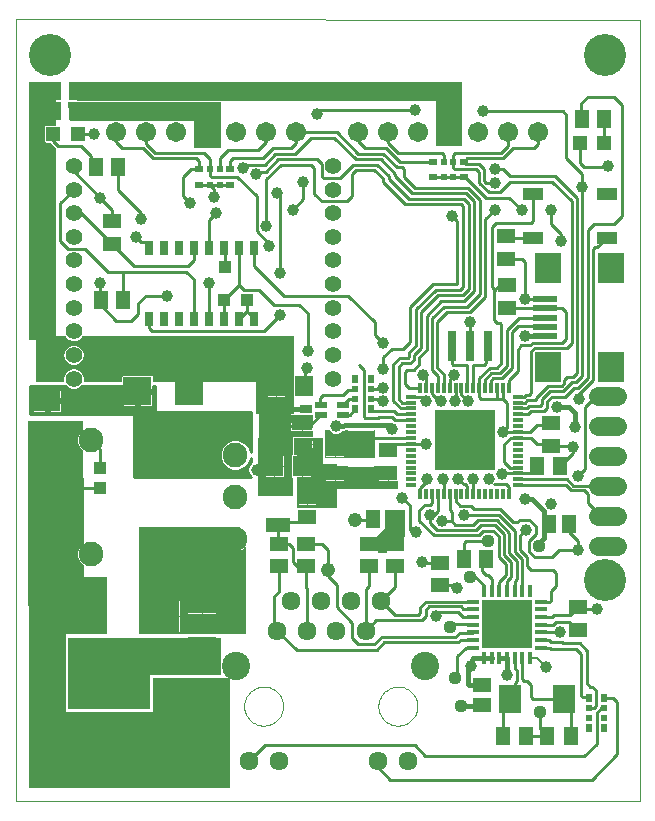
<source format=gtl>
G75*
G70*
%OFA0B0*%
%FSLAX24Y24*%
%IPPOS*%
%LPD*%
%AMOC8*
5,1,8,0,0,1.08239X$1,22.5*
%
%ADD10C,0.0000*%
%ADD11R,0.0591X0.0512*%
%ADD12C,0.0634*%
%ADD13C,0.0945*%
%ADD14R,0.0512X0.0591*%
%ADD15C,0.1580*%
%ADD16R,0.0787X0.0472*%
%ADD17R,0.0512X0.0630*%
%ADD18R,0.0630X0.0512*%
%ADD19R,0.0748X0.0945*%
%ADD20R,0.0157X0.0394*%
%ADD21R,0.0394X0.0157*%
%ADD22R,0.0260X0.0500*%
%ADD23R,0.1650X0.1640*%
%ADD24C,0.0673*%
%ADD25C,0.0640*%
%ADD26R,0.0400X0.0200*%
%ADD27R,0.0900X0.0700*%
%ADD28R,0.0315X0.1024*%
%ADD29R,0.0118X0.0335*%
%ADD30R,0.0335X0.0118*%
%ADD31R,0.2000X0.2000*%
%ADD32C,0.0825*%
%ADD33R,0.0433X0.0394*%
%ADD34C,0.1400*%
%ADD35R,0.0472X0.0472*%
%ADD36R,0.0236X0.0236*%
%ADD37R,0.0315X0.0236*%
%ADD38R,0.0236X0.0315*%
%ADD39R,0.0945X0.0945*%
%ADD40R,0.1161X0.1063*%
%ADD41R,0.0709X0.0433*%
%ADD42R,0.0866X0.0984*%
%ADD43R,0.0787X0.0197*%
%ADD44R,0.0610X0.0709*%
%ADD45R,0.0433X0.0276*%
%ADD46R,0.0709X0.0276*%
%ADD47R,0.1102X0.0787*%
%ADD48C,0.0555*%
%ADD49R,0.0315X0.0472*%
%ADD50C,0.0390*%
%ADD51C,0.0080*%
%ADD52C,0.0160*%
%ADD53C,0.0001*%
%ADD54C,0.0100*%
%ADD55C,0.0437*%
%ADD56C,0.0476*%
%ADD57C,0.0010*%
%ADD58R,0.0390X0.0390*%
%ADD59C,0.0060*%
D10*
X000199Y001495D02*
X000201Y027558D01*
X021011Y027548D01*
X021001Y001492D01*
X000199Y001495D01*
X000641Y001962D02*
X000621Y014172D01*
X002421Y014172D01*
X002422Y013911D01*
X002320Y013809D01*
X002249Y013636D01*
X002249Y013448D01*
X002320Y013274D01*
X002425Y013169D01*
X002437Y010126D01*
X002320Y010009D01*
X002249Y009836D01*
X002249Y009648D01*
X002320Y009474D01*
X002440Y009354D01*
X002441Y008982D01*
X003221Y008982D01*
X003221Y007122D01*
X001841Y007122D01*
X001841Y004482D01*
X004781Y004482D01*
X004781Y005622D01*
X007301Y005622D01*
X007301Y001962D01*
X000641Y001962D01*
X001961Y004602D02*
X001961Y006942D01*
X007001Y006942D01*
X007001Y005742D01*
X004661Y005742D01*
X004661Y004602D01*
X001961Y004602D01*
X007819Y004669D02*
X007821Y004719D01*
X007827Y004769D01*
X007837Y004819D01*
X007850Y004867D01*
X007867Y004915D01*
X007888Y004961D01*
X007912Y005005D01*
X007940Y005047D01*
X007971Y005087D01*
X008005Y005124D01*
X008042Y005159D01*
X008081Y005190D01*
X008122Y005219D01*
X008166Y005244D01*
X008212Y005266D01*
X008259Y005284D01*
X008307Y005298D01*
X008356Y005309D01*
X008406Y005316D01*
X008456Y005319D01*
X008507Y005318D01*
X008557Y005313D01*
X008607Y005304D01*
X008655Y005292D01*
X008703Y005275D01*
X008749Y005255D01*
X008794Y005232D01*
X008837Y005205D01*
X008877Y005175D01*
X008915Y005142D01*
X008950Y005106D01*
X008983Y005067D01*
X009012Y005026D01*
X009038Y004983D01*
X009061Y004938D01*
X009080Y004891D01*
X009095Y004843D01*
X009107Y004794D01*
X009115Y004744D01*
X009119Y004694D01*
X009119Y004644D01*
X009115Y004594D01*
X009107Y004544D01*
X009095Y004495D01*
X009080Y004447D01*
X009061Y004400D01*
X009038Y004355D01*
X009012Y004312D01*
X008983Y004271D01*
X008950Y004232D01*
X008915Y004196D01*
X008877Y004163D01*
X008837Y004133D01*
X008794Y004106D01*
X008749Y004083D01*
X008703Y004063D01*
X008655Y004046D01*
X008607Y004034D01*
X008557Y004025D01*
X008507Y004020D01*
X008456Y004019D01*
X008406Y004022D01*
X008356Y004029D01*
X008307Y004040D01*
X008259Y004054D01*
X008212Y004072D01*
X008166Y004094D01*
X008122Y004119D01*
X008081Y004148D01*
X008042Y004179D01*
X008005Y004214D01*
X007971Y004251D01*
X007940Y004291D01*
X007912Y004333D01*
X007888Y004377D01*
X007867Y004423D01*
X007850Y004471D01*
X007837Y004519D01*
X007827Y004569D01*
X007821Y004619D01*
X007819Y004669D01*
X012293Y004669D02*
X012295Y004719D01*
X012301Y004769D01*
X012311Y004819D01*
X012324Y004867D01*
X012341Y004915D01*
X012362Y004961D01*
X012386Y005005D01*
X012414Y005047D01*
X012445Y005087D01*
X012479Y005124D01*
X012516Y005159D01*
X012555Y005190D01*
X012596Y005219D01*
X012640Y005244D01*
X012686Y005266D01*
X012733Y005284D01*
X012781Y005298D01*
X012830Y005309D01*
X012880Y005316D01*
X012930Y005319D01*
X012981Y005318D01*
X013031Y005313D01*
X013081Y005304D01*
X013129Y005292D01*
X013177Y005275D01*
X013223Y005255D01*
X013268Y005232D01*
X013311Y005205D01*
X013351Y005175D01*
X013389Y005142D01*
X013424Y005106D01*
X013457Y005067D01*
X013486Y005026D01*
X013512Y004983D01*
X013535Y004938D01*
X013554Y004891D01*
X013569Y004843D01*
X013581Y004794D01*
X013589Y004744D01*
X013593Y004694D01*
X013593Y004644D01*
X013589Y004594D01*
X013581Y004544D01*
X013569Y004495D01*
X013554Y004447D01*
X013535Y004400D01*
X013512Y004355D01*
X013486Y004312D01*
X013457Y004271D01*
X013424Y004232D01*
X013389Y004196D01*
X013351Y004163D01*
X013311Y004133D01*
X013268Y004106D01*
X013223Y004083D01*
X013177Y004063D01*
X013129Y004046D01*
X013081Y004034D01*
X013031Y004025D01*
X012981Y004020D01*
X012930Y004019D01*
X012880Y004022D01*
X012830Y004029D01*
X012781Y004040D01*
X012733Y004054D01*
X012686Y004072D01*
X012640Y004094D01*
X012596Y004119D01*
X012555Y004148D01*
X012516Y004179D01*
X012479Y004214D01*
X012445Y004251D01*
X012414Y004291D01*
X012386Y004333D01*
X012362Y004377D01*
X012341Y004423D01*
X012324Y004471D01*
X012311Y004519D01*
X012301Y004569D01*
X012295Y004619D01*
X012293Y004669D01*
X006461Y015522D02*
X004788Y015522D01*
X004788Y015669D01*
X004752Y015704D01*
X003758Y015704D01*
X003722Y015669D01*
X003722Y015522D01*
X002468Y015522D01*
X002468Y015655D01*
X002417Y015780D01*
X002322Y015875D01*
X002198Y015926D01*
X002063Y015926D01*
X001939Y015875D01*
X001844Y015780D01*
X001793Y015655D01*
X001793Y015522D01*
X000881Y015522D01*
X000881Y017022D01*
X001824Y017022D01*
X001844Y016972D01*
X001939Y016877D01*
X002063Y016825D01*
X002198Y016825D01*
X002322Y016877D01*
X002417Y016972D01*
X002437Y017022D01*
X006461Y017022D01*
X006461Y015522D01*
X002468Y016308D02*
X002417Y016184D01*
X002322Y016089D01*
X002198Y016038D01*
X002063Y016038D01*
X001939Y016089D01*
X001844Y016184D01*
X001793Y016308D01*
X001793Y016443D01*
X001844Y016567D01*
X001939Y016662D01*
X002063Y016713D01*
X002198Y016713D01*
X002322Y016662D01*
X002417Y016567D01*
X002468Y016443D01*
X002468Y016308D01*
X006161Y023322D02*
X006161Y024222D01*
X002021Y024222D01*
X002021Y024642D01*
X001961Y024642D01*
X001961Y024822D01*
X007001Y024822D01*
X007001Y023322D01*
X006161Y023322D01*
X002261Y024882D02*
X014201Y024882D01*
X014201Y023382D01*
X015041Y023382D01*
X015041Y025482D01*
X002261Y025482D01*
X002261Y024882D01*
D11*
X003421Y020826D03*
X003421Y020078D03*
X009901Y011636D03*
X009901Y010967D03*
X009881Y010076D03*
X009881Y009328D03*
X008981Y009328D03*
X008981Y010076D03*
X011981Y010076D03*
X011981Y009328D03*
X012851Y009328D03*
X012851Y010076D03*
X014331Y009446D03*
X014331Y008698D03*
X015751Y005366D03*
X015751Y004697D03*
X016581Y017948D03*
X016581Y018696D03*
X016561Y019578D03*
X016561Y020326D03*
D12*
X012384Y008169D03*
X011868Y007185D03*
X011384Y008169D03*
X010384Y008169D03*
X009900Y007185D03*
X008912Y007185D03*
X009384Y008169D03*
X010880Y007185D03*
X012273Y002849D03*
X013273Y002849D03*
X008990Y002849D03*
X007990Y002849D03*
D13*
X007551Y006000D03*
X013851Y006000D03*
D14*
X015137Y009572D03*
X015885Y009572D03*
X017967Y010742D03*
X018636Y010742D03*
X012796Y010902D03*
X012127Y010902D03*
X003785Y018202D03*
X003037Y018202D03*
X002867Y022642D03*
X003615Y022642D03*
X002215Y024522D03*
X002215Y025182D03*
X001467Y025182D03*
X001467Y024522D03*
X019077Y024252D03*
X019825Y024252D03*
D15*
X005666Y004714D03*
X003815Y003533D03*
X003815Y005895D03*
D16*
X008931Y010722D03*
X008931Y011981D03*
D17*
X016438Y003682D03*
X017225Y003682D03*
X017928Y003682D03*
X018715Y003682D03*
X018355Y012672D03*
X017568Y012672D03*
D18*
X018043Y013329D03*
X018043Y014116D03*
X018931Y007985D03*
X018931Y007198D03*
X012611Y012428D03*
X012611Y013215D03*
X010841Y013235D03*
X010841Y012448D03*
D19*
X016673Y004903D03*
X018484Y004903D03*
D20*
X017343Y006266D03*
X017087Y006266D03*
X016831Y006266D03*
X016576Y006266D03*
X016320Y006266D03*
X016064Y006266D03*
X015808Y006266D03*
X015808Y008510D03*
X016064Y008510D03*
X016320Y008510D03*
X016576Y008510D03*
X016831Y008510D03*
X017087Y008510D03*
X017343Y008510D03*
D21*
X017698Y008156D03*
X017698Y007900D03*
X017698Y007644D03*
X017698Y007388D03*
X017698Y007132D03*
X017698Y006876D03*
X017698Y006620D03*
X015453Y006620D03*
X015453Y006876D03*
X015453Y007132D03*
X015453Y007388D03*
X015453Y007644D03*
X015453Y007900D03*
X015453Y008156D03*
D22*
X017126Y007808D03*
D23*
X016576Y007392D03*
D24*
X016621Y023792D03*
X017621Y023792D03*
X015621Y023792D03*
X014621Y023792D03*
X013621Y023792D03*
X012621Y023792D03*
X011621Y023792D03*
X009561Y023792D03*
X008561Y023792D03*
X007561Y023792D03*
X006561Y023792D03*
X005561Y023792D03*
X004561Y023792D03*
X003561Y023792D03*
D25*
X019621Y015022D02*
X020261Y015022D01*
X020261Y014022D02*
X019621Y014022D01*
X019621Y013022D02*
X020261Y013022D01*
X020261Y012022D02*
X019621Y012022D01*
X019621Y011022D02*
X020261Y011022D01*
X020261Y010022D02*
X019621Y010022D01*
D26*
X011121Y014369D03*
X011121Y014723D03*
X010373Y014723D03*
X010373Y014369D03*
D27*
X011701Y013522D03*
X011701Y012321D03*
X001261Y013651D03*
X001261Y014852D03*
D28*
X014751Y016672D03*
X015341Y016672D03*
X015932Y016672D03*
D29*
X015849Y015280D03*
X016045Y015280D03*
X016242Y015280D03*
X016439Y015280D03*
X016636Y015280D03*
X015652Y015280D03*
X015455Y015280D03*
X015258Y015280D03*
X015061Y015280D03*
X014864Y015280D03*
X014667Y015280D03*
X014471Y015280D03*
X014274Y015280D03*
X014077Y015280D03*
X013880Y015280D03*
X013683Y015280D03*
X013683Y011736D03*
X013880Y011736D03*
X014077Y011736D03*
X014274Y011736D03*
X014471Y011736D03*
X014667Y011736D03*
X014864Y011736D03*
X015061Y011736D03*
X015258Y011736D03*
X015455Y011736D03*
X015652Y011736D03*
X015849Y011736D03*
X016045Y011736D03*
X016242Y011736D03*
X016439Y011736D03*
X016636Y011736D03*
D30*
X016931Y012032D03*
X016931Y012228D03*
X016931Y012425D03*
X016931Y012622D03*
X016931Y012819D03*
X016931Y013016D03*
X016931Y013213D03*
X016931Y013410D03*
X016931Y013606D03*
X016931Y013803D03*
X016931Y014000D03*
X016931Y014197D03*
X016931Y014394D03*
X016931Y014591D03*
X016931Y014787D03*
X016931Y014984D03*
X013388Y014984D03*
X013388Y014787D03*
X013388Y014591D03*
X013388Y014394D03*
X013388Y014197D03*
X013388Y014000D03*
X013388Y013803D03*
X013388Y013606D03*
X013388Y013410D03*
X013388Y013213D03*
X013388Y013016D03*
X013388Y012819D03*
X013388Y012622D03*
X013388Y012425D03*
X013388Y012228D03*
X013388Y012032D03*
D31*
X015181Y013532D03*
D32*
X007521Y013042D03*
X007521Y011642D03*
X007521Y010242D03*
X002721Y009742D03*
X002721Y013542D03*
D33*
X003011Y012596D03*
X003011Y011927D03*
D34*
X001341Y008872D03*
X001341Y026372D03*
X019841Y026372D03*
X019841Y008872D03*
D35*
X019825Y023432D03*
X018998Y023432D03*
X002275Y023742D03*
X001448Y023742D03*
D36*
X006681Y022565D03*
X006996Y022565D03*
X006996Y022054D03*
X006681Y022054D03*
X011527Y015226D03*
X011527Y014911D03*
X012039Y014911D03*
X012039Y015226D03*
X014471Y022304D03*
X014786Y022304D03*
X014786Y022815D03*
X014471Y022815D03*
X019297Y004596D03*
X019297Y004281D03*
X019809Y004281D03*
X019809Y004596D03*
D37*
X007350Y022054D03*
X007350Y022565D03*
X006327Y022565D03*
X006327Y022054D03*
X014117Y022304D03*
X014117Y022815D03*
X015140Y022815D03*
X015140Y022304D03*
D38*
X012039Y015581D03*
X011527Y015581D03*
X011527Y014557D03*
X012039Y014557D03*
X019297Y004951D03*
X019809Y004951D03*
X019809Y003927D03*
X019297Y003927D03*
D39*
X006401Y006495D03*
X006401Y008228D03*
X005987Y015172D03*
X004255Y015172D03*
D40*
X005090Y007662D03*
X002433Y007662D03*
D41*
X017459Y020286D03*
X017459Y021743D03*
X019900Y021743D03*
X019900Y020286D03*
D42*
X020030Y019275D03*
X017944Y019275D03*
X017944Y015968D03*
X020030Y015968D03*
D43*
X017845Y016992D03*
X017845Y017307D03*
X017845Y017622D03*
X017845Y017937D03*
X017845Y018251D03*
D44*
X009804Y015342D03*
X008879Y015342D03*
X008819Y012672D03*
X009744Y012672D03*
D45*
X009880Y013401D03*
X009880Y014582D03*
D46*
X009742Y013992D03*
D47*
X008837Y013992D03*
D48*
X010792Y015588D03*
X010792Y016376D03*
X010792Y017163D03*
X010792Y017950D03*
X010792Y018738D03*
X010792Y019525D03*
X010792Y020313D03*
X010792Y021100D03*
X010792Y021887D03*
X010792Y022675D03*
X002131Y022675D03*
X002131Y021887D03*
X002131Y021100D03*
X002131Y020313D03*
X002131Y019525D03*
X002131Y018738D03*
X002131Y017950D03*
X002131Y017163D03*
X002131Y016376D03*
X002131Y015588D03*
D49*
X004651Y017580D03*
X005151Y017580D03*
X005651Y017580D03*
X006151Y017580D03*
X006651Y017580D03*
X007151Y017580D03*
X007651Y017580D03*
X008151Y017580D03*
X008151Y019943D03*
X007651Y019943D03*
X007151Y019943D03*
X006651Y019943D03*
X006151Y019943D03*
X005651Y019943D03*
X005151Y019943D03*
X004651Y019943D03*
D50*
X004211Y020312D03*
X004391Y020892D03*
X003021Y021602D03*
X002821Y023732D03*
X001061Y024292D03*
X003021Y018772D03*
X005251Y018352D03*
X006631Y018762D03*
X006871Y021102D03*
X006821Y021642D03*
X006001Y021442D03*
X007781Y022602D03*
X008201Y022392D03*
X008921Y021762D03*
X009431Y021222D03*
X009771Y022132D03*
X008551Y020672D03*
X008641Y020022D03*
X009011Y019092D03*
X009011Y017712D03*
X009931Y016512D03*
X009901Y015952D03*
X009161Y014652D03*
X008231Y012552D03*
X010871Y013992D03*
X012461Y014832D03*
X012461Y015282D03*
X012461Y015912D03*
X012431Y016782D03*
X013781Y015702D03*
X013871Y014832D03*
X014381Y014832D03*
X014831Y014832D03*
X015281Y014832D03*
X014801Y015712D03*
X015341Y017472D03*
X017171Y017022D03*
X017171Y018252D03*
X018371Y020172D03*
X018041Y021192D03*
X017081Y021192D03*
X016181Y021222D03*
X016181Y022122D03*
X016181Y022572D03*
X015791Y024522D03*
X013511Y024552D03*
X014741Y021012D03*
X019091Y021972D03*
X019931Y022662D03*
X018971Y014922D03*
X018851Y013962D03*
X018791Y013302D03*
X018941Y012342D03*
X018061Y011412D03*
X017171Y011562D03*
X016421Y012402D03*
X015971Y012252D03*
X015461Y012252D03*
X014951Y012252D03*
X014441Y012252D03*
X013901Y012252D03*
X013091Y011622D03*
X014001Y011042D03*
X014411Y010842D03*
X015131Y011042D03*
X013751Y009462D03*
X013561Y010482D03*
X014921Y008622D03*
X014201Y007662D03*
X015391Y005992D03*
X016590Y005714D03*
X017863Y005982D03*
X018331Y007132D03*
X019591Y007912D03*
X018941Y009882D03*
X017201Y010542D03*
X016451Y013812D03*
X018251Y014652D03*
X013871Y013392D03*
X012731Y013912D03*
X010241Y024402D03*
D51*
X015442Y007912D02*
X015453Y007900D01*
X015808Y006266D02*
X015811Y006263D01*
X015751Y004697D02*
X015751Y004492D01*
X017343Y006266D02*
X017579Y006266D01*
X017863Y005982D01*
X017698Y006876D02*
X017713Y006892D01*
D52*
X016576Y006266D02*
X016576Y005728D01*
X016590Y005714D01*
X016576Y006266D02*
X016320Y006266D01*
X016064Y006282D02*
X016064Y006266D01*
X015808Y006266D01*
X016064Y006282D02*
X015461Y006282D01*
X015401Y006222D01*
X015401Y006002D01*
X015391Y005992D01*
X015271Y005872D01*
X015271Y005392D01*
X015297Y005366D01*
X015751Y005366D01*
X015716Y004662D02*
X015041Y004662D01*
X017651Y010002D02*
X017651Y010062D01*
X017801Y010272D01*
X017801Y010576D01*
X017801Y011172D01*
X017411Y011562D01*
X017171Y011562D01*
X017967Y010742D02*
X017801Y010576D01*
X018851Y013962D02*
X018851Y014442D01*
X018641Y014652D01*
X018251Y014652D01*
X017845Y016992D02*
X017201Y016992D01*
X017171Y017022D01*
X012671Y014052D02*
X012731Y013912D01*
X012671Y014052D02*
X011171Y014052D01*
X011111Y013992D01*
X010871Y013992D01*
X009880Y014582D02*
X009231Y014582D01*
X009161Y014652D01*
X008819Y012672D02*
X008351Y012672D01*
X008231Y012552D01*
D53*
X006461Y015522D02*
X004788Y015522D01*
X004788Y015523D02*
X006461Y015523D01*
X004788Y015523D01*
X004788Y015524D02*
X006461Y015524D01*
X006461Y015525D02*
X004788Y015525D01*
X004788Y015526D02*
X006461Y015526D01*
X006461Y015527D02*
X004788Y015527D01*
X004788Y015528D02*
X006461Y015528D01*
X006461Y015529D02*
X004788Y015529D01*
X004788Y015530D02*
X006461Y015530D01*
X006461Y015531D02*
X004788Y015531D01*
X004788Y015532D02*
X006461Y015532D01*
X006461Y015533D02*
X004788Y015533D01*
X004788Y015534D02*
X006461Y015534D01*
X006461Y015535D02*
X004788Y015535D01*
X004788Y015536D02*
X006461Y015536D01*
X006461Y015537D02*
X004788Y015537D01*
X004788Y015538D02*
X006461Y015538D01*
X006461Y015539D02*
X004788Y015539D01*
X004788Y015540D02*
X006461Y015540D01*
X004788Y015540D01*
X004788Y015541D02*
X006461Y015541D01*
X006461Y015542D02*
X004788Y015542D01*
X004788Y015543D02*
X006461Y015543D01*
X006461Y015544D02*
X004788Y015544D01*
X004788Y015545D02*
X006461Y015545D01*
X006461Y015546D02*
X004788Y015546D01*
X004788Y015547D02*
X006461Y015547D01*
X006461Y015548D02*
X004788Y015548D01*
X004788Y015549D02*
X006461Y015549D01*
X006461Y015550D02*
X004788Y015550D01*
X004788Y015551D02*
X006461Y015551D01*
X006461Y015552D02*
X004788Y015552D01*
X004788Y015553D02*
X006461Y015553D01*
X006461Y015554D02*
X004788Y015554D01*
X004788Y015555D02*
X006461Y015555D01*
X006461Y015556D02*
X004788Y015556D01*
X004788Y015557D02*
X006461Y015557D01*
X004788Y015557D01*
X004788Y015558D02*
X006461Y015558D01*
X006461Y015559D02*
X004788Y015559D01*
X004788Y015560D02*
X006461Y015560D01*
X006461Y015561D02*
X004788Y015561D01*
X004788Y015562D02*
X006461Y015562D01*
X006461Y015563D02*
X004788Y015563D01*
X004788Y015564D02*
X006461Y015564D01*
X006461Y015565D02*
X004788Y015565D01*
X004788Y015566D02*
X006461Y015566D01*
X006461Y015567D02*
X004788Y015567D01*
X004788Y015568D02*
X006461Y015568D01*
X006461Y015569D02*
X004788Y015569D01*
X004788Y015570D02*
X006461Y015570D01*
X006461Y015571D02*
X004788Y015571D01*
X004788Y015572D02*
X006461Y015572D01*
X006461Y015573D02*
X004788Y015573D01*
X004788Y015574D02*
X006461Y015574D01*
X004788Y015574D01*
X004788Y015575D02*
X006461Y015575D01*
X006461Y015576D02*
X004788Y015576D01*
X004788Y015577D02*
X006461Y015577D01*
X006461Y015578D02*
X004788Y015578D01*
X004788Y015579D02*
X006461Y015579D01*
X006461Y015580D02*
X004788Y015580D01*
X004788Y015581D02*
X006461Y015581D01*
X006461Y015582D02*
X004788Y015582D01*
X004788Y015583D02*
X006461Y015583D01*
X006461Y015584D02*
X004788Y015584D01*
X004788Y015585D02*
X006461Y015585D01*
X006461Y015586D02*
X004788Y015586D01*
X004788Y015587D02*
X006461Y015587D01*
X006461Y015588D02*
X004788Y015588D01*
X004788Y015589D02*
X006461Y015589D01*
X006461Y015590D02*
X004788Y015590D01*
X004788Y015591D02*
X006461Y015591D01*
X004788Y015591D01*
X004788Y015592D02*
X006461Y015592D01*
X006461Y015593D02*
X004788Y015593D01*
X004788Y015594D02*
X006461Y015594D01*
X006461Y015595D02*
X004788Y015595D01*
X004788Y015596D02*
X006461Y015596D01*
X006461Y015597D02*
X004788Y015597D01*
X004788Y015598D02*
X006461Y015598D01*
X006461Y015599D02*
X004788Y015599D01*
X004788Y015600D02*
X006461Y015600D01*
X006461Y015601D02*
X004788Y015601D01*
X004788Y015602D02*
X006461Y015602D01*
X006461Y015603D02*
X004788Y015603D01*
X004788Y015604D02*
X006461Y015604D01*
X006461Y015605D02*
X004788Y015605D01*
X004788Y015606D02*
X006461Y015606D01*
X006461Y015607D02*
X004788Y015607D01*
X004788Y015608D02*
X006461Y015608D01*
X006461Y015609D02*
X004788Y015609D01*
X006461Y015609D01*
X006461Y015610D02*
X004788Y015610D01*
X004788Y015611D02*
X006461Y015611D01*
X006461Y015612D02*
X004788Y015612D01*
X004788Y015613D02*
X006461Y015613D01*
X006461Y015614D02*
X004788Y015614D01*
X004788Y015615D02*
X006461Y015615D01*
X006461Y015616D02*
X004788Y015616D01*
X004788Y015617D02*
X006461Y015617D01*
X006461Y015618D02*
X004788Y015618D01*
X004788Y015619D02*
X006461Y015619D01*
X006461Y015620D02*
X004788Y015620D01*
X004788Y015621D02*
X006461Y015621D01*
X006461Y015622D02*
X004788Y015622D01*
X004788Y015623D02*
X006461Y015623D01*
X006461Y015624D02*
X004788Y015624D01*
X004788Y015625D02*
X006461Y015625D01*
X006461Y015626D02*
X004788Y015626D01*
X006461Y015626D01*
X006461Y015627D02*
X004788Y015627D01*
X004788Y015628D02*
X006461Y015628D01*
X006461Y015629D02*
X004788Y015629D01*
X004788Y015630D02*
X006461Y015630D01*
X006461Y015631D02*
X004788Y015631D01*
X004788Y015632D02*
X006461Y015632D01*
X006461Y015633D02*
X004788Y015633D01*
X004788Y015634D02*
X006461Y015634D01*
X006461Y015635D02*
X004788Y015635D01*
X004788Y015636D02*
X006461Y015636D01*
X006461Y015637D02*
X004788Y015637D01*
X004788Y015638D02*
X006461Y015638D01*
X006461Y015639D02*
X004788Y015639D01*
X004788Y015640D02*
X006461Y015640D01*
X006461Y015641D02*
X004788Y015641D01*
X004788Y015642D02*
X006461Y015642D01*
X006461Y015643D02*
X004788Y015643D01*
X006461Y015643D01*
X006461Y015644D02*
X004788Y015644D01*
X004788Y015645D02*
X006461Y015645D01*
X006461Y015646D02*
X004788Y015646D01*
X004788Y015647D02*
X006461Y015647D01*
X006461Y015648D02*
X004788Y015648D01*
X004788Y015649D02*
X006461Y015649D01*
X006461Y015650D02*
X004788Y015650D01*
X004788Y015651D02*
X006461Y015651D01*
X006461Y015652D02*
X004788Y015652D01*
X004788Y015653D02*
X006461Y015653D01*
X006461Y015654D02*
X004788Y015654D01*
X004788Y015655D02*
X006461Y015655D01*
X006461Y015656D02*
X004788Y015656D01*
X004788Y015657D02*
X006461Y015657D01*
X006461Y015658D02*
X004788Y015658D01*
X004788Y015659D02*
X006461Y015659D01*
X006461Y015660D02*
X004788Y015660D01*
X006461Y015660D01*
X006461Y015661D02*
X004788Y015661D01*
X004788Y015662D02*
X006461Y015662D01*
X006461Y015663D02*
X004788Y015663D01*
X004788Y015664D02*
X006461Y015664D01*
X006461Y015665D02*
X004788Y015665D01*
X004788Y015666D02*
X006461Y015666D01*
X006461Y015667D02*
X004788Y015667D01*
X004788Y015668D02*
X006461Y015668D01*
X006461Y015669D02*
X004788Y015669D01*
X004787Y015670D02*
X006461Y015670D01*
X006461Y015671D02*
X004786Y015671D01*
X004785Y015672D02*
X006461Y015672D01*
X006461Y015673D02*
X004784Y015673D01*
X004783Y015674D02*
X006461Y015674D01*
X006461Y015675D02*
X004782Y015675D01*
X004781Y015676D02*
X006461Y015676D01*
X006461Y015677D02*
X004780Y015677D01*
X004779Y015677D02*
X006461Y015677D01*
X006461Y015678D02*
X004778Y015678D01*
X004777Y015679D02*
X006461Y015679D01*
X006461Y015680D02*
X004776Y015680D01*
X004775Y015681D02*
X006461Y015681D01*
X006461Y015682D02*
X004774Y015682D01*
X004774Y015683D02*
X006461Y015683D01*
X006461Y015684D02*
X004773Y015684D01*
X004772Y015685D02*
X006461Y015685D01*
X006461Y015686D02*
X004771Y015686D01*
X004770Y015687D02*
X006461Y015687D01*
X006461Y015688D02*
X004769Y015688D01*
X004768Y015689D02*
X006461Y015689D01*
X006461Y015690D02*
X004767Y015690D01*
X004766Y015691D02*
X006461Y015691D01*
X006461Y015692D02*
X004765Y015692D01*
X004764Y015693D02*
X006461Y015693D01*
X006461Y015694D02*
X004763Y015694D01*
X004762Y015694D02*
X006461Y015694D01*
X006461Y015695D02*
X004761Y015695D01*
X004760Y015696D02*
X006461Y015696D01*
X006461Y015697D02*
X004759Y015697D01*
X004758Y015698D02*
X006461Y015698D01*
X006461Y015699D02*
X004757Y015699D01*
X004757Y015700D02*
X006461Y015700D01*
X006461Y015701D02*
X004756Y015701D01*
X004755Y015702D02*
X006461Y015702D01*
X006461Y015703D02*
X004754Y015703D01*
X004753Y015704D02*
X006461Y015704D01*
X006461Y015705D02*
X002448Y015705D01*
X002447Y015706D02*
X006461Y015706D01*
X006461Y015707D02*
X002447Y015707D01*
X002447Y015708D02*
X006461Y015708D01*
X006461Y015709D02*
X002446Y015709D01*
X002446Y015710D02*
X006461Y015710D01*
X006461Y015711D02*
X002445Y015711D01*
X006461Y015711D01*
X006461Y015712D02*
X002445Y015712D01*
X002444Y015713D02*
X006461Y015713D01*
X006461Y015714D02*
X002444Y015714D01*
X002443Y015715D02*
X006461Y015715D01*
X006461Y015716D02*
X002443Y015716D01*
X002443Y015717D02*
X006461Y015717D01*
X006461Y015718D02*
X002442Y015718D01*
X002442Y015719D02*
X006461Y015719D01*
X006461Y015720D02*
X002441Y015720D01*
X002441Y015721D02*
X006461Y015721D01*
X006461Y015722D02*
X002441Y015722D01*
X002440Y015723D02*
X006461Y015723D01*
X006461Y015724D02*
X002440Y015724D01*
X002440Y015725D02*
X006461Y015725D01*
X006461Y015726D02*
X002439Y015726D01*
X002439Y015727D02*
X006461Y015727D01*
X006461Y015728D02*
X002438Y015728D01*
X002438Y015729D02*
X006461Y015729D01*
X002438Y015729D01*
X002437Y015730D02*
X006461Y015730D01*
X006461Y015731D02*
X002437Y015731D01*
X002436Y015732D02*
X006461Y015732D01*
X006461Y015733D02*
X002436Y015733D01*
X002436Y015734D02*
X006461Y015734D01*
X006461Y015735D02*
X002435Y015735D01*
X002435Y015736D02*
X006461Y015736D01*
X006461Y015737D02*
X002434Y015737D01*
X002434Y015738D02*
X006461Y015738D01*
X006461Y015739D02*
X002434Y015739D01*
X002433Y015740D02*
X006461Y015740D01*
X006461Y015741D02*
X002433Y015741D01*
X002432Y015742D02*
X006461Y015742D01*
X006461Y015743D02*
X002432Y015743D01*
X002432Y015744D02*
X006461Y015744D01*
X006461Y015745D02*
X002431Y015745D01*
X002431Y015746D02*
X006461Y015746D01*
X002431Y015746D01*
X002430Y015747D02*
X006461Y015747D01*
X006461Y015748D02*
X002430Y015748D01*
X002429Y015749D02*
X006461Y015749D01*
X006461Y015750D02*
X002429Y015750D01*
X002429Y015751D02*
X006461Y015751D01*
X006461Y015752D02*
X002428Y015752D01*
X002428Y015753D02*
X006461Y015753D01*
X006461Y015754D02*
X002427Y015754D01*
X002427Y015755D02*
X006461Y015755D01*
X006461Y015756D02*
X002427Y015756D01*
X002426Y015757D02*
X006461Y015757D01*
X006461Y015758D02*
X002426Y015758D01*
X002425Y015759D02*
X006461Y015759D01*
X006461Y015760D02*
X002425Y015760D01*
X002425Y015761D02*
X006461Y015761D01*
X006461Y015762D02*
X002424Y015762D01*
X002424Y015763D02*
X006461Y015763D01*
X002424Y015763D01*
X002423Y015764D02*
X006461Y015764D01*
X006461Y015765D02*
X002423Y015765D01*
X002422Y015766D02*
X006461Y015766D01*
X006461Y015767D02*
X002422Y015767D01*
X002422Y015768D02*
X006461Y015768D01*
X006461Y015769D02*
X002421Y015769D01*
X002421Y015770D02*
X006461Y015770D01*
X006461Y015771D02*
X002420Y015771D01*
X002420Y015772D02*
X006461Y015772D01*
X006461Y015773D02*
X002420Y015773D01*
X002419Y015774D02*
X006461Y015774D01*
X006461Y015775D02*
X002419Y015775D01*
X002418Y015776D02*
X006461Y015776D01*
X006461Y015777D02*
X002418Y015777D01*
X002418Y015778D02*
X006461Y015778D01*
X006461Y015779D02*
X002417Y015779D01*
X002417Y015780D02*
X006461Y015780D01*
X002416Y015780D01*
X002415Y015781D02*
X006461Y015781D01*
X006461Y015782D02*
X002414Y015782D01*
X002413Y015783D02*
X006461Y015783D01*
X006461Y015784D02*
X002412Y015784D01*
X002411Y015785D02*
X006461Y015785D01*
X006461Y015786D02*
X002410Y015786D01*
X002409Y015787D02*
X006461Y015787D01*
X006461Y015788D02*
X002408Y015788D01*
X002407Y015789D02*
X006461Y015789D01*
X006461Y015790D02*
X002406Y015790D01*
X002405Y015791D02*
X006461Y015791D01*
X006461Y015792D02*
X002405Y015792D01*
X002404Y015793D02*
X006461Y015793D01*
X006461Y015794D02*
X002403Y015794D01*
X002402Y015795D02*
X006461Y015795D01*
X006461Y015796D02*
X002401Y015796D01*
X002400Y015797D02*
X006461Y015797D01*
X002399Y015797D01*
X002398Y015798D02*
X006461Y015798D01*
X006461Y015799D02*
X002397Y015799D01*
X002396Y015800D02*
X006461Y015800D01*
X006461Y015801D02*
X002395Y015801D01*
X002394Y015802D02*
X006461Y015802D01*
X006461Y015803D02*
X002393Y015803D01*
X002392Y015804D02*
X006461Y015804D01*
X006461Y015805D02*
X002391Y015805D01*
X002390Y015806D02*
X006461Y015806D01*
X006461Y015807D02*
X002389Y015807D01*
X002388Y015808D02*
X006461Y015808D01*
X006461Y015809D02*
X002388Y015809D01*
X002387Y015810D02*
X006461Y015810D01*
X006461Y015811D02*
X002386Y015811D01*
X002385Y015812D02*
X006461Y015812D01*
X006461Y015813D02*
X002384Y015813D01*
X002383Y015814D02*
X006461Y015814D01*
X002382Y015814D01*
X002381Y015815D02*
X006461Y015815D01*
X006461Y015816D02*
X002380Y015816D01*
X002379Y015817D02*
X006461Y015817D01*
X006461Y015818D02*
X002378Y015818D01*
X002377Y015819D02*
X006461Y015819D01*
X006461Y015820D02*
X002376Y015820D01*
X002375Y015821D02*
X006461Y015821D01*
X006461Y015822D02*
X002374Y015822D01*
X002373Y015823D02*
X006461Y015823D01*
X006461Y015824D02*
X002372Y015824D01*
X002371Y015825D02*
X006461Y015825D01*
X006461Y015826D02*
X002371Y015826D01*
X002370Y015827D02*
X006461Y015827D01*
X006461Y015828D02*
X002369Y015828D01*
X002368Y015829D02*
X006461Y015829D01*
X006461Y015830D02*
X002367Y015830D01*
X002366Y015831D02*
X006461Y015831D01*
X002365Y015831D01*
X002364Y015832D02*
X006461Y015832D01*
X006461Y015833D02*
X002363Y015833D01*
X002362Y015834D02*
X006461Y015834D01*
X006461Y015835D02*
X002361Y015835D01*
X002360Y015836D02*
X006461Y015836D01*
X006461Y015837D02*
X002359Y015837D01*
X002358Y015838D02*
X006461Y015838D01*
X006461Y015839D02*
X002357Y015839D01*
X002356Y015840D02*
X006461Y015840D01*
X006461Y015841D02*
X002355Y015841D01*
X002354Y015842D02*
X006461Y015842D01*
X006461Y015843D02*
X002354Y015843D01*
X002353Y015844D02*
X006461Y015844D01*
X006461Y015845D02*
X002352Y015845D01*
X002351Y015846D02*
X006461Y015846D01*
X006461Y015847D02*
X002350Y015847D01*
X002349Y015848D02*
X006461Y015848D01*
X006461Y015849D02*
X002348Y015849D01*
X002347Y015849D02*
X006461Y015849D01*
X006461Y015850D02*
X002346Y015850D01*
X002345Y015851D02*
X006461Y015851D01*
X006461Y015852D02*
X002344Y015852D01*
X002343Y015853D02*
X006461Y015853D01*
X006461Y015854D02*
X002342Y015854D01*
X002341Y015855D02*
X006461Y015855D01*
X006461Y015856D02*
X002340Y015856D01*
X002339Y015857D02*
X006461Y015857D01*
X006461Y015858D02*
X002338Y015858D01*
X002337Y015859D02*
X006461Y015859D01*
X006461Y015860D02*
X002336Y015860D01*
X002336Y015861D02*
X006461Y015861D01*
X006461Y015862D02*
X002335Y015862D01*
X002334Y015863D02*
X006461Y015863D01*
X006461Y015864D02*
X002333Y015864D01*
X002332Y015865D02*
X006461Y015865D01*
X006461Y015866D02*
X002331Y015866D01*
X002330Y015866D02*
X006461Y015866D01*
X006461Y015867D02*
X002329Y015867D01*
X002328Y015868D02*
X006461Y015868D01*
X006461Y015869D02*
X002327Y015869D01*
X002326Y015870D02*
X006461Y015870D01*
X006461Y015871D02*
X002325Y015871D01*
X002324Y015872D02*
X006461Y015872D01*
X006461Y015873D02*
X002323Y015873D01*
X002322Y015874D02*
X006461Y015874D01*
X006461Y015875D02*
X002321Y015875D01*
X002319Y015876D02*
X006461Y015876D01*
X006461Y015877D02*
X002316Y015877D01*
X002314Y015878D02*
X006461Y015878D01*
X006461Y015879D02*
X002312Y015879D01*
X002309Y015880D02*
X006461Y015880D01*
X006461Y015881D02*
X002307Y015881D01*
X002305Y015882D02*
X006461Y015882D01*
X006461Y015883D02*
X002303Y015883D01*
X002300Y015883D02*
X006461Y015883D01*
X006461Y015884D02*
X002298Y015884D01*
X002296Y015885D02*
X006461Y015885D01*
X006461Y015886D02*
X002293Y015886D01*
X002291Y015887D02*
X006461Y015887D01*
X006461Y015888D02*
X002289Y015888D01*
X002287Y015889D02*
X006461Y015889D01*
X006461Y015890D02*
X002284Y015890D01*
X002282Y015891D02*
X006461Y015891D01*
X006461Y015892D02*
X002280Y015892D01*
X002277Y015893D02*
X006461Y015893D01*
X006461Y015894D02*
X002275Y015894D01*
X002273Y015895D02*
X006461Y015895D01*
X006461Y015896D02*
X002271Y015896D01*
X002268Y015897D02*
X006461Y015897D01*
X006461Y015898D02*
X002266Y015898D01*
X002264Y015899D02*
X006461Y015899D01*
X006461Y015900D02*
X002261Y015900D01*
X002259Y015900D02*
X006461Y015900D01*
X006461Y015901D02*
X002257Y015901D01*
X002255Y015902D02*
X006461Y015902D01*
X006461Y015903D02*
X002252Y015903D01*
X002250Y015904D02*
X006461Y015904D01*
X006461Y015905D02*
X002248Y015905D01*
X002246Y015906D02*
X006461Y015906D01*
X006461Y015907D02*
X002243Y015907D01*
X002241Y015908D02*
X006461Y015908D01*
X006461Y015909D02*
X002239Y015909D01*
X002236Y015910D02*
X006461Y015910D01*
X006461Y015911D02*
X002234Y015911D01*
X002232Y015912D02*
X006461Y015912D01*
X006461Y015913D02*
X002230Y015913D01*
X002227Y015914D02*
X006461Y015914D01*
X006461Y015915D02*
X002225Y015915D01*
X002223Y015916D02*
X006461Y015916D01*
X006461Y015917D02*
X002220Y015917D01*
X002218Y015917D02*
X006461Y015917D01*
X006461Y015918D02*
X002216Y015918D01*
X002214Y015919D02*
X006461Y015919D01*
X006461Y015920D02*
X002211Y015920D01*
X002209Y015921D02*
X006461Y015921D01*
X006461Y015922D02*
X002207Y015922D01*
X002204Y015923D02*
X006461Y015923D01*
X006461Y015924D02*
X002202Y015924D01*
X002200Y015925D02*
X006461Y015925D01*
X006461Y015926D02*
X000881Y015926D01*
X000881Y015927D02*
X006461Y015927D01*
X006461Y015928D02*
X000881Y015928D01*
X000881Y015929D02*
X006461Y015929D01*
X006461Y015930D02*
X000881Y015930D01*
X000881Y015931D02*
X006461Y015931D01*
X006461Y015932D02*
X000881Y015932D01*
X000881Y015933D02*
X006461Y015933D01*
X006461Y015934D02*
X000881Y015934D01*
X006461Y015934D01*
X006461Y015935D02*
X000881Y015935D01*
X000881Y015936D02*
X006461Y015936D01*
X006461Y015937D02*
X000881Y015937D01*
X000881Y015938D02*
X006461Y015938D01*
X006461Y015939D02*
X000881Y015939D01*
X000881Y015940D02*
X006461Y015940D01*
X006461Y015941D02*
X000881Y015941D01*
X000881Y015942D02*
X006461Y015942D01*
X006461Y015943D02*
X000881Y015943D01*
X000881Y015944D02*
X006461Y015944D01*
X006461Y015945D02*
X000881Y015945D01*
X000881Y015946D02*
X006461Y015946D01*
X006461Y015947D02*
X000881Y015947D01*
X000881Y015948D02*
X006461Y015948D01*
X006461Y015949D02*
X000881Y015949D01*
X000881Y015950D02*
X006461Y015950D01*
X006461Y015951D02*
X000881Y015951D01*
X006461Y015951D01*
X006461Y015952D02*
X000881Y015952D01*
X000881Y015953D02*
X006461Y015953D01*
X006461Y015954D02*
X000881Y015954D01*
X000881Y015955D02*
X006461Y015955D01*
X006461Y015956D02*
X000881Y015956D01*
X000881Y015957D02*
X006461Y015957D01*
X006461Y015958D02*
X000881Y015958D01*
X000881Y015959D02*
X006461Y015959D01*
X006461Y015960D02*
X000881Y015960D01*
X000881Y015961D02*
X006461Y015961D01*
X006461Y015962D02*
X000881Y015962D01*
X000881Y015963D02*
X006461Y015963D01*
X006461Y015964D02*
X000881Y015964D01*
X000881Y015965D02*
X006461Y015965D01*
X006461Y015966D02*
X000881Y015966D01*
X000881Y015967D02*
X006461Y015967D01*
X006461Y015968D02*
X000881Y015968D01*
X000881Y015969D02*
X006461Y015969D01*
X000881Y015969D01*
X000881Y015970D02*
X006461Y015970D01*
X006461Y015971D02*
X000881Y015971D01*
X000881Y015972D02*
X006461Y015972D01*
X006461Y015973D02*
X000881Y015973D01*
X000881Y015974D02*
X006461Y015974D01*
X006461Y015975D02*
X000881Y015975D01*
X000881Y015976D02*
X006461Y015976D01*
X006461Y015977D02*
X000881Y015977D01*
X000881Y015978D02*
X006461Y015978D01*
X006461Y015979D02*
X000881Y015979D01*
X000881Y015980D02*
X006461Y015980D01*
X006461Y015981D02*
X000881Y015981D01*
X000881Y015982D02*
X006461Y015982D01*
X006461Y015983D02*
X000881Y015983D01*
X000881Y015984D02*
X006461Y015984D01*
X006461Y015985D02*
X000881Y015985D01*
X000881Y015986D02*
X006461Y015986D01*
X000881Y015986D01*
X000881Y015987D02*
X006461Y015987D01*
X006461Y015988D02*
X000881Y015988D01*
X000881Y015989D02*
X006461Y015989D01*
X006461Y015990D02*
X000881Y015990D01*
X000881Y015991D02*
X006461Y015991D01*
X006461Y015992D02*
X000881Y015992D01*
X000881Y015993D02*
X006461Y015993D01*
X006461Y015994D02*
X000881Y015994D01*
X000881Y015995D02*
X006461Y015995D01*
X006461Y015996D02*
X000881Y015996D01*
X000881Y015997D02*
X006461Y015997D01*
X006461Y015998D02*
X000881Y015998D01*
X000881Y015999D02*
X006461Y015999D01*
X006461Y016000D02*
X000881Y016000D01*
X000881Y016001D02*
X006461Y016001D01*
X006461Y016002D02*
X000881Y016002D01*
X000881Y016003D02*
X006461Y016003D01*
X000881Y016003D01*
X000881Y016004D02*
X006461Y016004D01*
X006461Y016005D02*
X000881Y016005D01*
X000881Y016006D02*
X006461Y016006D01*
X006461Y016007D02*
X000881Y016007D01*
X000881Y016008D02*
X006461Y016008D01*
X006461Y016009D02*
X000881Y016009D01*
X000881Y016010D02*
X006461Y016010D01*
X006461Y016011D02*
X000881Y016011D01*
X000881Y016012D02*
X006461Y016012D01*
X006461Y016013D02*
X000881Y016013D01*
X000881Y016014D02*
X006461Y016014D01*
X006461Y016015D02*
X000881Y016015D01*
X000881Y016016D02*
X006461Y016016D01*
X006461Y016017D02*
X000881Y016017D01*
X000881Y016018D02*
X006461Y016018D01*
X006461Y016019D02*
X000881Y016019D01*
X000881Y016020D02*
X006461Y016020D01*
X000881Y016020D01*
X000881Y016021D02*
X006461Y016021D01*
X006461Y016022D02*
X000881Y016022D01*
X000881Y016023D02*
X006461Y016023D01*
X006461Y016024D02*
X000881Y016024D01*
X000881Y016025D02*
X006461Y016025D01*
X006461Y016026D02*
X000881Y016026D01*
X000881Y016027D02*
X006461Y016027D01*
X006461Y016028D02*
X000881Y016028D01*
X000881Y016029D02*
X006461Y016029D01*
X006461Y016030D02*
X000881Y016030D01*
X000881Y016031D02*
X006461Y016031D01*
X006461Y016032D02*
X000881Y016032D01*
X000881Y016033D02*
X006461Y016033D01*
X006461Y016034D02*
X000881Y016034D01*
X000881Y016035D02*
X006461Y016035D01*
X006461Y016036D02*
X000881Y016036D01*
X000881Y016037D02*
X006461Y016037D01*
X000881Y016037D01*
X000881Y016038D02*
X002062Y016038D01*
X002060Y016039D02*
X000881Y016039D01*
X000881Y016040D02*
X002058Y016040D01*
X002055Y016041D02*
X000881Y016041D01*
X000881Y016042D02*
X002053Y016042D01*
X002051Y016043D02*
X000881Y016043D01*
X000881Y016044D02*
X002049Y016044D01*
X002046Y016045D02*
X000881Y016045D01*
X000881Y016046D02*
X002044Y016046D01*
X002042Y016047D02*
X000881Y016047D01*
X000881Y016048D02*
X002039Y016048D01*
X002037Y016049D02*
X000881Y016049D01*
X000881Y016050D02*
X002035Y016050D01*
X002033Y016051D02*
X000881Y016051D01*
X000881Y016052D02*
X002030Y016052D01*
X002028Y016053D02*
X000881Y016053D01*
X000881Y016054D02*
X002026Y016054D01*
X002023Y016054D02*
X000881Y016054D01*
X000881Y016055D02*
X002021Y016055D01*
X002019Y016056D02*
X000881Y016056D01*
X000881Y016057D02*
X002017Y016057D01*
X002014Y016058D02*
X000881Y016058D01*
X000881Y016059D02*
X002012Y016059D01*
X002010Y016060D02*
X000881Y016060D01*
X000881Y016061D02*
X002007Y016061D01*
X002005Y016062D02*
X000881Y016062D01*
X000881Y016063D02*
X002003Y016063D01*
X002001Y016064D02*
X000881Y016064D01*
X000881Y016065D02*
X001998Y016065D01*
X001996Y016066D02*
X000881Y016066D01*
X000881Y016067D02*
X001994Y016067D01*
X001991Y016068D02*
X000881Y016068D01*
X000881Y016069D02*
X001989Y016069D01*
X001987Y016070D02*
X000881Y016070D01*
X000881Y016071D02*
X001985Y016071D01*
X001982Y016071D02*
X000881Y016071D01*
X000881Y016072D02*
X001980Y016072D01*
X001978Y016073D02*
X000881Y016073D01*
X000881Y016074D02*
X001976Y016074D01*
X001973Y016075D02*
X000881Y016075D01*
X000881Y016076D02*
X001971Y016076D01*
X001969Y016077D02*
X000881Y016077D01*
X000881Y016078D02*
X001966Y016078D01*
X001964Y016079D02*
X000881Y016079D01*
X000881Y016080D02*
X001962Y016080D01*
X001960Y016081D02*
X000881Y016081D01*
X000881Y016082D02*
X001957Y016082D01*
X001955Y016083D02*
X000881Y016083D01*
X000881Y016084D02*
X001953Y016084D01*
X001950Y016085D02*
X000881Y016085D01*
X000881Y016086D02*
X001948Y016086D01*
X001946Y016087D02*
X000881Y016087D01*
X000881Y016088D02*
X001944Y016088D01*
X001941Y016089D02*
X000881Y016089D01*
X001939Y016089D01*
X001938Y016090D02*
X000881Y016090D01*
X000881Y016091D02*
X001937Y016091D01*
X001936Y016092D02*
X000881Y016092D01*
X000881Y016093D02*
X001935Y016093D01*
X001934Y016094D02*
X000881Y016094D01*
X000881Y016095D02*
X001934Y016095D01*
X001933Y016096D02*
X000881Y016096D01*
X000881Y016097D02*
X001932Y016097D01*
X001931Y016098D02*
X000881Y016098D01*
X000881Y016099D02*
X001930Y016099D01*
X001929Y016100D02*
X000881Y016100D01*
X000881Y016101D02*
X001928Y016101D01*
X001927Y016102D02*
X000881Y016102D01*
X000881Y016103D02*
X001926Y016103D01*
X001925Y016104D02*
X000881Y016104D01*
X000881Y016105D02*
X001924Y016105D01*
X001923Y016106D02*
X000881Y016106D01*
X001922Y016106D01*
X001921Y016107D02*
X000881Y016107D01*
X000881Y016108D02*
X001920Y016108D01*
X001919Y016109D02*
X000881Y016109D01*
X000881Y016110D02*
X001918Y016110D01*
X001917Y016111D02*
X000881Y016111D01*
X000881Y016112D02*
X001916Y016112D01*
X001916Y016113D02*
X000881Y016113D01*
X000881Y016114D02*
X001915Y016114D01*
X001914Y016115D02*
X000881Y016115D01*
X000881Y016116D02*
X001913Y016116D01*
X001912Y016117D02*
X000881Y016117D01*
X000881Y016118D02*
X001911Y016118D01*
X001910Y016119D02*
X000881Y016119D01*
X000881Y016120D02*
X001909Y016120D01*
X001908Y016121D02*
X000881Y016121D01*
X000881Y016122D02*
X001907Y016122D01*
X001906Y016123D02*
X000881Y016123D01*
X001905Y016123D01*
X001904Y016124D02*
X000881Y016124D01*
X000881Y016125D02*
X001903Y016125D01*
X001902Y016126D02*
X000881Y016126D01*
X000881Y016127D02*
X001901Y016127D01*
X001900Y016128D02*
X000881Y016128D01*
X000881Y016129D02*
X001899Y016129D01*
X001899Y016130D02*
X000881Y016130D01*
X000881Y016131D02*
X001898Y016131D01*
X001897Y016132D02*
X000881Y016132D01*
X000881Y016133D02*
X001896Y016133D01*
X001895Y016134D02*
X000881Y016134D01*
X000881Y016135D02*
X001894Y016135D01*
X001893Y016136D02*
X000881Y016136D01*
X000881Y016137D02*
X001892Y016137D01*
X001891Y016138D02*
X000881Y016138D01*
X000881Y016139D02*
X001890Y016139D01*
X001889Y016140D02*
X000881Y016140D01*
X001888Y016140D01*
X001887Y016141D02*
X000881Y016141D01*
X000881Y016142D02*
X001886Y016142D01*
X001885Y016143D02*
X000881Y016143D01*
X000881Y016144D02*
X001884Y016144D01*
X001883Y016145D02*
X000881Y016145D01*
X000881Y016146D02*
X001882Y016146D01*
X001882Y016147D02*
X000881Y016147D01*
X000881Y016148D02*
X001881Y016148D01*
X001880Y016149D02*
X000881Y016149D01*
X000881Y016150D02*
X001879Y016150D01*
X001878Y016151D02*
X000881Y016151D01*
X000881Y016152D02*
X001877Y016152D01*
X001876Y016153D02*
X000881Y016153D01*
X000881Y016154D02*
X001875Y016154D01*
X001874Y016155D02*
X000881Y016155D01*
X000881Y016156D02*
X001873Y016156D01*
X001872Y016157D02*
X000881Y016157D01*
X001871Y016157D01*
X001870Y016158D02*
X000881Y016158D01*
X000881Y016159D02*
X001869Y016159D01*
X001868Y016160D02*
X000881Y016160D01*
X000881Y016161D02*
X001867Y016161D01*
X001866Y016162D02*
X000881Y016162D01*
X000881Y016163D02*
X001865Y016163D01*
X001865Y016164D02*
X000881Y016164D01*
X000881Y016165D02*
X001864Y016165D01*
X001863Y016166D02*
X000881Y016166D01*
X000881Y016167D02*
X001862Y016167D01*
X001861Y016168D02*
X000881Y016168D01*
X000881Y016169D02*
X001860Y016169D01*
X001859Y016170D02*
X000881Y016170D01*
X000881Y016171D02*
X001858Y016171D01*
X001857Y016172D02*
X000881Y016172D01*
X000881Y016173D02*
X001856Y016173D01*
X001855Y016174D02*
X000881Y016174D01*
X001854Y016174D01*
X001853Y016175D02*
X000881Y016175D01*
X000881Y016176D02*
X001852Y016176D01*
X001851Y016177D02*
X000881Y016177D01*
X000881Y016178D02*
X001850Y016178D01*
X001849Y016179D02*
X000881Y016179D01*
X000881Y016180D02*
X001848Y016180D01*
X001848Y016181D02*
X000881Y016181D01*
X000881Y016182D02*
X001847Y016182D01*
X001846Y016183D02*
X000881Y016183D01*
X000881Y016184D02*
X001845Y016184D01*
X001844Y016185D02*
X000881Y016185D01*
X000881Y016186D02*
X001844Y016186D01*
X001843Y016187D02*
X000881Y016187D01*
X000881Y016188D02*
X001843Y016188D01*
X001842Y016189D02*
X000881Y016189D01*
X000881Y016190D02*
X001842Y016190D01*
X001842Y016191D02*
X000881Y016191D01*
X001841Y016191D01*
X001841Y016192D02*
X000881Y016192D01*
X000881Y016193D02*
X001841Y016193D01*
X001840Y016194D02*
X000881Y016194D01*
X000881Y016195D02*
X001840Y016195D01*
X001839Y016196D02*
X000881Y016196D01*
X000881Y016197D02*
X001839Y016197D01*
X001839Y016198D02*
X000881Y016198D01*
X000881Y016199D02*
X001838Y016199D01*
X001838Y016200D02*
X000881Y016200D01*
X000881Y016201D02*
X001837Y016201D01*
X001837Y016202D02*
X000881Y016202D01*
X000881Y016203D02*
X001837Y016203D01*
X001836Y016204D02*
X000881Y016204D01*
X000881Y016205D02*
X001836Y016205D01*
X001835Y016206D02*
X000881Y016206D01*
X000881Y016207D02*
X001835Y016207D01*
X001835Y016208D02*
X000881Y016208D01*
X000881Y016209D02*
X001834Y016209D01*
X000881Y016209D01*
X000881Y016210D02*
X001833Y016210D01*
X001833Y016211D02*
X000881Y016211D01*
X000881Y016212D02*
X001833Y016212D01*
X001832Y016213D02*
X000881Y016213D01*
X000881Y016214D02*
X001832Y016214D01*
X001831Y016215D02*
X000881Y016215D01*
X000881Y016216D02*
X001831Y016216D01*
X001831Y016217D02*
X000881Y016217D01*
X000881Y016218D02*
X001830Y016218D01*
X001830Y016219D02*
X000881Y016219D01*
X000881Y016220D02*
X001830Y016220D01*
X001829Y016221D02*
X000881Y016221D01*
X000881Y016222D02*
X001829Y016222D01*
X001828Y016223D02*
X000881Y016223D01*
X000881Y016224D02*
X001828Y016224D01*
X001828Y016225D02*
X000881Y016225D01*
X000881Y016226D02*
X001827Y016226D01*
X000881Y016226D01*
X000881Y016227D02*
X001826Y016227D01*
X001826Y016228D02*
X000881Y016228D01*
X000881Y016229D02*
X001826Y016229D01*
X001825Y016230D02*
X000881Y016230D01*
X000881Y016231D02*
X001825Y016231D01*
X001824Y016232D02*
X000881Y016232D01*
X000881Y016233D02*
X001824Y016233D01*
X001824Y016234D02*
X000881Y016234D01*
X000881Y016235D02*
X001823Y016235D01*
X001823Y016236D02*
X000881Y016236D01*
X000881Y016237D02*
X001822Y016237D01*
X001822Y016238D02*
X000881Y016238D01*
X000881Y016239D02*
X001822Y016239D01*
X001821Y016240D02*
X000881Y016240D01*
X000881Y016241D02*
X001821Y016241D01*
X001821Y016242D02*
X000881Y016242D01*
X000881Y016243D02*
X001820Y016243D01*
X000881Y016243D01*
X000881Y016244D02*
X001819Y016244D01*
X001819Y016245D02*
X000881Y016245D01*
X000881Y016246D02*
X001819Y016246D01*
X001818Y016247D02*
X000881Y016247D01*
X000881Y016248D02*
X001818Y016248D01*
X001817Y016249D02*
X000881Y016249D01*
X000881Y016250D02*
X001817Y016250D01*
X001817Y016251D02*
X000881Y016251D01*
X000881Y016252D02*
X001816Y016252D01*
X001816Y016253D02*
X000881Y016253D01*
X000881Y016254D02*
X001815Y016254D01*
X001815Y016255D02*
X000881Y016255D01*
X000881Y016256D02*
X001815Y016256D01*
X001814Y016257D02*
X000881Y016257D01*
X000881Y016258D02*
X001814Y016258D01*
X001813Y016259D02*
X000881Y016259D01*
X000881Y016260D02*
X001813Y016260D01*
X000881Y016260D01*
X000881Y016261D02*
X001812Y016261D01*
X001812Y016262D02*
X000881Y016262D01*
X000881Y016263D02*
X001812Y016263D01*
X001811Y016264D02*
X000881Y016264D01*
X000881Y016265D02*
X001811Y016265D01*
X001810Y016266D02*
X000881Y016266D01*
X000881Y016267D02*
X001810Y016267D01*
X001810Y016268D02*
X000881Y016268D01*
X000881Y016269D02*
X001809Y016269D01*
X001809Y016270D02*
X000881Y016270D01*
X000881Y016271D02*
X001808Y016271D01*
X001808Y016272D02*
X000881Y016272D01*
X000881Y016273D02*
X001808Y016273D01*
X001807Y016274D02*
X000881Y016274D01*
X000881Y016275D02*
X001807Y016275D01*
X001806Y016276D02*
X000881Y016276D01*
X000881Y016277D02*
X001806Y016277D01*
X000881Y016277D01*
X000881Y016278D02*
X001805Y016278D01*
X001805Y016279D02*
X000881Y016279D01*
X000881Y016280D02*
X001804Y016280D01*
X001804Y016281D02*
X000881Y016281D01*
X000881Y016282D02*
X001804Y016282D01*
X001803Y016283D02*
X000881Y016283D01*
X000881Y016284D02*
X001803Y016284D01*
X001803Y016285D02*
X000881Y016285D01*
X000881Y016286D02*
X001802Y016286D01*
X001802Y016287D02*
X000881Y016287D01*
X000881Y016288D02*
X001801Y016288D01*
X001801Y016289D02*
X000881Y016289D01*
X000881Y016290D02*
X001801Y016290D01*
X001800Y016291D02*
X000881Y016291D01*
X000881Y016292D02*
X001800Y016292D01*
X001799Y016293D02*
X000881Y016293D01*
X000881Y016294D02*
X001799Y016294D01*
X000881Y016294D01*
X000881Y016295D02*
X001798Y016295D01*
X001798Y016296D02*
X000881Y016296D01*
X000881Y016297D02*
X001797Y016297D01*
X001797Y016298D02*
X000881Y016298D01*
X000881Y016299D02*
X001797Y016299D01*
X001796Y016300D02*
X000881Y016300D01*
X000881Y016301D02*
X001796Y016301D01*
X001795Y016302D02*
X000881Y016302D01*
X000881Y016303D02*
X001795Y016303D01*
X001795Y016304D02*
X000881Y016304D01*
X000881Y016305D02*
X001794Y016305D01*
X001794Y016306D02*
X000881Y016306D01*
X000881Y016307D02*
X001794Y016307D01*
X001793Y016308D02*
X000881Y016308D01*
X000881Y016309D02*
X001793Y016309D01*
X001793Y016310D02*
X000881Y016310D01*
X000881Y016311D02*
X001793Y016311D01*
X000881Y016311D01*
X000881Y016312D02*
X001793Y016312D01*
X001793Y016313D02*
X000881Y016313D01*
X000881Y016314D02*
X001793Y016314D01*
X001793Y016315D02*
X000881Y016315D01*
X000881Y016316D02*
X001793Y016316D01*
X001793Y016317D02*
X000881Y016317D01*
X000881Y016318D02*
X001793Y016318D01*
X001793Y016319D02*
X000881Y016319D01*
X000881Y016320D02*
X001793Y016320D01*
X001793Y016321D02*
X000881Y016321D01*
X000881Y016322D02*
X001793Y016322D01*
X001793Y016323D02*
X000881Y016323D01*
X000881Y016324D02*
X001793Y016324D01*
X001793Y016325D02*
X000881Y016325D01*
X000881Y016326D02*
X001793Y016326D01*
X001793Y016327D02*
X000881Y016327D01*
X000881Y016328D02*
X001793Y016328D01*
X001793Y016329D02*
X000881Y016329D01*
X001793Y016329D01*
X001793Y016330D02*
X000881Y016330D01*
X000881Y016331D02*
X001793Y016331D01*
X001793Y016332D02*
X000881Y016332D01*
X000881Y016333D02*
X001793Y016333D01*
X001793Y016334D02*
X000881Y016334D01*
X000881Y016335D02*
X001793Y016335D01*
X001793Y016336D02*
X000881Y016336D01*
X000881Y016337D02*
X001793Y016337D01*
X001793Y016338D02*
X000881Y016338D01*
X000881Y016339D02*
X001793Y016339D01*
X001793Y016340D02*
X000881Y016340D01*
X000881Y016341D02*
X001793Y016341D01*
X001793Y016342D02*
X000881Y016342D01*
X000881Y016343D02*
X001793Y016343D01*
X001793Y016344D02*
X000881Y016344D01*
X000881Y016345D02*
X001793Y016345D01*
X001793Y016346D02*
X000881Y016346D01*
X001793Y016346D01*
X001793Y016347D02*
X000881Y016347D01*
X000881Y016348D02*
X001793Y016348D01*
X001793Y016349D02*
X000881Y016349D01*
X000881Y016350D02*
X001793Y016350D01*
X001793Y016351D02*
X000881Y016351D01*
X000881Y016352D02*
X001793Y016352D01*
X001793Y016353D02*
X000881Y016353D01*
X000881Y016354D02*
X001793Y016354D01*
X001793Y016355D02*
X000881Y016355D01*
X000881Y016356D02*
X001793Y016356D01*
X001793Y016357D02*
X000881Y016357D01*
X000881Y016358D02*
X001793Y016358D01*
X001793Y016359D02*
X000881Y016359D01*
X000881Y016360D02*
X001793Y016360D01*
X001793Y016361D02*
X000881Y016361D01*
X000881Y016362D02*
X001793Y016362D01*
X001793Y016363D02*
X000881Y016363D01*
X001793Y016363D01*
X001793Y016364D02*
X000881Y016364D01*
X000881Y016365D02*
X001793Y016365D01*
X001793Y016366D02*
X000881Y016366D01*
X000881Y016367D02*
X001793Y016367D01*
X001793Y016368D02*
X000881Y016368D01*
X000881Y016369D02*
X001793Y016369D01*
X001793Y016370D02*
X000881Y016370D01*
X000881Y016371D02*
X001793Y016371D01*
X001793Y016372D02*
X000881Y016372D01*
X000881Y016373D02*
X001793Y016373D01*
X001793Y016374D02*
X000881Y016374D01*
X000881Y016375D02*
X001793Y016375D01*
X001793Y016376D02*
X000881Y016376D01*
X000881Y016377D02*
X001793Y016377D01*
X001793Y016378D02*
X000881Y016378D01*
X000881Y016379D02*
X001793Y016379D01*
X001793Y016380D02*
X000881Y016380D01*
X001793Y016380D01*
X001793Y016381D02*
X000881Y016381D01*
X000881Y016382D02*
X001793Y016382D01*
X001793Y016383D02*
X000881Y016383D01*
X000881Y016384D02*
X001793Y016384D01*
X001793Y016385D02*
X000881Y016385D01*
X000881Y016386D02*
X001793Y016386D01*
X001793Y016387D02*
X000881Y016387D01*
X000881Y016388D02*
X001793Y016388D01*
X001793Y016389D02*
X000881Y016389D01*
X000881Y016390D02*
X001793Y016390D01*
X001793Y016391D02*
X000881Y016391D01*
X000881Y016392D02*
X001793Y016392D01*
X001793Y016393D02*
X000881Y016393D01*
X000881Y016394D02*
X001793Y016394D01*
X001793Y016395D02*
X000881Y016395D01*
X000881Y016396D02*
X001793Y016396D01*
X001793Y016397D02*
X000881Y016397D01*
X001793Y016397D01*
X001793Y016398D02*
X000881Y016398D01*
X000881Y016399D02*
X001793Y016399D01*
X001793Y016400D02*
X000881Y016400D01*
X000881Y016401D02*
X001793Y016401D01*
X001793Y016402D02*
X000881Y016402D01*
X000881Y016403D02*
X001793Y016403D01*
X001793Y016404D02*
X000881Y016404D01*
X000881Y016405D02*
X001793Y016405D01*
X001793Y016406D02*
X000881Y016406D01*
X000881Y016407D02*
X001793Y016407D01*
X001793Y016408D02*
X000881Y016408D01*
X000881Y016409D02*
X001793Y016409D01*
X001793Y016410D02*
X000881Y016410D01*
X000881Y016411D02*
X001793Y016411D01*
X001793Y016412D02*
X000881Y016412D01*
X000881Y016413D02*
X001793Y016413D01*
X001793Y016414D02*
X000881Y016414D01*
X001793Y016414D01*
X001793Y016415D02*
X000881Y016415D01*
X000881Y016416D02*
X001793Y016416D01*
X001793Y016417D02*
X000881Y016417D01*
X000881Y016418D02*
X001793Y016418D01*
X001793Y016419D02*
X000881Y016419D01*
X000881Y016420D02*
X001793Y016420D01*
X001793Y016421D02*
X000881Y016421D01*
X000881Y016422D02*
X001793Y016422D01*
X001793Y016423D02*
X000881Y016423D01*
X000881Y016424D02*
X001793Y016424D01*
X001793Y016425D02*
X000881Y016425D01*
X000881Y016426D02*
X001793Y016426D01*
X001793Y016427D02*
X000881Y016427D01*
X000881Y016428D02*
X001793Y016428D01*
X001793Y016429D02*
X000881Y016429D01*
X000881Y016430D02*
X001793Y016430D01*
X001793Y016431D02*
X000881Y016431D01*
X001793Y016431D01*
X001793Y016432D02*
X000881Y016432D01*
X000881Y016433D02*
X001793Y016433D01*
X001793Y016434D02*
X000881Y016434D01*
X000881Y016435D02*
X001793Y016435D01*
X001793Y016436D02*
X000881Y016436D01*
X000881Y016437D02*
X001793Y016437D01*
X001793Y016438D02*
X000881Y016438D01*
X000881Y016439D02*
X001793Y016439D01*
X001793Y016440D02*
X000881Y016440D01*
X000881Y016441D02*
X001793Y016441D01*
X001793Y016442D02*
X000881Y016442D01*
X000881Y016443D02*
X001793Y016443D01*
X001793Y016444D02*
X000881Y016444D01*
X000881Y016445D02*
X001794Y016445D01*
X001794Y016446D02*
X000881Y016446D01*
X000881Y016447D02*
X001794Y016447D01*
X001795Y016448D02*
X000881Y016448D01*
X000881Y016449D02*
X001795Y016449D01*
X001796Y016449D02*
X000881Y016449D01*
X000881Y016450D02*
X001796Y016450D01*
X001796Y016451D02*
X000881Y016451D01*
X000881Y016452D02*
X001797Y016452D01*
X001797Y016453D02*
X000881Y016453D01*
X000881Y016454D02*
X001798Y016454D01*
X001798Y016455D02*
X000881Y016455D01*
X000881Y016456D02*
X001798Y016456D01*
X001799Y016457D02*
X000881Y016457D01*
X000881Y016458D02*
X001799Y016458D01*
X001800Y016459D02*
X000881Y016459D01*
X000881Y016460D02*
X001800Y016460D01*
X001800Y016461D02*
X000881Y016461D01*
X000881Y016462D02*
X001801Y016462D01*
X001801Y016463D02*
X000881Y016463D01*
X000881Y016464D02*
X001801Y016464D01*
X001802Y016465D02*
X000881Y016465D01*
X000881Y016466D02*
X001802Y016466D01*
X001803Y016466D02*
X000881Y016466D01*
X000881Y016467D02*
X001803Y016467D01*
X001803Y016468D02*
X000881Y016468D01*
X000881Y016469D02*
X001804Y016469D01*
X001804Y016470D02*
X000881Y016470D01*
X000881Y016471D02*
X001805Y016471D01*
X001805Y016472D02*
X000881Y016472D01*
X000881Y016473D02*
X001805Y016473D01*
X001806Y016474D02*
X000881Y016474D01*
X000881Y016475D02*
X001806Y016475D01*
X001807Y016476D02*
X000881Y016476D01*
X000881Y016477D02*
X001807Y016477D01*
X001807Y016478D02*
X000881Y016478D01*
X000881Y016479D02*
X001808Y016479D01*
X001808Y016480D02*
X000881Y016480D01*
X000881Y016481D02*
X001809Y016481D01*
X001809Y016482D02*
X000881Y016482D01*
X000881Y016483D02*
X001809Y016483D01*
X001810Y016483D02*
X000881Y016483D01*
X000881Y016484D02*
X001810Y016484D01*
X001810Y016485D02*
X000881Y016485D01*
X000881Y016486D02*
X001811Y016486D01*
X001811Y016487D02*
X000881Y016487D01*
X000881Y016488D02*
X001812Y016488D01*
X001812Y016489D02*
X000881Y016489D01*
X000881Y016490D02*
X001812Y016490D01*
X001813Y016491D02*
X000881Y016491D01*
X000881Y016492D02*
X001813Y016492D01*
X001814Y016493D02*
X000881Y016493D01*
X000881Y016494D02*
X001814Y016494D01*
X001814Y016495D02*
X000881Y016495D01*
X000881Y016496D02*
X001815Y016496D01*
X001815Y016497D02*
X000881Y016497D01*
X000881Y016498D02*
X001816Y016498D01*
X001816Y016499D02*
X000881Y016499D01*
X000881Y016500D02*
X001816Y016500D01*
X001817Y016500D02*
X000881Y016500D01*
X000881Y016501D02*
X001817Y016501D01*
X001818Y016502D02*
X000881Y016502D01*
X000881Y016503D02*
X001818Y016503D01*
X001818Y016504D02*
X000881Y016504D01*
X000881Y016505D02*
X001819Y016505D01*
X001819Y016506D02*
X000881Y016506D01*
X000881Y016507D02*
X001819Y016507D01*
X001820Y016508D02*
X000881Y016508D01*
X000881Y016509D02*
X001820Y016509D01*
X001821Y016510D02*
X000881Y016510D01*
X000881Y016511D02*
X001821Y016511D01*
X001821Y016512D02*
X000881Y016512D01*
X000881Y016513D02*
X001822Y016513D01*
X001822Y016514D02*
X000881Y016514D01*
X000881Y016515D02*
X001823Y016515D01*
X001823Y016516D02*
X000881Y016516D01*
X000881Y016517D02*
X001823Y016517D01*
X001824Y016517D02*
X000881Y016517D01*
X000881Y016518D02*
X001824Y016518D01*
X001825Y016519D02*
X000881Y016519D01*
X000881Y016520D02*
X001825Y016520D01*
X001825Y016521D02*
X000881Y016521D01*
X000881Y016522D02*
X001826Y016522D01*
X001826Y016523D02*
X000881Y016523D01*
X000881Y016524D02*
X001827Y016524D01*
X001827Y016525D02*
X000881Y016525D01*
X000881Y016526D02*
X001827Y016526D01*
X001828Y016527D02*
X000881Y016527D01*
X000881Y016528D02*
X001828Y016528D01*
X001828Y016529D02*
X000881Y016529D01*
X000881Y016530D02*
X001829Y016530D01*
X001829Y016531D02*
X000881Y016531D01*
X000881Y016532D02*
X001830Y016532D01*
X001830Y016533D02*
X000881Y016533D01*
X000881Y016534D02*
X001830Y016534D01*
X001831Y016534D02*
X000881Y016534D01*
X000881Y016535D02*
X001831Y016535D01*
X001832Y016536D02*
X000881Y016536D01*
X000881Y016537D02*
X001832Y016537D01*
X001832Y016538D02*
X000881Y016538D01*
X000881Y016539D02*
X001833Y016539D01*
X001833Y016540D02*
X000881Y016540D01*
X000881Y016541D02*
X001834Y016541D01*
X001834Y016542D02*
X000881Y016542D01*
X000881Y016543D02*
X001834Y016543D01*
X001835Y016544D02*
X000881Y016544D01*
X000881Y016545D02*
X001835Y016545D01*
X001836Y016546D02*
X000881Y016546D01*
X000881Y016547D02*
X001836Y016547D01*
X001836Y016548D02*
X000881Y016548D01*
X000881Y016549D02*
X001837Y016549D01*
X001837Y016550D02*
X000881Y016550D01*
X000881Y016551D02*
X001837Y016551D01*
X001838Y016551D02*
X000881Y016551D01*
X000881Y016552D02*
X001838Y016552D01*
X001839Y016553D02*
X000881Y016553D01*
X000881Y016554D02*
X001839Y016554D01*
X001839Y016555D02*
X000881Y016555D01*
X000881Y016556D02*
X001840Y016556D01*
X001840Y016557D02*
X000881Y016557D01*
X000881Y016558D02*
X001841Y016558D01*
X001841Y016559D02*
X000881Y016559D01*
X000881Y016560D02*
X001841Y016560D01*
X001842Y016561D02*
X000881Y016561D01*
X000881Y016562D02*
X001842Y016562D01*
X001843Y016563D02*
X000881Y016563D01*
X000881Y016564D02*
X001843Y016564D01*
X001843Y016565D02*
X000881Y016565D01*
X000881Y016566D02*
X001844Y016566D01*
X001844Y016567D02*
X000881Y016567D01*
X000881Y016568D02*
X001845Y016568D01*
X001846Y016569D02*
X000881Y016569D01*
X001847Y016569D01*
X001848Y016570D02*
X000881Y016570D01*
X000881Y016571D02*
X001849Y016571D01*
X001850Y016572D02*
X000881Y016572D01*
X000881Y016573D02*
X001851Y016573D01*
X001851Y016574D02*
X000881Y016574D01*
X000881Y016575D02*
X001852Y016575D01*
X001853Y016576D02*
X000881Y016576D01*
X000881Y016577D02*
X001854Y016577D01*
X001855Y016578D02*
X000881Y016578D01*
X000881Y016579D02*
X001856Y016579D01*
X001857Y016580D02*
X000881Y016580D01*
X000881Y016581D02*
X001858Y016581D01*
X001859Y016582D02*
X000881Y016582D01*
X000881Y016583D02*
X001860Y016583D01*
X001861Y016584D02*
X000881Y016584D01*
X000881Y016585D02*
X001862Y016585D01*
X001863Y016586D02*
X000881Y016586D01*
X001864Y016586D01*
X001865Y016587D02*
X000881Y016587D01*
X000881Y016588D02*
X001866Y016588D01*
X001867Y016589D02*
X000881Y016589D01*
X000881Y016590D02*
X001868Y016590D01*
X001869Y016591D02*
X000881Y016591D01*
X000881Y016592D02*
X001869Y016592D01*
X001870Y016593D02*
X000881Y016593D01*
X000881Y016594D02*
X001871Y016594D01*
X001872Y016595D02*
X000881Y016595D01*
X000881Y016596D02*
X001873Y016596D01*
X001874Y016597D02*
X000881Y016597D01*
X000881Y016598D02*
X001875Y016598D01*
X001876Y016599D02*
X000881Y016599D01*
X000881Y016600D02*
X001877Y016600D01*
X001878Y016601D02*
X000881Y016601D01*
X000881Y016602D02*
X001879Y016602D01*
X001880Y016603D02*
X000881Y016603D01*
X001881Y016603D01*
X001882Y016604D02*
X000881Y016604D01*
X000881Y016605D02*
X001883Y016605D01*
X001884Y016606D02*
X000881Y016606D01*
X000881Y016607D02*
X001885Y016607D01*
X001886Y016608D02*
X000881Y016608D01*
X000881Y016609D02*
X001886Y016609D01*
X001887Y016610D02*
X000881Y016610D01*
X000881Y016611D02*
X001888Y016611D01*
X001889Y016612D02*
X000881Y016612D01*
X000881Y016613D02*
X001890Y016613D01*
X001891Y016614D02*
X000881Y016614D01*
X000881Y016615D02*
X001892Y016615D01*
X001893Y016616D02*
X000881Y016616D01*
X000881Y016617D02*
X001894Y016617D01*
X001895Y016618D02*
X000881Y016618D01*
X000881Y016619D02*
X001896Y016619D01*
X001897Y016620D02*
X000881Y016620D01*
X001898Y016620D01*
X001899Y016621D02*
X000881Y016621D01*
X000881Y016622D02*
X001900Y016622D01*
X001901Y016623D02*
X000881Y016623D01*
X000881Y016624D02*
X001902Y016624D01*
X001903Y016625D02*
X000881Y016625D01*
X000881Y016626D02*
X001903Y016626D01*
X001904Y016627D02*
X000881Y016627D01*
X000881Y016628D02*
X001905Y016628D01*
X001906Y016629D02*
X000881Y016629D01*
X000881Y016630D02*
X001907Y016630D01*
X001908Y016631D02*
X000881Y016631D01*
X000881Y016632D02*
X001909Y016632D01*
X001910Y016633D02*
X000881Y016633D01*
X000881Y016634D02*
X001911Y016634D01*
X001912Y016635D02*
X000881Y016635D01*
X000881Y016636D02*
X001913Y016636D01*
X001914Y016637D02*
X000881Y016637D01*
X001915Y016637D01*
X001916Y016638D02*
X000881Y016638D01*
X000881Y016639D02*
X001917Y016639D01*
X001918Y016640D02*
X000881Y016640D01*
X000881Y016641D02*
X001919Y016641D01*
X001920Y016642D02*
X000881Y016642D01*
X000881Y016643D02*
X001920Y016643D01*
X001921Y016644D02*
X000881Y016644D01*
X000881Y016645D02*
X001922Y016645D01*
X001923Y016646D02*
X000881Y016646D01*
X000881Y016647D02*
X001924Y016647D01*
X001925Y016648D02*
X000881Y016648D01*
X000881Y016649D02*
X001926Y016649D01*
X001927Y016650D02*
X000881Y016650D01*
X000881Y016651D02*
X001928Y016651D01*
X001929Y016652D02*
X000881Y016652D01*
X000881Y016653D02*
X001930Y016653D01*
X001931Y016654D02*
X000881Y016654D01*
X001932Y016654D01*
X001933Y016655D02*
X000881Y016655D01*
X000881Y016656D02*
X001934Y016656D01*
X001935Y016657D02*
X000881Y016657D01*
X000881Y016658D02*
X001936Y016658D01*
X001937Y016659D02*
X000881Y016659D01*
X000881Y016660D02*
X001937Y016660D01*
X001938Y016661D02*
X000881Y016661D01*
X000881Y016662D02*
X001940Y016662D01*
X001942Y016663D02*
X000881Y016663D01*
X000881Y016664D02*
X001944Y016664D01*
X001946Y016665D02*
X000881Y016665D01*
X000881Y016666D02*
X001949Y016666D01*
X001951Y016667D02*
X000881Y016667D01*
X000881Y016668D02*
X001953Y016668D01*
X001956Y016669D02*
X000881Y016669D01*
X000881Y016670D02*
X001958Y016670D01*
X001960Y016671D02*
X000881Y016671D01*
X001962Y016671D01*
X001965Y016672D02*
X000881Y016672D01*
X000881Y016673D02*
X001967Y016673D01*
X001969Y016674D02*
X000881Y016674D01*
X000881Y016675D02*
X001971Y016675D01*
X001974Y016676D02*
X000881Y016676D01*
X000881Y016677D02*
X001976Y016677D01*
X001978Y016678D02*
X000881Y016678D01*
X000881Y016679D02*
X001981Y016679D01*
X001983Y016680D02*
X000881Y016680D01*
X000881Y016681D02*
X001985Y016681D01*
X001987Y016682D02*
X000881Y016682D01*
X000881Y016683D02*
X001990Y016683D01*
X001992Y016684D02*
X000881Y016684D01*
X000881Y016685D02*
X001994Y016685D01*
X001997Y016686D02*
X000881Y016686D01*
X000881Y016687D02*
X001999Y016687D01*
X002001Y016688D02*
X000881Y016688D01*
X000881Y016689D02*
X002003Y016689D01*
X002006Y016689D02*
X000881Y016689D01*
X000881Y016690D02*
X002008Y016690D01*
X002010Y016691D02*
X000881Y016691D01*
X000881Y016692D02*
X002013Y016692D01*
X002015Y016693D02*
X000881Y016693D01*
X000881Y016694D02*
X002017Y016694D01*
X002019Y016695D02*
X000881Y016695D01*
X000881Y016696D02*
X002022Y016696D01*
X002024Y016697D02*
X000881Y016697D01*
X000881Y016698D02*
X002026Y016698D01*
X002029Y016699D02*
X000881Y016699D01*
X000881Y016700D02*
X002031Y016700D01*
X002033Y016701D02*
X000881Y016701D01*
X000881Y016702D02*
X002035Y016702D01*
X002038Y016703D02*
X000881Y016703D01*
X000881Y016704D02*
X002040Y016704D01*
X002042Y016705D02*
X000881Y016705D01*
X000881Y016706D02*
X002044Y016706D01*
X002047Y016706D02*
X000881Y016706D01*
X000881Y016707D02*
X002049Y016707D01*
X002051Y016708D02*
X000881Y016708D01*
X000881Y016709D02*
X002054Y016709D01*
X002056Y016710D02*
X000881Y016710D01*
X000881Y016711D02*
X002058Y016711D01*
X002060Y016712D02*
X000881Y016712D01*
X000881Y016713D02*
X002063Y016713D01*
X002063Y016826D02*
X000881Y016826D01*
X002061Y016826D01*
X002058Y016827D02*
X000881Y016827D01*
X000881Y016828D02*
X002056Y016828D01*
X002054Y016829D02*
X000881Y016829D01*
X000881Y016830D02*
X002052Y016830D01*
X002049Y016831D02*
X000881Y016831D01*
X000881Y016832D02*
X002047Y016832D01*
X002045Y016833D02*
X000881Y016833D01*
X000881Y016834D02*
X002042Y016834D01*
X002040Y016835D02*
X000881Y016835D01*
X000881Y016836D02*
X002038Y016836D01*
X002036Y016837D02*
X000881Y016837D01*
X000881Y016838D02*
X002033Y016838D01*
X002031Y016839D02*
X000881Y016839D01*
X000881Y016840D02*
X002029Y016840D01*
X002026Y016841D02*
X000881Y016841D01*
X000881Y016842D02*
X002024Y016842D01*
X002022Y016843D02*
X000881Y016843D01*
X002020Y016843D01*
X002017Y016844D02*
X000881Y016844D01*
X000881Y016845D02*
X002015Y016845D01*
X002013Y016846D02*
X000881Y016846D01*
X000881Y016847D02*
X002011Y016847D01*
X002008Y016848D02*
X000881Y016848D01*
X000881Y016849D02*
X002006Y016849D01*
X002004Y016850D02*
X000881Y016850D01*
X000881Y016851D02*
X002001Y016851D01*
X001999Y016852D02*
X000881Y016852D01*
X000881Y016853D02*
X001997Y016853D01*
X001995Y016854D02*
X000881Y016854D01*
X000881Y016855D02*
X001992Y016855D01*
X001990Y016856D02*
X000881Y016856D01*
X000881Y016857D02*
X001988Y016857D01*
X001985Y016858D02*
X000881Y016858D01*
X000881Y016859D02*
X001983Y016859D01*
X001981Y016860D02*
X000881Y016860D01*
X001979Y016860D01*
X001976Y016861D02*
X000881Y016861D01*
X000881Y016862D02*
X001974Y016862D01*
X001972Y016863D02*
X000881Y016863D01*
X000881Y016864D02*
X001969Y016864D01*
X001967Y016865D02*
X000881Y016865D01*
X000881Y016866D02*
X001965Y016866D01*
X001963Y016867D02*
X000881Y016867D01*
X000881Y016868D02*
X001960Y016868D01*
X001958Y016869D02*
X000881Y016869D01*
X000881Y016870D02*
X001956Y016870D01*
X001954Y016871D02*
X000881Y016871D01*
X000881Y016872D02*
X001951Y016872D01*
X001949Y016873D02*
X000881Y016873D01*
X000881Y016874D02*
X001947Y016874D01*
X001944Y016875D02*
X000881Y016875D01*
X000881Y016876D02*
X001942Y016876D01*
X001940Y016877D02*
X000881Y016877D01*
X001939Y016877D01*
X001938Y016878D02*
X000881Y016878D01*
X000881Y016879D02*
X001937Y016879D01*
X001936Y016880D02*
X000881Y016880D01*
X000881Y016881D02*
X001935Y016881D01*
X001934Y016882D02*
X000881Y016882D01*
X000881Y016883D02*
X001933Y016883D01*
X001932Y016884D02*
X000881Y016884D01*
X000881Y016885D02*
X001931Y016885D01*
X001930Y016886D02*
X000881Y016886D01*
X000881Y016887D02*
X001929Y016887D01*
X001928Y016888D02*
X000881Y016888D01*
X000881Y016889D02*
X001927Y016889D01*
X001926Y016890D02*
X000881Y016890D01*
X000881Y016891D02*
X001925Y016891D01*
X001924Y016892D02*
X000881Y016892D01*
X000881Y016893D02*
X001923Y016893D01*
X001922Y016894D02*
X000881Y016894D01*
X001922Y016894D01*
X001921Y016895D02*
X000881Y016895D01*
X000881Y016896D02*
X001920Y016896D01*
X001919Y016897D02*
X000881Y016897D01*
X000881Y016898D02*
X001918Y016898D01*
X001917Y016899D02*
X000881Y016899D01*
X000881Y016900D02*
X001916Y016900D01*
X001915Y016901D02*
X000881Y016901D01*
X000881Y016902D02*
X001914Y016902D01*
X001913Y016903D02*
X000881Y016903D01*
X000881Y016904D02*
X001912Y016904D01*
X001911Y016905D02*
X000881Y016905D01*
X000881Y016906D02*
X001910Y016906D01*
X001909Y016907D02*
X000881Y016907D01*
X000881Y016908D02*
X001908Y016908D01*
X001907Y016909D02*
X000881Y016909D01*
X000881Y016910D02*
X001906Y016910D01*
X001905Y016911D02*
X000881Y016911D01*
X001905Y016911D01*
X001904Y016912D02*
X000881Y016912D01*
X000881Y016913D02*
X001903Y016913D01*
X001902Y016914D02*
X000881Y016914D01*
X000881Y016915D02*
X001901Y016915D01*
X001900Y016916D02*
X000881Y016916D01*
X000881Y016917D02*
X001899Y016917D01*
X001898Y016918D02*
X000881Y016918D01*
X000881Y016919D02*
X001897Y016919D01*
X001896Y016920D02*
X000881Y016920D01*
X000881Y016921D02*
X001895Y016921D01*
X001894Y016922D02*
X000881Y016922D01*
X000881Y016923D02*
X001893Y016923D01*
X001892Y016924D02*
X000881Y016924D01*
X000881Y016925D02*
X001891Y016925D01*
X001890Y016926D02*
X000881Y016926D01*
X000881Y016927D02*
X001889Y016927D01*
X001888Y016928D02*
X000881Y016928D01*
X000881Y016929D02*
X001888Y016929D01*
X001887Y016929D02*
X000881Y016929D01*
X000881Y016930D02*
X001886Y016930D01*
X001885Y016931D02*
X000881Y016931D01*
X000881Y016932D02*
X001884Y016932D01*
X001883Y016933D02*
X000881Y016933D01*
X000881Y016934D02*
X001882Y016934D01*
X001881Y016935D02*
X000881Y016935D01*
X000881Y016936D02*
X001880Y016936D01*
X001879Y016937D02*
X000881Y016937D01*
X000881Y016938D02*
X001878Y016938D01*
X001877Y016939D02*
X000881Y016939D01*
X000881Y016940D02*
X001876Y016940D01*
X001875Y016941D02*
X000881Y016941D01*
X000881Y016942D02*
X001874Y016942D01*
X001873Y016943D02*
X000881Y016943D01*
X000881Y016944D02*
X001872Y016944D01*
X001871Y016945D02*
X000881Y016945D01*
X000881Y016946D02*
X001871Y016946D01*
X001870Y016946D02*
X000881Y016946D01*
X000881Y016947D02*
X001869Y016947D01*
X001868Y016948D02*
X000881Y016948D01*
X000881Y016949D02*
X001867Y016949D01*
X001866Y016950D02*
X000881Y016950D01*
X000881Y016951D02*
X001865Y016951D01*
X001864Y016952D02*
X000881Y016952D01*
X000881Y016953D02*
X001863Y016953D01*
X001862Y016954D02*
X000881Y016954D01*
X000881Y016955D02*
X001861Y016955D01*
X001860Y016956D02*
X000881Y016956D01*
X000881Y016957D02*
X001859Y016957D01*
X001858Y016958D02*
X000881Y016958D01*
X000881Y016959D02*
X001857Y016959D01*
X001856Y016960D02*
X000881Y016960D01*
X000881Y016961D02*
X001855Y016961D01*
X001854Y016962D02*
X000881Y016962D01*
X000881Y016963D02*
X001854Y016963D01*
X001853Y016963D02*
X000881Y016963D01*
X000881Y016964D02*
X001852Y016964D01*
X001851Y016965D02*
X000881Y016965D01*
X000881Y016966D02*
X001850Y016966D01*
X001849Y016967D02*
X000881Y016967D01*
X000881Y016968D02*
X001848Y016968D01*
X001847Y016969D02*
X000881Y016969D01*
X000881Y016970D02*
X001846Y016970D01*
X001845Y016971D02*
X000881Y016971D01*
X000881Y016972D02*
X001844Y016972D01*
X001844Y016973D02*
X000881Y016973D01*
X000881Y016974D02*
X001843Y016974D01*
X001843Y016975D02*
X000881Y016975D01*
X000881Y016976D02*
X001843Y016976D01*
X001842Y016977D02*
X000881Y016977D01*
X000881Y016978D02*
X001842Y016978D01*
X001841Y016979D02*
X000881Y016979D01*
X000881Y016980D02*
X001841Y016980D01*
X000881Y016980D01*
X000881Y016981D02*
X001840Y016981D01*
X001840Y016982D02*
X000881Y016982D01*
X000881Y016983D02*
X001839Y016983D01*
X001839Y016984D02*
X000881Y016984D01*
X000881Y016985D02*
X001839Y016985D01*
X001838Y016986D02*
X000881Y016986D01*
X000881Y016987D02*
X001838Y016987D01*
X001838Y016988D02*
X000881Y016988D01*
X000881Y016989D02*
X001837Y016989D01*
X001837Y016990D02*
X000881Y016990D01*
X000881Y016991D02*
X001836Y016991D01*
X001836Y016992D02*
X000881Y016992D01*
X000881Y016993D02*
X001836Y016993D01*
X001835Y016994D02*
X000881Y016994D01*
X000881Y016995D02*
X001835Y016995D01*
X001834Y016996D02*
X000881Y016996D01*
X000881Y016997D02*
X001834Y016997D01*
X000881Y016997D01*
X000881Y016998D02*
X001833Y016998D01*
X001833Y016999D02*
X000881Y016999D01*
X000881Y017000D02*
X001832Y017000D01*
X001832Y017001D02*
X000881Y017001D01*
X000881Y017002D02*
X001832Y017002D01*
X001831Y017003D02*
X000881Y017003D01*
X000881Y017004D02*
X001831Y017004D01*
X001830Y017005D02*
X000881Y017005D01*
X000881Y017006D02*
X001830Y017006D01*
X001830Y017007D02*
X000881Y017007D01*
X000881Y017008D02*
X001829Y017008D01*
X001829Y017009D02*
X000881Y017009D01*
X000881Y017010D02*
X001829Y017010D01*
X001828Y017011D02*
X000881Y017011D01*
X000881Y017012D02*
X001828Y017012D01*
X001827Y017013D02*
X000881Y017013D01*
X000881Y017014D02*
X001827Y017014D01*
X000881Y017014D01*
X000881Y017015D02*
X001826Y017015D01*
X001826Y017016D02*
X000881Y017016D01*
X000881Y017017D02*
X001825Y017017D01*
X001825Y017018D02*
X000881Y017018D01*
X000881Y017019D02*
X001825Y017019D01*
X001824Y017020D02*
X000881Y017020D01*
X000881Y017021D02*
X001824Y017021D01*
X002198Y016826D02*
X006461Y016826D01*
X002200Y016826D01*
X002203Y016827D02*
X006461Y016827D01*
X006461Y016828D02*
X002205Y016828D01*
X002207Y016829D02*
X006461Y016829D01*
X006461Y016830D02*
X002209Y016830D01*
X002212Y016831D02*
X006461Y016831D01*
X006461Y016832D02*
X002214Y016832D01*
X002216Y016833D02*
X006461Y016833D01*
X006461Y016834D02*
X002219Y016834D01*
X002221Y016835D02*
X006461Y016835D01*
X006461Y016836D02*
X002223Y016836D01*
X002225Y016837D02*
X006461Y016837D01*
X006461Y016838D02*
X002228Y016838D01*
X002230Y016839D02*
X006461Y016839D01*
X006461Y016840D02*
X002232Y016840D01*
X002235Y016841D02*
X006461Y016841D01*
X006461Y016842D02*
X002237Y016842D01*
X002239Y016843D02*
X006461Y016843D01*
X002241Y016843D01*
X002244Y016844D02*
X006461Y016844D01*
X006461Y016845D02*
X002246Y016845D01*
X002248Y016846D02*
X006461Y016846D01*
X006461Y016847D02*
X002251Y016847D01*
X002253Y016848D02*
X006461Y016848D01*
X006461Y016849D02*
X002255Y016849D01*
X002257Y016850D02*
X006461Y016850D01*
X006461Y016851D02*
X002260Y016851D01*
X002262Y016852D02*
X006461Y016852D01*
X006461Y016853D02*
X002264Y016853D01*
X002266Y016854D02*
X006461Y016854D01*
X006461Y016855D02*
X002269Y016855D01*
X002271Y016856D02*
X006461Y016856D01*
X006461Y016857D02*
X002273Y016857D01*
X002276Y016858D02*
X006461Y016858D01*
X006461Y016859D02*
X002278Y016859D01*
X002280Y016860D02*
X006461Y016860D01*
X002282Y016860D01*
X002285Y016861D02*
X006461Y016861D01*
X006461Y016862D02*
X002287Y016862D01*
X002289Y016863D02*
X006461Y016863D01*
X006461Y016864D02*
X002292Y016864D01*
X002294Y016865D02*
X006461Y016865D01*
X006461Y016866D02*
X002296Y016866D01*
X002298Y016867D02*
X006461Y016867D01*
X006461Y016868D02*
X002301Y016868D01*
X002303Y016869D02*
X006461Y016869D01*
X006461Y016870D02*
X002305Y016870D01*
X002308Y016871D02*
X006461Y016871D01*
X006461Y016872D02*
X002310Y016872D01*
X002312Y016873D02*
X006461Y016873D01*
X006461Y016874D02*
X002314Y016874D01*
X002317Y016875D02*
X006461Y016875D01*
X006461Y016876D02*
X002319Y016876D01*
X002321Y016877D02*
X006461Y016877D01*
X002323Y016877D01*
X002323Y016878D02*
X006461Y016878D01*
X006461Y016879D02*
X002324Y016879D01*
X002325Y016880D02*
X006461Y016880D01*
X006461Y016881D02*
X002326Y016881D01*
X002327Y016882D02*
X006461Y016882D01*
X006461Y016883D02*
X002328Y016883D01*
X002329Y016884D02*
X006461Y016884D01*
X006461Y016885D02*
X002330Y016885D01*
X002331Y016886D02*
X006461Y016886D01*
X006461Y016887D02*
X002332Y016887D01*
X002333Y016888D02*
X006461Y016888D01*
X006461Y016889D02*
X002334Y016889D01*
X002335Y016890D02*
X006461Y016890D01*
X006461Y016891D02*
X002336Y016891D01*
X002337Y016892D02*
X006461Y016892D01*
X006461Y016893D02*
X002338Y016893D01*
X002339Y016894D02*
X006461Y016894D01*
X002340Y016894D01*
X002340Y016895D02*
X006461Y016895D01*
X006461Y016896D02*
X002341Y016896D01*
X002342Y016897D02*
X006461Y016897D01*
X006461Y016898D02*
X002343Y016898D01*
X002344Y016899D02*
X006461Y016899D01*
X006461Y016900D02*
X002345Y016900D01*
X002346Y016901D02*
X006461Y016901D01*
X006461Y016902D02*
X002347Y016902D01*
X002348Y016903D02*
X006461Y016903D01*
X006461Y016904D02*
X002349Y016904D01*
X002350Y016905D02*
X006461Y016905D01*
X006461Y016906D02*
X002351Y016906D01*
X002352Y016907D02*
X006461Y016907D01*
X006461Y016908D02*
X002353Y016908D01*
X002354Y016909D02*
X006461Y016909D01*
X006461Y016910D02*
X002355Y016910D01*
X002356Y016911D02*
X006461Y016911D01*
X002357Y016911D01*
X002357Y016912D02*
X006461Y016912D01*
X006461Y016913D02*
X002358Y016913D01*
X002359Y016914D02*
X006461Y016914D01*
X006461Y016915D02*
X002360Y016915D01*
X002361Y016916D02*
X006461Y016916D01*
X006461Y016917D02*
X002362Y016917D01*
X002363Y016918D02*
X006461Y016918D01*
X006461Y016919D02*
X002364Y016919D01*
X002365Y016920D02*
X006461Y016920D01*
X006461Y016921D02*
X002366Y016921D01*
X002367Y016922D02*
X006461Y016922D01*
X006461Y016923D02*
X002368Y016923D01*
X002369Y016924D02*
X006461Y016924D01*
X006461Y016925D02*
X002370Y016925D01*
X002371Y016926D02*
X006461Y016926D01*
X006461Y016927D02*
X002372Y016927D01*
X002373Y016928D02*
X006461Y016928D01*
X006461Y016929D02*
X002374Y016929D01*
X006461Y016929D01*
X006461Y016930D02*
X002375Y016930D01*
X002376Y016931D02*
X006461Y016931D01*
X006461Y016932D02*
X002377Y016932D01*
X002378Y016933D02*
X006461Y016933D01*
X006461Y016934D02*
X002379Y016934D01*
X002380Y016935D02*
X006461Y016935D01*
X006461Y016936D02*
X002381Y016936D01*
X002382Y016937D02*
X006461Y016937D01*
X006461Y016938D02*
X002383Y016938D01*
X002384Y016939D02*
X006461Y016939D01*
X006461Y016940D02*
X002385Y016940D01*
X002386Y016941D02*
X006461Y016941D01*
X006461Y016942D02*
X002387Y016942D01*
X002388Y016943D02*
X006461Y016943D01*
X006461Y016944D02*
X002389Y016944D01*
X002390Y016945D02*
X006461Y016945D01*
X006461Y016946D02*
X002391Y016946D01*
X006461Y016946D01*
X006461Y016947D02*
X002392Y016947D01*
X002393Y016948D02*
X006461Y016948D01*
X006461Y016949D02*
X002394Y016949D01*
X002395Y016950D02*
X006461Y016950D01*
X006461Y016951D02*
X002396Y016951D01*
X002397Y016952D02*
X006461Y016952D01*
X006461Y016953D02*
X002398Y016953D01*
X002399Y016954D02*
X006461Y016954D01*
X006461Y016955D02*
X002400Y016955D01*
X002401Y016956D02*
X006461Y016956D01*
X006461Y016957D02*
X002402Y016957D01*
X002403Y016958D02*
X006461Y016958D01*
X006461Y016959D02*
X002404Y016959D01*
X002405Y016960D02*
X006461Y016960D01*
X006461Y016961D02*
X002406Y016961D01*
X002407Y016962D02*
X006461Y016962D01*
X006461Y016963D02*
X002408Y016963D01*
X002409Y016963D02*
X006461Y016963D01*
X006461Y016964D02*
X002409Y016964D01*
X002410Y016965D02*
X006461Y016965D01*
X006461Y016966D02*
X002411Y016966D01*
X002412Y016967D02*
X006461Y016967D01*
X006461Y016968D02*
X002413Y016968D01*
X002414Y016969D02*
X006461Y016969D01*
X006461Y016970D02*
X002415Y016970D01*
X002416Y016971D02*
X006461Y016971D01*
X006461Y016972D02*
X002417Y016972D01*
X002417Y016973D02*
X006461Y016973D01*
X006461Y016974D02*
X002418Y016974D01*
X002418Y016975D02*
X006461Y016975D01*
X006461Y016976D02*
X002418Y016976D01*
X002419Y016977D02*
X006461Y016977D01*
X006461Y016978D02*
X002419Y016978D01*
X002420Y016979D02*
X006461Y016979D01*
X006461Y016980D02*
X002420Y016980D01*
X006461Y016980D01*
X006461Y016981D02*
X002421Y016981D01*
X002421Y016982D02*
X006461Y016982D01*
X006461Y016983D02*
X002422Y016983D01*
X002422Y016984D02*
X006461Y016984D01*
X006461Y016985D02*
X002422Y016985D01*
X002423Y016986D02*
X006461Y016986D01*
X006461Y016987D02*
X002423Y016987D01*
X002424Y016988D02*
X006461Y016988D01*
X006461Y016989D02*
X002424Y016989D01*
X002424Y016990D02*
X006461Y016990D01*
X006461Y016991D02*
X002425Y016991D01*
X002425Y016992D02*
X006461Y016992D01*
X006461Y016993D02*
X002425Y016993D01*
X002426Y016994D02*
X006461Y016994D01*
X006461Y016995D02*
X002426Y016995D01*
X002427Y016996D02*
X006461Y016996D01*
X006461Y016997D02*
X002427Y016997D01*
X006461Y016997D01*
X006461Y016998D02*
X002428Y016998D01*
X002428Y016999D02*
X006461Y016999D01*
X006461Y017000D02*
X002429Y017000D01*
X002429Y017001D02*
X006461Y017001D01*
X006461Y017002D02*
X002429Y017002D01*
X002430Y017003D02*
X006461Y017003D01*
X006461Y017004D02*
X002430Y017004D01*
X002431Y017005D02*
X006461Y017005D01*
X006461Y017006D02*
X002431Y017006D01*
X002431Y017007D02*
X006461Y017007D01*
X006461Y017008D02*
X002432Y017008D01*
X002432Y017009D02*
X006461Y017009D01*
X006461Y017010D02*
X002432Y017010D01*
X002433Y017011D02*
X006461Y017011D01*
X006461Y017012D02*
X002433Y017012D01*
X002434Y017013D02*
X006461Y017013D01*
X006461Y017014D02*
X002434Y017014D01*
X006461Y017014D01*
X006461Y017015D02*
X002435Y017015D01*
X002435Y017016D02*
X006461Y017016D01*
X006461Y017017D02*
X002436Y017017D01*
X002436Y017018D02*
X006461Y017018D01*
X006461Y017019D02*
X002436Y017019D01*
X002437Y017020D02*
X006461Y017020D01*
X006461Y017021D02*
X002437Y017021D01*
X002290Y016675D02*
X006461Y016675D01*
X006461Y016674D02*
X002292Y016674D01*
X002294Y016673D02*
X006461Y016673D01*
X006461Y016672D02*
X002296Y016672D01*
X002299Y016671D02*
X006461Y016671D01*
X002301Y016671D01*
X002303Y016670D02*
X006461Y016670D01*
X006461Y016669D02*
X002306Y016669D01*
X002308Y016668D02*
X006461Y016668D01*
X006461Y016667D02*
X002310Y016667D01*
X002312Y016666D02*
X006461Y016666D01*
X006461Y016665D02*
X002315Y016665D01*
X002317Y016664D02*
X006461Y016664D01*
X006461Y016663D02*
X002319Y016663D01*
X002322Y016662D02*
X006461Y016662D01*
X006461Y016661D02*
X002323Y016661D01*
X002324Y016660D02*
X006461Y016660D01*
X006461Y016659D02*
X002325Y016659D01*
X002325Y016658D02*
X006461Y016658D01*
X006461Y016657D02*
X002326Y016657D01*
X002327Y016656D02*
X006461Y016656D01*
X006461Y016655D02*
X002328Y016655D01*
X002329Y016654D02*
X006461Y016654D01*
X002330Y016654D01*
X002331Y016653D02*
X006461Y016653D01*
X006461Y016652D02*
X002332Y016652D01*
X002333Y016651D02*
X006461Y016651D01*
X006461Y016650D02*
X002334Y016650D01*
X002335Y016649D02*
X006461Y016649D01*
X006461Y016648D02*
X002336Y016648D01*
X002337Y016647D02*
X006461Y016647D01*
X006461Y016646D02*
X002338Y016646D01*
X002339Y016645D02*
X006461Y016645D01*
X006461Y016644D02*
X002340Y016644D01*
X002341Y016643D02*
X006461Y016643D01*
X006461Y016642D02*
X002342Y016642D01*
X002342Y016641D02*
X006461Y016641D01*
X006461Y016640D02*
X002343Y016640D01*
X002344Y016639D02*
X006461Y016639D01*
X006461Y016638D02*
X002345Y016638D01*
X002346Y016637D02*
X006461Y016637D01*
X002347Y016637D01*
X002348Y016636D02*
X006461Y016636D01*
X006461Y016635D02*
X002349Y016635D01*
X002350Y016634D02*
X006461Y016634D01*
X006461Y016633D02*
X002351Y016633D01*
X002352Y016632D02*
X006461Y016632D01*
X006461Y016631D02*
X002353Y016631D01*
X002354Y016630D02*
X006461Y016630D01*
X006461Y016629D02*
X002355Y016629D01*
X002356Y016628D02*
X006461Y016628D01*
X006461Y016627D02*
X002357Y016627D01*
X002358Y016626D02*
X006461Y016626D01*
X006461Y016625D02*
X002359Y016625D01*
X002359Y016624D02*
X006461Y016624D01*
X006461Y016623D02*
X002360Y016623D01*
X002361Y016622D02*
X006461Y016622D01*
X006461Y016621D02*
X002362Y016621D01*
X002363Y016620D02*
X006461Y016620D01*
X002364Y016620D01*
X002365Y016619D02*
X006461Y016619D01*
X006461Y016618D02*
X002366Y016618D01*
X002367Y016617D02*
X006461Y016617D01*
X006461Y016616D02*
X002368Y016616D01*
X002369Y016615D02*
X006461Y016615D01*
X006461Y016614D02*
X002370Y016614D01*
X002371Y016613D02*
X006461Y016613D01*
X006461Y016612D02*
X002372Y016612D01*
X002373Y016611D02*
X006461Y016611D01*
X006461Y016610D02*
X002374Y016610D01*
X002375Y016609D02*
X006461Y016609D01*
X006461Y016608D02*
X002376Y016608D01*
X002376Y016607D02*
X006461Y016607D01*
X006461Y016606D02*
X002377Y016606D01*
X002378Y016605D02*
X006461Y016605D01*
X006461Y016604D02*
X002379Y016604D01*
X002380Y016603D02*
X006461Y016603D01*
X002381Y016603D01*
X002382Y016602D02*
X006461Y016602D01*
X006461Y016601D02*
X002383Y016601D01*
X002384Y016600D02*
X006461Y016600D01*
X006461Y016599D02*
X002385Y016599D01*
X002386Y016598D02*
X006461Y016598D01*
X006461Y016597D02*
X002387Y016597D01*
X002388Y016596D02*
X006461Y016596D01*
X006461Y016595D02*
X002389Y016595D01*
X002390Y016594D02*
X006461Y016594D01*
X006461Y016593D02*
X002391Y016593D01*
X002392Y016592D02*
X006461Y016592D01*
X006461Y016591D02*
X002393Y016591D01*
X002394Y016590D02*
X006461Y016590D01*
X006461Y016589D02*
X002394Y016589D01*
X002395Y016588D02*
X006461Y016588D01*
X006461Y016587D02*
X002396Y016587D01*
X002397Y016586D02*
X006461Y016586D01*
X002398Y016586D01*
X002399Y016585D02*
X006461Y016585D01*
X006461Y016584D02*
X002400Y016584D01*
X002401Y016583D02*
X006461Y016583D01*
X006461Y016582D02*
X002402Y016582D01*
X002403Y016581D02*
X006461Y016581D01*
X006461Y016580D02*
X002404Y016580D01*
X002405Y016579D02*
X006461Y016579D01*
X006461Y016578D02*
X002406Y016578D01*
X002407Y016577D02*
X006461Y016577D01*
X006461Y016576D02*
X002408Y016576D01*
X002409Y016575D02*
X006461Y016575D01*
X006461Y016574D02*
X002410Y016574D01*
X002411Y016573D02*
X006461Y016573D01*
X006461Y016572D02*
X002411Y016572D01*
X002412Y016571D02*
X006461Y016571D01*
X006461Y016570D02*
X002413Y016570D01*
X002414Y016569D02*
X006461Y016569D01*
X002415Y016569D01*
X002416Y016568D02*
X006461Y016568D01*
X006461Y016567D02*
X002417Y016567D01*
X002417Y016566D02*
X006461Y016566D01*
X006461Y016565D02*
X002418Y016565D01*
X002418Y016564D02*
X006461Y016564D01*
X006461Y016563D02*
X002419Y016563D01*
X002419Y016562D02*
X006461Y016562D01*
X006461Y016561D02*
X002419Y016561D01*
X002420Y016560D02*
X006461Y016560D01*
X006461Y016559D02*
X002420Y016559D01*
X002420Y016558D02*
X006461Y016558D01*
X006461Y016557D02*
X002421Y016557D01*
X002421Y016556D02*
X006461Y016556D01*
X006461Y016555D02*
X002422Y016555D01*
X002422Y016554D02*
X006461Y016554D01*
X006461Y016553D02*
X002422Y016553D01*
X002423Y016552D02*
X006461Y016552D01*
X006461Y016551D02*
X002423Y016551D01*
X002424Y016551D02*
X006461Y016551D01*
X006461Y016550D02*
X002424Y016550D01*
X002424Y016549D02*
X006461Y016549D01*
X006461Y016548D02*
X002425Y016548D01*
X002425Y016547D02*
X006461Y016547D01*
X006461Y016546D02*
X002426Y016546D01*
X002426Y016545D02*
X006461Y016545D01*
X006461Y016544D02*
X002426Y016544D01*
X002427Y016543D02*
X006461Y016543D01*
X006461Y016542D02*
X002427Y016542D01*
X002428Y016541D02*
X006461Y016541D01*
X006461Y016540D02*
X002428Y016540D01*
X002428Y016539D02*
X006461Y016539D01*
X006461Y016538D02*
X002429Y016538D01*
X002429Y016537D02*
X006461Y016537D01*
X006461Y016536D02*
X002429Y016536D01*
X002430Y016535D02*
X006461Y016535D01*
X006461Y016534D02*
X002430Y016534D01*
X002431Y016534D02*
X006461Y016534D01*
X006461Y016533D02*
X002431Y016533D01*
X002431Y016532D02*
X006461Y016532D01*
X006461Y016531D02*
X002432Y016531D01*
X002432Y016530D02*
X006461Y016530D01*
X006461Y016529D02*
X002433Y016529D01*
X002433Y016528D02*
X006461Y016528D01*
X006461Y016527D02*
X002433Y016527D01*
X002434Y016526D02*
X006461Y016526D01*
X006461Y016525D02*
X002434Y016525D01*
X002435Y016524D02*
X006461Y016524D01*
X006461Y016523D02*
X002435Y016523D01*
X002435Y016522D02*
X006461Y016522D01*
X006461Y016521D02*
X002436Y016521D01*
X002436Y016520D02*
X006461Y016520D01*
X006461Y016519D02*
X002437Y016519D01*
X002437Y016518D02*
X006461Y016518D01*
X006461Y016517D02*
X002437Y016517D01*
X002438Y016517D02*
X006461Y016517D01*
X006461Y016516D02*
X002438Y016516D01*
X002439Y016515D02*
X006461Y016515D01*
X006461Y016514D02*
X002439Y016514D01*
X002439Y016513D02*
X006461Y016513D01*
X006461Y016512D02*
X002440Y016512D01*
X002440Y016511D02*
X006461Y016511D01*
X006461Y016510D02*
X002440Y016510D01*
X002441Y016509D02*
X006461Y016509D01*
X006461Y016508D02*
X002441Y016508D01*
X002442Y016507D02*
X006461Y016507D01*
X006461Y016506D02*
X002442Y016506D01*
X002442Y016505D02*
X006461Y016505D01*
X006461Y016504D02*
X002443Y016504D01*
X002443Y016503D02*
X006461Y016503D01*
X006461Y016502D02*
X002444Y016502D01*
X002444Y016501D02*
X006461Y016501D01*
X006461Y016500D02*
X002444Y016500D01*
X002445Y016500D02*
X006461Y016500D01*
X006461Y016499D02*
X002445Y016499D01*
X002446Y016498D02*
X006461Y016498D01*
X006461Y016497D02*
X002446Y016497D01*
X002446Y016496D02*
X006461Y016496D01*
X006461Y016495D02*
X002447Y016495D01*
X002447Y016494D02*
X006461Y016494D01*
X006461Y016493D02*
X002447Y016493D01*
X002448Y016492D02*
X006461Y016492D01*
X006461Y016491D02*
X002448Y016491D01*
X002449Y016490D02*
X006461Y016490D01*
X006461Y016489D02*
X002449Y016489D01*
X002449Y016488D02*
X006461Y016488D01*
X006461Y016487D02*
X002450Y016487D01*
X002450Y016486D02*
X006461Y016486D01*
X006461Y016485D02*
X002451Y016485D01*
X002451Y016484D02*
X006461Y016484D01*
X006461Y016483D02*
X002451Y016483D01*
X002452Y016483D02*
X006461Y016483D01*
X006461Y016482D02*
X002452Y016482D01*
X002453Y016481D02*
X006461Y016481D01*
X006461Y016480D02*
X002453Y016480D01*
X002453Y016479D02*
X006461Y016479D01*
X006461Y016478D02*
X002454Y016478D01*
X002454Y016477D02*
X006461Y016477D01*
X006461Y016476D02*
X002455Y016476D01*
X002455Y016475D02*
X006461Y016475D01*
X006461Y016474D02*
X002455Y016474D01*
X002456Y016473D02*
X006461Y016473D01*
X006461Y016472D02*
X002456Y016472D01*
X002456Y016471D02*
X006461Y016471D01*
X006461Y016470D02*
X002457Y016470D01*
X002457Y016469D02*
X006461Y016469D01*
X006461Y016468D02*
X002458Y016468D01*
X002458Y016467D02*
X006461Y016467D01*
X006461Y016466D02*
X002458Y016466D01*
X002459Y016466D02*
X006461Y016466D01*
X006461Y016465D02*
X002459Y016465D01*
X002460Y016464D02*
X006461Y016464D01*
X006461Y016463D02*
X002460Y016463D01*
X002460Y016462D02*
X006461Y016462D01*
X006461Y016461D02*
X002461Y016461D01*
X002461Y016460D02*
X006461Y016460D01*
X006461Y016459D02*
X002462Y016459D01*
X002462Y016458D02*
X006461Y016458D01*
X006461Y016457D02*
X002462Y016457D01*
X002463Y016456D02*
X006461Y016456D01*
X006461Y016455D02*
X002463Y016455D01*
X002464Y016454D02*
X006461Y016454D01*
X006461Y016453D02*
X002464Y016453D01*
X002464Y016452D02*
X006461Y016452D01*
X006461Y016451D02*
X002465Y016451D01*
X002465Y016450D02*
X006461Y016450D01*
X006461Y016449D02*
X002466Y016449D01*
X006461Y016449D01*
X006461Y016448D02*
X002466Y016448D01*
X002467Y016447D02*
X006461Y016447D01*
X006461Y016446D02*
X002467Y016446D01*
X002467Y016445D02*
X006461Y016445D01*
X006461Y016444D02*
X002468Y016444D01*
X002468Y016443D02*
X006461Y016443D01*
X006461Y016442D02*
X002468Y016442D01*
X002468Y016441D02*
X006461Y016441D01*
X006461Y016440D02*
X002468Y016440D01*
X002468Y016439D02*
X006461Y016439D01*
X006461Y016438D02*
X002468Y016438D01*
X002468Y016437D02*
X006461Y016437D01*
X006461Y016436D02*
X002468Y016436D01*
X002468Y016435D02*
X006461Y016435D01*
X006461Y016434D02*
X002468Y016434D01*
X002468Y016433D02*
X006461Y016433D01*
X006461Y016432D02*
X002468Y016432D01*
X002468Y016431D02*
X006461Y016431D01*
X002468Y016431D01*
X002468Y016430D02*
X006461Y016430D01*
X006461Y016429D02*
X002468Y016429D01*
X002468Y016428D02*
X006461Y016428D01*
X006461Y016427D02*
X002468Y016427D01*
X002468Y016426D02*
X006461Y016426D01*
X006461Y016425D02*
X002468Y016425D01*
X002468Y016424D02*
X006461Y016424D01*
X006461Y016423D02*
X002468Y016423D01*
X002468Y016422D02*
X006461Y016422D01*
X006461Y016421D02*
X002468Y016421D01*
X002468Y016420D02*
X006461Y016420D01*
X006461Y016419D02*
X002468Y016419D01*
X002468Y016418D02*
X006461Y016418D01*
X006461Y016417D02*
X002468Y016417D01*
X002468Y016416D02*
X006461Y016416D01*
X006461Y016415D02*
X002468Y016415D01*
X002468Y016414D02*
X006461Y016414D01*
X002468Y016414D01*
X002468Y016413D02*
X006461Y016413D01*
X006461Y016412D02*
X002468Y016412D01*
X002468Y016411D02*
X006461Y016411D01*
X006461Y016410D02*
X002468Y016410D01*
X002468Y016409D02*
X006461Y016409D01*
X006461Y016408D02*
X002468Y016408D01*
X002468Y016407D02*
X006461Y016407D01*
X006461Y016406D02*
X002468Y016406D01*
X002468Y016405D02*
X006461Y016405D01*
X006461Y016404D02*
X002468Y016404D01*
X002468Y016403D02*
X006461Y016403D01*
X006461Y016402D02*
X002468Y016402D01*
X002468Y016401D02*
X006461Y016401D01*
X006461Y016400D02*
X002468Y016400D01*
X002468Y016399D02*
X006461Y016399D01*
X006461Y016398D02*
X002468Y016398D01*
X002468Y016397D02*
X006461Y016397D01*
X002468Y016397D01*
X002468Y016396D02*
X006461Y016396D01*
X006461Y016395D02*
X002468Y016395D01*
X002468Y016394D02*
X006461Y016394D01*
X006461Y016393D02*
X002468Y016393D01*
X002468Y016392D02*
X006461Y016392D01*
X006461Y016391D02*
X002468Y016391D01*
X002468Y016390D02*
X006461Y016390D01*
X006461Y016389D02*
X002468Y016389D01*
X002468Y016388D02*
X006461Y016388D01*
X006461Y016387D02*
X002468Y016387D01*
X002468Y016386D02*
X006461Y016386D01*
X006461Y016385D02*
X002468Y016385D01*
X002468Y016384D02*
X006461Y016384D01*
X006461Y016383D02*
X002468Y016383D01*
X002468Y016382D02*
X006461Y016382D01*
X006461Y016381D02*
X002468Y016381D01*
X002468Y016380D02*
X006461Y016380D01*
X002468Y016380D01*
X002468Y016379D02*
X006461Y016379D01*
X006461Y016378D02*
X002468Y016378D01*
X002468Y016377D02*
X006461Y016377D01*
X006461Y016376D02*
X002468Y016376D01*
X002468Y016375D02*
X006461Y016375D01*
X006461Y016374D02*
X002468Y016374D01*
X002468Y016373D02*
X006461Y016373D01*
X006461Y016372D02*
X002468Y016372D01*
X002468Y016371D02*
X006461Y016371D01*
X006461Y016370D02*
X002468Y016370D01*
X002468Y016369D02*
X006461Y016369D01*
X006461Y016368D02*
X002468Y016368D01*
X002468Y016367D02*
X006461Y016367D01*
X006461Y016366D02*
X002468Y016366D01*
X002468Y016365D02*
X006461Y016365D01*
X006461Y016364D02*
X002468Y016364D01*
X002468Y016363D02*
X006461Y016363D01*
X002468Y016363D01*
X002468Y016362D02*
X006461Y016362D01*
X006461Y016361D02*
X002468Y016361D01*
X002468Y016360D02*
X006461Y016360D01*
X006461Y016359D02*
X002468Y016359D01*
X002468Y016358D02*
X006461Y016358D01*
X006461Y016357D02*
X002468Y016357D01*
X002468Y016356D02*
X006461Y016356D01*
X006461Y016355D02*
X002468Y016355D01*
X002468Y016354D02*
X006461Y016354D01*
X006461Y016353D02*
X002468Y016353D01*
X002468Y016352D02*
X006461Y016352D01*
X006461Y016351D02*
X002468Y016351D01*
X002468Y016350D02*
X006461Y016350D01*
X006461Y016349D02*
X002468Y016349D01*
X002468Y016348D02*
X006461Y016348D01*
X006461Y016347D02*
X002468Y016347D01*
X002468Y016346D02*
X006461Y016346D01*
X002468Y016346D01*
X002468Y016345D02*
X006461Y016345D01*
X006461Y016344D02*
X002468Y016344D01*
X002468Y016343D02*
X006461Y016343D01*
X006461Y016342D02*
X002468Y016342D01*
X002468Y016341D02*
X006461Y016341D01*
X006461Y016340D02*
X002468Y016340D01*
X002468Y016339D02*
X006461Y016339D01*
X006461Y016338D02*
X002468Y016338D01*
X002468Y016337D02*
X006461Y016337D01*
X006461Y016336D02*
X002468Y016336D01*
X002468Y016335D02*
X006461Y016335D01*
X006461Y016334D02*
X002468Y016334D01*
X002468Y016333D02*
X006461Y016333D01*
X006461Y016332D02*
X002468Y016332D01*
X002468Y016331D02*
X006461Y016331D01*
X006461Y016330D02*
X002468Y016330D01*
X002468Y016329D02*
X006461Y016329D01*
X002468Y016329D01*
X002468Y016328D02*
X006461Y016328D01*
X006461Y016327D02*
X002468Y016327D01*
X002468Y016326D02*
X006461Y016326D01*
X006461Y016325D02*
X002468Y016325D01*
X002468Y016324D02*
X006461Y016324D01*
X006461Y016323D02*
X002468Y016323D01*
X002468Y016322D02*
X006461Y016322D01*
X006461Y016321D02*
X002468Y016321D01*
X002468Y016320D02*
X006461Y016320D01*
X006461Y016319D02*
X002468Y016319D01*
X002468Y016318D02*
X006461Y016318D01*
X006461Y016317D02*
X002468Y016317D01*
X002468Y016316D02*
X006461Y016316D01*
X006461Y016315D02*
X002468Y016315D01*
X002468Y016314D02*
X006461Y016314D01*
X006461Y016313D02*
X002468Y016313D01*
X002468Y016312D02*
X006461Y016312D01*
X006461Y016311D02*
X002468Y016311D01*
X006461Y016311D01*
X006461Y016310D02*
X002468Y016310D01*
X002468Y016309D02*
X006461Y016309D01*
X006461Y016308D02*
X002468Y016308D01*
X002468Y016307D02*
X006461Y016307D01*
X006461Y016306D02*
X002467Y016306D01*
X002467Y016305D02*
X006461Y016305D01*
X006461Y016304D02*
X002466Y016304D01*
X002466Y016303D02*
X006461Y016303D01*
X006461Y016302D02*
X002466Y016302D01*
X002465Y016301D02*
X006461Y016301D01*
X006461Y016300D02*
X002465Y016300D01*
X002464Y016299D02*
X006461Y016299D01*
X006461Y016298D02*
X002464Y016298D01*
X002464Y016297D02*
X006461Y016297D01*
X006461Y016296D02*
X002463Y016296D01*
X002463Y016295D02*
X006461Y016295D01*
X006461Y016294D02*
X002462Y016294D01*
X006461Y016294D01*
X006461Y016293D02*
X002462Y016293D01*
X002461Y016292D02*
X006461Y016292D01*
X006461Y016291D02*
X002461Y016291D01*
X002460Y016290D02*
X006461Y016290D01*
X006461Y016289D02*
X002460Y016289D01*
X002460Y016288D02*
X006461Y016288D01*
X006461Y016287D02*
X002459Y016287D01*
X002459Y016286D02*
X006461Y016286D01*
X006461Y016285D02*
X002459Y016285D01*
X002458Y016284D02*
X006461Y016284D01*
X006461Y016283D02*
X002458Y016283D01*
X002457Y016282D02*
X006461Y016282D01*
X006461Y016281D02*
X002457Y016281D01*
X002457Y016280D02*
X006461Y016280D01*
X006461Y016279D02*
X002456Y016279D01*
X002456Y016278D02*
X006461Y016278D01*
X006461Y016277D02*
X002455Y016277D01*
X006461Y016277D01*
X006461Y016276D02*
X002455Y016276D01*
X002454Y016275D02*
X006461Y016275D01*
X006461Y016274D02*
X002454Y016274D01*
X002453Y016273D02*
X006461Y016273D01*
X006461Y016272D02*
X002453Y016272D01*
X002453Y016271D02*
X006461Y016271D01*
X006461Y016270D02*
X002452Y016270D01*
X002452Y016269D02*
X006461Y016269D01*
X006461Y016268D02*
X002451Y016268D01*
X002451Y016267D02*
X006461Y016267D01*
X006461Y016266D02*
X002451Y016266D01*
X002450Y016265D02*
X006461Y016265D01*
X006461Y016264D02*
X002450Y016264D01*
X002449Y016263D02*
X006461Y016263D01*
X006461Y016262D02*
X002449Y016262D01*
X002449Y016261D02*
X006461Y016261D01*
X006461Y016260D02*
X002448Y016260D01*
X006461Y016260D01*
X006461Y016259D02*
X002448Y016259D01*
X002447Y016258D02*
X006461Y016258D01*
X006461Y016257D02*
X002447Y016257D01*
X002446Y016256D02*
X006461Y016256D01*
X006461Y016255D02*
X002446Y016255D01*
X002446Y016254D02*
X006461Y016254D01*
X006461Y016253D02*
X002445Y016253D01*
X002445Y016252D02*
X006461Y016252D01*
X006461Y016251D02*
X002444Y016251D01*
X002444Y016250D02*
X006461Y016250D01*
X006461Y016249D02*
X002444Y016249D01*
X002443Y016248D02*
X006461Y016248D01*
X006461Y016247D02*
X002443Y016247D01*
X002442Y016246D02*
X006461Y016246D01*
X006461Y016245D02*
X002442Y016245D01*
X002442Y016244D02*
X006461Y016244D01*
X006461Y016243D02*
X002441Y016243D01*
X006461Y016243D01*
X006461Y016242D02*
X002441Y016242D01*
X002440Y016241D02*
X006461Y016241D01*
X006461Y016240D02*
X002440Y016240D01*
X002439Y016239D02*
X006461Y016239D01*
X006461Y016238D02*
X002439Y016238D01*
X002439Y016237D02*
X006461Y016237D01*
X006461Y016236D02*
X002438Y016236D01*
X002438Y016235D02*
X006461Y016235D01*
X006461Y016234D02*
X002437Y016234D01*
X002437Y016233D02*
X006461Y016233D01*
X006461Y016232D02*
X002437Y016232D01*
X002436Y016231D02*
X006461Y016231D01*
X006461Y016230D02*
X002436Y016230D01*
X002435Y016229D02*
X006461Y016229D01*
X006461Y016228D02*
X002435Y016228D01*
X002435Y016227D02*
X006461Y016227D01*
X006461Y016226D02*
X002434Y016226D01*
X006461Y016226D01*
X006461Y016225D02*
X002433Y016225D01*
X002433Y016224D02*
X006461Y016224D01*
X006461Y016223D02*
X002433Y016223D01*
X002432Y016222D02*
X006461Y016222D01*
X006461Y016221D02*
X002432Y016221D01*
X002431Y016220D02*
X006461Y016220D01*
X006461Y016219D02*
X002431Y016219D01*
X002431Y016218D02*
X006461Y016218D01*
X006461Y016217D02*
X002430Y016217D01*
X002430Y016216D02*
X006461Y016216D01*
X006461Y016215D02*
X002430Y016215D01*
X002429Y016214D02*
X006461Y016214D01*
X006461Y016213D02*
X002429Y016213D01*
X002428Y016212D02*
X006461Y016212D01*
X006461Y016211D02*
X002428Y016211D01*
X002428Y016210D02*
X006461Y016210D01*
X006461Y016209D02*
X002427Y016209D01*
X006461Y016209D01*
X006461Y016208D02*
X002426Y016208D01*
X002426Y016207D02*
X006461Y016207D01*
X006461Y016206D02*
X002426Y016206D01*
X002425Y016205D02*
X006461Y016205D01*
X006461Y016204D02*
X002425Y016204D01*
X002424Y016203D02*
X006461Y016203D01*
X006461Y016202D02*
X002424Y016202D01*
X002424Y016201D02*
X006461Y016201D01*
X006461Y016200D02*
X002423Y016200D01*
X002423Y016199D02*
X006461Y016199D01*
X006461Y016198D02*
X002422Y016198D01*
X002422Y016197D02*
X006461Y016197D01*
X006461Y016196D02*
X002422Y016196D01*
X002421Y016195D02*
X006461Y016195D01*
X006461Y016194D02*
X002421Y016194D01*
X002421Y016193D02*
X006461Y016193D01*
X006461Y016192D02*
X002420Y016192D01*
X002420Y016191D02*
X006461Y016191D01*
X002419Y016191D01*
X002419Y016190D02*
X006461Y016190D01*
X006461Y016189D02*
X002419Y016189D01*
X002418Y016188D02*
X006461Y016188D01*
X006461Y016187D02*
X002418Y016187D01*
X002417Y016186D02*
X006461Y016186D01*
X006461Y016185D02*
X002417Y016185D01*
X002416Y016184D02*
X006461Y016184D01*
X006461Y016183D02*
X002415Y016183D01*
X002414Y016182D02*
X006461Y016182D01*
X006461Y016181D02*
X002414Y016181D01*
X002413Y016180D02*
X006461Y016180D01*
X006461Y016179D02*
X002412Y016179D01*
X002411Y016178D02*
X006461Y016178D01*
X006461Y016177D02*
X002410Y016177D01*
X002409Y016176D02*
X006461Y016176D01*
X006461Y016175D02*
X002408Y016175D01*
X002407Y016174D02*
X006461Y016174D01*
X002406Y016174D01*
X002405Y016173D02*
X006461Y016173D01*
X006461Y016172D02*
X002404Y016172D01*
X002403Y016171D02*
X006461Y016171D01*
X006461Y016170D02*
X002402Y016170D01*
X002401Y016169D02*
X006461Y016169D01*
X006461Y016168D02*
X002400Y016168D01*
X002399Y016167D02*
X006461Y016167D01*
X006461Y016166D02*
X002398Y016166D01*
X002397Y016165D02*
X006461Y016165D01*
X006461Y016164D02*
X002397Y016164D01*
X002396Y016163D02*
X006461Y016163D01*
X006461Y016162D02*
X002395Y016162D01*
X002394Y016161D02*
X006461Y016161D01*
X006461Y016160D02*
X002393Y016160D01*
X002392Y016159D02*
X006461Y016159D01*
X006461Y016158D02*
X002391Y016158D01*
X002390Y016157D02*
X006461Y016157D01*
X002389Y016157D01*
X002388Y016156D02*
X006461Y016156D01*
X006461Y016155D02*
X002387Y016155D01*
X002386Y016154D02*
X006461Y016154D01*
X006461Y016153D02*
X002385Y016153D01*
X002384Y016152D02*
X006461Y016152D01*
X006461Y016151D02*
X002383Y016151D01*
X002382Y016150D02*
X006461Y016150D01*
X006461Y016149D02*
X002381Y016149D01*
X002380Y016148D02*
X006461Y016148D01*
X006461Y016147D02*
X002380Y016147D01*
X002379Y016146D02*
X006461Y016146D01*
X006461Y016145D02*
X002378Y016145D01*
X002377Y016144D02*
X006461Y016144D01*
X006461Y016143D02*
X002376Y016143D01*
X002375Y016142D02*
X006461Y016142D01*
X006461Y016141D02*
X002374Y016141D01*
X002373Y016140D02*
X006461Y016140D01*
X002372Y016140D01*
X002371Y016139D02*
X006461Y016139D01*
X006461Y016138D02*
X002370Y016138D01*
X002369Y016137D02*
X006461Y016137D01*
X006461Y016136D02*
X002368Y016136D01*
X002367Y016135D02*
X006461Y016135D01*
X006461Y016134D02*
X002366Y016134D01*
X002365Y016133D02*
X006461Y016133D01*
X006461Y016132D02*
X002364Y016132D01*
X002363Y016131D02*
X006461Y016131D01*
X006461Y016130D02*
X002363Y016130D01*
X002362Y016129D02*
X006461Y016129D01*
X006461Y016128D02*
X002361Y016128D01*
X002360Y016127D02*
X006461Y016127D01*
X006461Y016126D02*
X002359Y016126D01*
X002358Y016125D02*
X006461Y016125D01*
X006461Y016124D02*
X002357Y016124D01*
X002356Y016123D02*
X006461Y016123D01*
X002355Y016123D01*
X002354Y016122D02*
X006461Y016122D01*
X006461Y016121D02*
X002353Y016121D01*
X002352Y016120D02*
X006461Y016120D01*
X006461Y016119D02*
X002351Y016119D01*
X002350Y016118D02*
X006461Y016118D01*
X006461Y016117D02*
X002349Y016117D01*
X002348Y016116D02*
X006461Y016116D01*
X006461Y016115D02*
X002347Y016115D01*
X002346Y016114D02*
X006461Y016114D01*
X006461Y016113D02*
X002346Y016113D01*
X002345Y016112D02*
X006461Y016112D01*
X006461Y016111D02*
X002344Y016111D01*
X002343Y016110D02*
X006461Y016110D01*
X006461Y016109D02*
X002342Y016109D01*
X002341Y016108D02*
X006461Y016108D01*
X006461Y016107D02*
X002340Y016107D01*
X002339Y016106D02*
X006461Y016106D01*
X002338Y016106D01*
X002337Y016105D02*
X006461Y016105D01*
X006461Y016104D02*
X002336Y016104D01*
X002335Y016103D02*
X006461Y016103D01*
X006461Y016102D02*
X002334Y016102D01*
X002333Y016101D02*
X006461Y016101D01*
X006461Y016100D02*
X002332Y016100D01*
X002331Y016099D02*
X006461Y016099D01*
X006461Y016098D02*
X002330Y016098D01*
X002329Y016097D02*
X006461Y016097D01*
X006461Y016096D02*
X002329Y016096D01*
X002328Y016095D02*
X006461Y016095D01*
X006461Y016094D02*
X002327Y016094D01*
X002326Y016093D02*
X006461Y016093D01*
X006461Y016092D02*
X002325Y016092D01*
X002324Y016091D02*
X006461Y016091D01*
X006461Y016090D02*
X002323Y016090D01*
X002322Y016089D02*
X006461Y016089D01*
X002320Y016089D01*
X002317Y016088D02*
X006461Y016088D01*
X006461Y016087D02*
X002315Y016087D01*
X002313Y016086D02*
X006461Y016086D01*
X006461Y016085D02*
X002311Y016085D01*
X002308Y016084D02*
X006461Y016084D01*
X006461Y016083D02*
X002306Y016083D01*
X002304Y016082D02*
X006461Y016082D01*
X006461Y016081D02*
X002301Y016081D01*
X002299Y016080D02*
X006461Y016080D01*
X006461Y016079D02*
X002297Y016079D01*
X002295Y016078D02*
X006461Y016078D01*
X006461Y016077D02*
X002292Y016077D01*
X002290Y016076D02*
X006461Y016076D01*
X006461Y016075D02*
X002288Y016075D01*
X002286Y016074D02*
X006461Y016074D01*
X006461Y016073D02*
X002283Y016073D01*
X002281Y016072D02*
X006461Y016072D01*
X006461Y016071D02*
X002279Y016071D01*
X002276Y016071D02*
X006461Y016071D01*
X006461Y016070D02*
X002274Y016070D01*
X002272Y016069D02*
X006461Y016069D01*
X006461Y016068D02*
X002270Y016068D01*
X002267Y016067D02*
X006461Y016067D01*
X006461Y016066D02*
X002265Y016066D01*
X002263Y016065D02*
X006461Y016065D01*
X006461Y016064D02*
X002260Y016064D01*
X002258Y016063D02*
X006461Y016063D01*
X006461Y016062D02*
X002256Y016062D01*
X002254Y016061D02*
X006461Y016061D01*
X006461Y016060D02*
X002251Y016060D01*
X002249Y016059D02*
X006461Y016059D01*
X006461Y016058D02*
X002247Y016058D01*
X002244Y016057D02*
X006461Y016057D01*
X006461Y016056D02*
X002242Y016056D01*
X002240Y016055D02*
X006461Y016055D01*
X006461Y016054D02*
X002238Y016054D01*
X002235Y016054D02*
X006461Y016054D01*
X006461Y016053D02*
X002233Y016053D01*
X002231Y016052D02*
X006461Y016052D01*
X006461Y016051D02*
X002228Y016051D01*
X002226Y016050D02*
X006461Y016050D01*
X006461Y016049D02*
X002224Y016049D01*
X002222Y016048D02*
X006461Y016048D01*
X006461Y016047D02*
X002219Y016047D01*
X002217Y016046D02*
X006461Y016046D01*
X006461Y016045D02*
X002215Y016045D01*
X002213Y016044D02*
X006461Y016044D01*
X006461Y016043D02*
X002210Y016043D01*
X002208Y016042D02*
X006461Y016042D01*
X006461Y016041D02*
X002206Y016041D01*
X002203Y016040D02*
X006461Y016040D01*
X006461Y016039D02*
X002201Y016039D01*
X002199Y016038D02*
X006461Y016038D01*
X006461Y016676D02*
X002287Y016676D01*
X002285Y016677D02*
X006461Y016677D01*
X006461Y016678D02*
X002283Y016678D01*
X002281Y016679D02*
X006461Y016679D01*
X006461Y016680D02*
X002278Y016680D01*
X002276Y016681D02*
X006461Y016681D01*
X006461Y016682D02*
X002274Y016682D01*
X002271Y016683D02*
X006461Y016683D01*
X006461Y016684D02*
X002269Y016684D01*
X002267Y016685D02*
X006461Y016685D01*
X006461Y016686D02*
X002265Y016686D01*
X002262Y016687D02*
X006461Y016687D01*
X006461Y016688D02*
X002260Y016688D01*
X002258Y016689D02*
X006461Y016689D01*
X002255Y016689D01*
X002253Y016690D02*
X006461Y016690D01*
X006461Y016691D02*
X002251Y016691D01*
X002249Y016692D02*
X006461Y016692D01*
X006461Y016693D02*
X002246Y016693D01*
X002244Y016694D02*
X006461Y016694D01*
X006461Y016695D02*
X002242Y016695D01*
X002239Y016696D02*
X006461Y016696D01*
X006461Y016697D02*
X002237Y016697D01*
X002235Y016698D02*
X006461Y016698D01*
X006461Y016699D02*
X002233Y016699D01*
X002230Y016700D02*
X006461Y016700D01*
X006461Y016701D02*
X002228Y016701D01*
X002226Y016702D02*
X006461Y016702D01*
X006461Y016703D02*
X002224Y016703D01*
X002221Y016704D02*
X006461Y016704D01*
X006461Y016705D02*
X002219Y016705D01*
X002217Y016706D02*
X006461Y016706D01*
X002214Y016706D01*
X002212Y016707D02*
X006461Y016707D01*
X006461Y016708D02*
X002210Y016708D01*
X002208Y016709D02*
X006461Y016709D01*
X006461Y016710D02*
X002205Y016710D01*
X002203Y016711D02*
X006461Y016711D01*
X006461Y016712D02*
X002201Y016712D01*
X002198Y016713D02*
X006461Y016713D01*
X006461Y016714D02*
X000881Y016714D01*
X000881Y016715D02*
X006461Y016715D01*
X006461Y016716D02*
X000881Y016716D01*
X000881Y016717D02*
X006461Y016717D01*
X006461Y016718D02*
X000881Y016718D01*
X000881Y016719D02*
X006461Y016719D01*
X006461Y016720D02*
X000881Y016720D01*
X000881Y016721D02*
X006461Y016721D01*
X006461Y016722D02*
X000881Y016722D01*
X000881Y016723D02*
X006461Y016723D01*
X000881Y016723D01*
X000881Y016724D02*
X006461Y016724D01*
X006461Y016725D02*
X000881Y016725D01*
X000881Y016726D02*
X006461Y016726D01*
X006461Y016727D02*
X000881Y016727D01*
X000881Y016728D02*
X006461Y016728D01*
X006461Y016729D02*
X000881Y016729D01*
X000881Y016730D02*
X006461Y016730D01*
X006461Y016731D02*
X000881Y016731D01*
X000881Y016732D02*
X006461Y016732D01*
X006461Y016733D02*
X000881Y016733D01*
X000881Y016734D02*
X006461Y016734D01*
X006461Y016735D02*
X000881Y016735D01*
X000881Y016736D02*
X006461Y016736D01*
X006461Y016737D02*
X000881Y016737D01*
X000881Y016738D02*
X006461Y016738D01*
X006461Y016739D02*
X000881Y016739D01*
X000881Y016740D02*
X006461Y016740D01*
X000881Y016740D01*
X000881Y016741D02*
X006461Y016741D01*
X006461Y016742D02*
X000881Y016742D01*
X000881Y016743D02*
X006461Y016743D01*
X006461Y016744D02*
X000881Y016744D01*
X000881Y016745D02*
X006461Y016745D01*
X006461Y016746D02*
X000881Y016746D01*
X000881Y016747D02*
X006461Y016747D01*
X006461Y016748D02*
X000881Y016748D01*
X000881Y016749D02*
X006461Y016749D01*
X006461Y016750D02*
X000881Y016750D01*
X000881Y016751D02*
X006461Y016751D01*
X006461Y016752D02*
X000881Y016752D01*
X000881Y016753D02*
X006461Y016753D01*
X006461Y016754D02*
X000881Y016754D01*
X000881Y016755D02*
X006461Y016755D01*
X006461Y016756D02*
X000881Y016756D01*
X000881Y016757D02*
X006461Y016757D01*
X000881Y016757D01*
X000881Y016758D02*
X006461Y016758D01*
X006461Y016759D02*
X000881Y016759D01*
X000881Y016760D02*
X006461Y016760D01*
X006461Y016761D02*
X000881Y016761D01*
X000881Y016762D02*
X006461Y016762D01*
X006461Y016763D02*
X000881Y016763D01*
X000881Y016764D02*
X006461Y016764D01*
X006461Y016765D02*
X000881Y016765D01*
X000881Y016766D02*
X006461Y016766D01*
X006461Y016767D02*
X000881Y016767D01*
X000881Y016768D02*
X006461Y016768D01*
X006461Y016769D02*
X000881Y016769D01*
X000881Y016770D02*
X006461Y016770D01*
X006461Y016771D02*
X000881Y016771D01*
X000881Y016772D02*
X006461Y016772D01*
X006461Y016773D02*
X000881Y016773D01*
X000881Y016774D02*
X006461Y016774D01*
X000881Y016774D01*
X000881Y016775D02*
X006461Y016775D01*
X006461Y016776D02*
X000881Y016776D01*
X000881Y016777D02*
X006461Y016777D01*
X006461Y016778D02*
X000881Y016778D01*
X000881Y016779D02*
X006461Y016779D01*
X006461Y016780D02*
X000881Y016780D01*
X000881Y016781D02*
X006461Y016781D01*
X006461Y016782D02*
X000881Y016782D01*
X000881Y016783D02*
X006461Y016783D01*
X006461Y016784D02*
X000881Y016784D01*
X000881Y016785D02*
X006461Y016785D01*
X006461Y016786D02*
X000881Y016786D01*
X000881Y016787D02*
X006461Y016787D01*
X006461Y016788D02*
X000881Y016788D01*
X000881Y016789D02*
X006461Y016789D01*
X006461Y016790D02*
X000881Y016790D01*
X000881Y016791D02*
X006461Y016791D01*
X000881Y016791D01*
X000881Y016792D02*
X006461Y016792D01*
X006461Y016793D02*
X000881Y016793D01*
X000881Y016794D02*
X006461Y016794D01*
X006461Y016795D02*
X000881Y016795D01*
X000881Y016796D02*
X006461Y016796D01*
X006461Y016797D02*
X000881Y016797D01*
X000881Y016798D02*
X006461Y016798D01*
X006461Y016799D02*
X000881Y016799D01*
X000881Y016800D02*
X006461Y016800D01*
X006461Y016801D02*
X000881Y016801D01*
X000881Y016802D02*
X006461Y016802D01*
X006461Y016803D02*
X000881Y016803D01*
X000881Y016804D02*
X006461Y016804D01*
X006461Y016805D02*
X000881Y016805D01*
X000881Y016806D02*
X006461Y016806D01*
X006461Y016807D02*
X000881Y016807D01*
X000881Y016808D02*
X006461Y016808D01*
X006461Y016809D02*
X000881Y016809D01*
X006461Y016809D01*
X006461Y016810D02*
X000881Y016810D01*
X000881Y016811D02*
X006461Y016811D01*
X006461Y016812D02*
X000881Y016812D01*
X000881Y016813D02*
X006461Y016813D01*
X006461Y016814D02*
X000881Y016814D01*
X000881Y016815D02*
X006461Y016815D01*
X006461Y016816D02*
X000881Y016816D01*
X000881Y016817D02*
X006461Y016817D01*
X006461Y016818D02*
X000881Y016818D01*
X000881Y016819D02*
X006461Y016819D01*
X006461Y016820D02*
X000881Y016820D01*
X000881Y016821D02*
X006461Y016821D01*
X006461Y016822D02*
X000881Y016822D01*
X000881Y016823D02*
X006461Y016823D01*
X006461Y016824D02*
X000881Y016824D01*
X000881Y016825D02*
X006461Y016825D01*
X003757Y015704D02*
X002448Y015704D01*
X002449Y015703D02*
X003756Y015703D01*
X003756Y015702D02*
X002449Y015702D01*
X002449Y015701D02*
X003755Y015701D01*
X003754Y015700D02*
X002450Y015700D01*
X002450Y015699D02*
X003753Y015699D01*
X003752Y015698D02*
X002451Y015698D01*
X002451Y015697D02*
X003751Y015697D01*
X003750Y015696D02*
X002451Y015696D01*
X002452Y015695D02*
X003749Y015695D01*
X003748Y015694D02*
X002452Y015694D01*
X003747Y015694D01*
X003746Y015693D02*
X002453Y015693D01*
X002453Y015692D02*
X003745Y015692D01*
X003744Y015691D02*
X002454Y015691D01*
X002454Y015690D02*
X003743Y015690D01*
X003742Y015689D02*
X002454Y015689D01*
X002455Y015688D02*
X003741Y015688D01*
X003740Y015687D02*
X002455Y015687D01*
X002456Y015686D02*
X003739Y015686D01*
X003739Y015685D02*
X002456Y015685D01*
X002456Y015684D02*
X003738Y015684D01*
X003737Y015683D02*
X002457Y015683D01*
X002457Y015682D02*
X003736Y015682D01*
X003735Y015681D02*
X002458Y015681D01*
X002458Y015680D02*
X003734Y015680D01*
X003733Y015679D02*
X002458Y015679D01*
X002459Y015678D02*
X003732Y015678D01*
X003731Y015677D02*
X002459Y015677D01*
X003730Y015677D01*
X003729Y015676D02*
X002460Y015676D01*
X002460Y015675D02*
X003728Y015675D01*
X003727Y015674D02*
X002461Y015674D01*
X002461Y015673D02*
X003726Y015673D01*
X003725Y015672D02*
X002461Y015672D01*
X002462Y015671D02*
X003724Y015671D01*
X003723Y015670D02*
X002462Y015670D01*
X002463Y015669D02*
X003722Y015669D01*
X003722Y015668D02*
X002463Y015668D01*
X002463Y015667D02*
X003722Y015667D01*
X003722Y015666D02*
X002464Y015666D01*
X002464Y015665D02*
X003722Y015665D01*
X003722Y015664D02*
X002465Y015664D01*
X002465Y015663D02*
X003722Y015663D01*
X003722Y015662D02*
X002465Y015662D01*
X002466Y015661D02*
X003722Y015661D01*
X003722Y015660D02*
X002466Y015660D01*
X002467Y015660D02*
X003722Y015660D01*
X003722Y015659D02*
X002467Y015659D01*
X002467Y015658D02*
X003722Y015658D01*
X003722Y015657D02*
X002468Y015657D01*
X002468Y015656D02*
X003722Y015656D01*
X003722Y015655D02*
X002468Y015655D01*
X002468Y015654D02*
X003722Y015654D01*
X003722Y015653D02*
X002468Y015653D01*
X002468Y015652D02*
X003722Y015652D01*
X003722Y015651D02*
X002468Y015651D01*
X002468Y015650D02*
X003722Y015650D01*
X003722Y015649D02*
X002468Y015649D01*
X002468Y015648D02*
X003722Y015648D01*
X003722Y015647D02*
X002468Y015647D01*
X002468Y015646D02*
X003722Y015646D01*
X003722Y015645D02*
X002468Y015645D01*
X002468Y015644D02*
X003722Y015644D01*
X003722Y015643D02*
X002468Y015643D01*
X003722Y015643D01*
X003722Y015642D02*
X002468Y015642D01*
X002468Y015641D02*
X003722Y015641D01*
X003722Y015640D02*
X002468Y015640D01*
X002468Y015639D02*
X003722Y015639D01*
X003722Y015638D02*
X002468Y015638D01*
X002468Y015637D02*
X003722Y015637D01*
X003722Y015636D02*
X002468Y015636D01*
X002468Y015635D02*
X003722Y015635D01*
X003722Y015634D02*
X002468Y015634D01*
X002468Y015633D02*
X003722Y015633D01*
X003722Y015632D02*
X002468Y015632D01*
X002468Y015631D02*
X003722Y015631D01*
X003722Y015630D02*
X002468Y015630D01*
X002468Y015629D02*
X003722Y015629D01*
X003722Y015628D02*
X002468Y015628D01*
X002468Y015627D02*
X003722Y015627D01*
X003722Y015626D02*
X002468Y015626D01*
X003722Y015626D01*
X003722Y015625D02*
X002468Y015625D01*
X002468Y015624D02*
X003722Y015624D01*
X003722Y015623D02*
X002468Y015623D01*
X002468Y015622D02*
X003722Y015622D01*
X003722Y015621D02*
X002468Y015621D01*
X002468Y015620D02*
X003722Y015620D01*
X003722Y015619D02*
X002468Y015619D01*
X002468Y015618D02*
X003722Y015618D01*
X003722Y015617D02*
X002468Y015617D01*
X002468Y015616D02*
X003722Y015616D01*
X003722Y015615D02*
X002468Y015615D01*
X002468Y015614D02*
X003722Y015614D01*
X003722Y015613D02*
X002468Y015613D01*
X002468Y015612D02*
X003722Y015612D01*
X003722Y015611D02*
X002468Y015611D01*
X002468Y015610D02*
X003722Y015610D01*
X003722Y015609D02*
X002468Y015609D01*
X003722Y015609D01*
X003722Y015608D02*
X002468Y015608D01*
X002468Y015607D02*
X003722Y015607D01*
X003722Y015606D02*
X002468Y015606D01*
X002468Y015605D02*
X003722Y015605D01*
X003722Y015604D02*
X002468Y015604D01*
X002468Y015603D02*
X003722Y015603D01*
X003722Y015602D02*
X002468Y015602D01*
X002468Y015601D02*
X003722Y015601D01*
X003722Y015600D02*
X002468Y015600D01*
X002468Y015599D02*
X003722Y015599D01*
X003722Y015598D02*
X002468Y015598D01*
X002468Y015597D02*
X003722Y015597D01*
X003722Y015596D02*
X002468Y015596D01*
X002468Y015595D02*
X003722Y015595D01*
X003722Y015594D02*
X002468Y015594D01*
X002468Y015593D02*
X003722Y015593D01*
X003722Y015592D02*
X002468Y015592D01*
X002468Y015591D02*
X003722Y015591D01*
X002468Y015591D01*
X002468Y015590D02*
X003722Y015590D01*
X003722Y015589D02*
X002468Y015589D01*
X002468Y015588D02*
X003722Y015588D01*
X003722Y015587D02*
X002468Y015587D01*
X002468Y015586D02*
X003722Y015586D01*
X003722Y015585D02*
X002468Y015585D01*
X002468Y015584D02*
X003722Y015584D01*
X003722Y015583D02*
X002468Y015583D01*
X002468Y015582D02*
X003722Y015582D01*
X003722Y015581D02*
X002468Y015581D01*
X002468Y015580D02*
X003722Y015580D01*
X003722Y015579D02*
X002468Y015579D01*
X002468Y015578D02*
X003722Y015578D01*
X003722Y015577D02*
X002468Y015577D01*
X002468Y015576D02*
X003722Y015576D01*
X003722Y015575D02*
X002468Y015575D01*
X002468Y015574D02*
X003722Y015574D01*
X002468Y015574D01*
X002468Y015573D02*
X003722Y015573D01*
X003722Y015572D02*
X002468Y015572D01*
X002468Y015571D02*
X003722Y015571D01*
X003722Y015570D02*
X002468Y015570D01*
X002468Y015569D02*
X003722Y015569D01*
X003722Y015568D02*
X002468Y015568D01*
X002468Y015567D02*
X003722Y015567D01*
X003722Y015566D02*
X002468Y015566D01*
X002468Y015565D02*
X003722Y015565D01*
X003722Y015564D02*
X002468Y015564D01*
X002468Y015563D02*
X003722Y015563D01*
X003722Y015562D02*
X002468Y015562D01*
X002468Y015561D02*
X003722Y015561D01*
X003722Y015560D02*
X002468Y015560D01*
X002468Y015559D02*
X003722Y015559D01*
X003722Y015558D02*
X002468Y015558D01*
X002468Y015557D02*
X003722Y015557D01*
X002468Y015557D01*
X002468Y015556D02*
X003722Y015556D01*
X003722Y015555D02*
X002468Y015555D01*
X002468Y015554D02*
X003722Y015554D01*
X003722Y015553D02*
X002468Y015553D01*
X002468Y015552D02*
X003722Y015552D01*
X003722Y015551D02*
X002468Y015551D01*
X002468Y015550D02*
X003722Y015550D01*
X003722Y015549D02*
X002468Y015549D01*
X002468Y015548D02*
X003722Y015548D01*
X003722Y015547D02*
X002468Y015547D01*
X002468Y015546D02*
X003722Y015546D01*
X003722Y015545D02*
X002468Y015545D01*
X002468Y015544D02*
X003722Y015544D01*
X003722Y015543D02*
X002468Y015543D01*
X002468Y015542D02*
X003722Y015542D01*
X003722Y015541D02*
X002468Y015541D01*
X002468Y015540D02*
X003722Y015540D01*
X002468Y015540D01*
X002468Y015539D02*
X003722Y015539D01*
X003722Y015538D02*
X002468Y015538D01*
X002468Y015537D02*
X003722Y015537D01*
X003722Y015536D02*
X002468Y015536D01*
X002468Y015535D02*
X003722Y015535D01*
X003722Y015534D02*
X002468Y015534D01*
X002468Y015533D02*
X003722Y015533D01*
X003722Y015532D02*
X002468Y015532D01*
X002468Y015531D02*
X003722Y015531D01*
X003722Y015530D02*
X002468Y015530D01*
X002468Y015529D02*
X003722Y015529D01*
X003722Y015528D02*
X002468Y015528D01*
X002468Y015527D02*
X003722Y015527D01*
X003722Y015526D02*
X002468Y015526D01*
X002468Y015525D02*
X003722Y015525D01*
X003722Y015524D02*
X002468Y015524D01*
X002468Y015523D02*
X003722Y015523D01*
X002468Y015523D01*
X002468Y015522D02*
X003722Y015522D01*
X002421Y014171D02*
X000621Y014171D01*
X000621Y014170D02*
X002421Y014170D01*
X002421Y014169D02*
X000621Y014169D01*
X002421Y014169D01*
X002421Y014168D02*
X000621Y014168D01*
X000621Y014167D02*
X002421Y014167D01*
X002421Y014166D02*
X000621Y014166D01*
X000621Y014165D02*
X002421Y014165D01*
X002421Y014164D02*
X000621Y014164D01*
X000621Y014163D02*
X002421Y014163D01*
X002421Y014162D02*
X000621Y014162D01*
X000621Y014161D02*
X002421Y014161D01*
X002421Y014160D02*
X000621Y014160D01*
X000621Y014159D02*
X002421Y014159D01*
X002421Y014158D02*
X000621Y014158D01*
X000621Y014157D02*
X002421Y014157D01*
X002421Y014156D02*
X000621Y014156D01*
X000621Y014155D02*
X002421Y014155D01*
X002421Y014154D02*
X000621Y014154D01*
X000621Y014153D02*
X002421Y014153D01*
X002421Y014152D02*
X000621Y014152D01*
X000621Y014151D02*
X002421Y014151D01*
X000621Y014151D01*
X000621Y014150D02*
X002421Y014150D01*
X002421Y014149D02*
X000621Y014149D01*
X000621Y014148D02*
X002421Y014148D01*
X002421Y014147D02*
X000621Y014147D01*
X000621Y014146D02*
X002421Y014146D01*
X002421Y014145D02*
X000621Y014145D01*
X000621Y014144D02*
X002421Y014144D01*
X002421Y014143D02*
X000621Y014143D01*
X000621Y014142D02*
X002421Y014142D01*
X002421Y014141D02*
X000621Y014141D01*
X000621Y014140D02*
X002421Y014140D01*
X002421Y014139D02*
X000621Y014139D01*
X000621Y014138D02*
X002421Y014138D01*
X002421Y014137D02*
X000621Y014137D01*
X000621Y014136D02*
X002421Y014136D01*
X002421Y014135D02*
X000621Y014135D01*
X000621Y014134D02*
X002421Y014134D01*
X000621Y014134D01*
X000621Y014133D02*
X002421Y014133D01*
X002421Y014132D02*
X000621Y014132D01*
X000621Y014131D02*
X002421Y014131D01*
X002421Y014130D02*
X000621Y014130D01*
X000621Y014129D02*
X002421Y014129D01*
X002421Y014128D02*
X000621Y014128D01*
X000621Y014127D02*
X002421Y014127D01*
X002421Y014126D02*
X000621Y014126D01*
X000621Y014125D02*
X002421Y014125D01*
X002421Y014124D02*
X000621Y014124D01*
X000621Y014123D02*
X002421Y014123D01*
X002421Y014122D02*
X000621Y014122D01*
X000621Y014121D02*
X002421Y014121D01*
X002421Y014120D02*
X000621Y014120D01*
X000621Y014119D02*
X002421Y014119D01*
X002421Y014118D02*
X000621Y014118D01*
X000621Y014117D02*
X002421Y014117D01*
X000621Y014117D01*
X000621Y014116D02*
X002421Y014116D01*
X002421Y014115D02*
X000621Y014115D01*
X000621Y014114D02*
X002421Y014114D01*
X002421Y014113D02*
X000621Y014113D01*
X000621Y014112D02*
X002421Y014112D01*
X002421Y014111D02*
X000621Y014111D01*
X000621Y014110D02*
X002421Y014110D01*
X002421Y014109D02*
X000621Y014109D01*
X000621Y014108D02*
X002421Y014108D01*
X002421Y014107D02*
X000621Y014107D01*
X000621Y014106D02*
X002421Y014106D01*
X002421Y014105D02*
X000621Y014105D01*
X000621Y014104D02*
X002421Y014104D01*
X002421Y014103D02*
X000621Y014103D01*
X000621Y014102D02*
X002421Y014102D01*
X002421Y014101D02*
X000621Y014101D01*
X000621Y014100D02*
X002421Y014100D01*
X000621Y014100D01*
X000621Y014099D02*
X002422Y014099D01*
X002422Y014098D02*
X000621Y014098D01*
X000621Y014097D02*
X002422Y014097D01*
X002422Y014096D02*
X000621Y014096D01*
X000621Y014095D02*
X002422Y014095D01*
X002422Y014094D02*
X000621Y014094D01*
X000621Y014093D02*
X002422Y014093D01*
X002422Y014092D02*
X000621Y014092D01*
X000621Y014091D02*
X002422Y014091D01*
X002422Y014090D02*
X000621Y014090D01*
X000621Y014089D02*
X002422Y014089D01*
X002422Y014088D02*
X000621Y014088D01*
X000621Y014087D02*
X002422Y014087D01*
X002422Y014086D02*
X000621Y014086D01*
X000621Y014085D02*
X002422Y014085D01*
X002422Y014084D02*
X000621Y014084D01*
X000621Y014083D02*
X002422Y014083D01*
X000621Y014083D01*
X000621Y014082D02*
X002422Y014082D01*
X002422Y014081D02*
X000621Y014081D01*
X000621Y014080D02*
X002422Y014080D01*
X002422Y014079D02*
X000621Y014079D01*
X000621Y014078D02*
X002422Y014078D01*
X002422Y014077D02*
X000621Y014077D01*
X000621Y014076D02*
X002422Y014076D01*
X002422Y014075D02*
X000621Y014075D01*
X000621Y014074D02*
X002422Y014074D01*
X002422Y014073D02*
X000621Y014073D01*
X000621Y014072D02*
X002422Y014072D01*
X002422Y014071D02*
X000621Y014071D01*
X000621Y014070D02*
X002422Y014070D01*
X002422Y014069D02*
X000621Y014069D01*
X000621Y014068D02*
X002422Y014068D01*
X002422Y014067D02*
X000621Y014067D01*
X000621Y014066D02*
X002422Y014066D01*
X000621Y014066D01*
X000621Y014065D02*
X002422Y014065D01*
X002422Y014064D02*
X000621Y014064D01*
X000621Y014063D02*
X002422Y014063D01*
X002422Y014062D02*
X000621Y014062D01*
X000621Y014061D02*
X002422Y014061D01*
X002422Y014060D02*
X000621Y014060D01*
X000621Y014059D02*
X002422Y014059D01*
X002422Y014058D02*
X000621Y014058D01*
X000621Y014057D02*
X002422Y014057D01*
X002422Y014056D02*
X000621Y014056D01*
X000621Y014055D02*
X002422Y014055D01*
X002422Y014054D02*
X000621Y014054D01*
X000621Y014053D02*
X002422Y014053D01*
X002422Y014052D02*
X000621Y014052D01*
X000621Y014051D02*
X002422Y014051D01*
X002422Y014050D02*
X000621Y014050D01*
X000621Y014049D02*
X002422Y014049D01*
X000621Y014049D01*
X000621Y014048D02*
X002422Y014048D01*
X002422Y014047D02*
X000621Y014047D01*
X000621Y014046D02*
X002422Y014046D01*
X002422Y014045D02*
X000621Y014045D01*
X000621Y014044D02*
X002422Y014044D01*
X002422Y014043D02*
X000621Y014043D01*
X000621Y014042D02*
X002422Y014042D01*
X002422Y014041D02*
X000621Y014041D01*
X000621Y014040D02*
X002422Y014040D01*
X002422Y014039D02*
X000621Y014039D01*
X000621Y014038D02*
X002422Y014038D01*
X002422Y014037D02*
X000621Y014037D01*
X000621Y014036D02*
X002422Y014036D01*
X002422Y014035D02*
X000621Y014035D01*
X000621Y014034D02*
X002422Y014034D01*
X002422Y014033D02*
X000621Y014033D01*
X000621Y014032D02*
X002422Y014032D01*
X002422Y014031D02*
X000621Y014031D01*
X002422Y014031D01*
X002422Y014030D02*
X000621Y014030D01*
X000621Y014029D02*
X002422Y014029D01*
X002422Y014028D02*
X000621Y014028D01*
X000622Y014027D02*
X002422Y014027D01*
X002422Y014026D02*
X000622Y014026D01*
X000622Y014025D02*
X002422Y014025D01*
X002422Y014024D02*
X000622Y014024D01*
X000622Y014023D02*
X002422Y014023D01*
X002422Y014022D02*
X000622Y014022D01*
X000622Y014021D02*
X002422Y014021D01*
X002422Y014020D02*
X000622Y014020D01*
X000622Y014019D02*
X002422Y014019D01*
X002422Y014018D02*
X000622Y014018D01*
X000622Y014017D02*
X002422Y014017D01*
X002422Y014016D02*
X000622Y014016D01*
X000622Y014015D02*
X002422Y014015D01*
X002422Y014014D02*
X000622Y014014D01*
X002422Y014014D01*
X002422Y014013D02*
X000622Y014013D01*
X000622Y014012D02*
X002422Y014012D01*
X002422Y014011D02*
X000622Y014011D01*
X000622Y014010D02*
X002422Y014010D01*
X002422Y014009D02*
X000622Y014009D01*
X000622Y014008D02*
X002422Y014008D01*
X002422Y014007D02*
X000622Y014007D01*
X000622Y014006D02*
X002422Y014006D01*
X002422Y014005D02*
X000622Y014005D01*
X000622Y014004D02*
X002422Y014004D01*
X002422Y014003D02*
X000622Y014003D01*
X000622Y014002D02*
X002422Y014002D01*
X002422Y014001D02*
X000622Y014001D01*
X000622Y014000D02*
X002422Y014000D01*
X002422Y013999D02*
X000622Y013999D01*
X000622Y013998D02*
X002422Y013998D01*
X002422Y013997D02*
X000622Y013997D01*
X002422Y013997D01*
X002422Y013996D02*
X000622Y013996D01*
X000622Y013995D02*
X002422Y013995D01*
X002422Y013994D02*
X000622Y013994D01*
X000622Y013993D02*
X002422Y013993D01*
X002422Y013992D02*
X000622Y013992D01*
X000622Y013991D02*
X002422Y013991D01*
X002422Y013990D02*
X000622Y013990D01*
X000622Y013989D02*
X002422Y013989D01*
X002422Y013988D02*
X000622Y013988D01*
X000622Y013987D02*
X002422Y013987D01*
X002422Y013986D02*
X000622Y013986D01*
X000622Y013985D02*
X002422Y013985D01*
X002422Y013984D02*
X000622Y013984D01*
X000622Y013983D02*
X002422Y013983D01*
X002422Y013982D02*
X000622Y013982D01*
X000622Y013981D02*
X002422Y013981D01*
X002422Y013980D02*
X000622Y013980D01*
X002422Y013980D01*
X002422Y013979D02*
X000622Y013979D01*
X000622Y013978D02*
X002422Y013978D01*
X002422Y013977D02*
X000622Y013977D01*
X000622Y013976D02*
X002422Y013976D01*
X002422Y013975D02*
X000622Y013975D01*
X000622Y013974D02*
X002422Y013974D01*
X002422Y013973D02*
X000622Y013973D01*
X000622Y013972D02*
X002422Y013972D01*
X002422Y013971D02*
X000622Y013971D01*
X000622Y013970D02*
X002422Y013970D01*
X002422Y013969D02*
X000622Y013969D01*
X000622Y013968D02*
X002422Y013968D01*
X002422Y013967D02*
X000622Y013967D01*
X000622Y013966D02*
X002422Y013966D01*
X002422Y013965D02*
X000622Y013965D01*
X000622Y013964D02*
X002422Y013964D01*
X002422Y013963D02*
X000622Y013963D01*
X002422Y013963D01*
X002422Y013962D02*
X000622Y013962D01*
X000622Y013961D02*
X002422Y013961D01*
X002422Y013960D02*
X000622Y013960D01*
X000622Y013959D02*
X002422Y013959D01*
X002422Y013958D02*
X000622Y013958D01*
X000622Y013957D02*
X002422Y013957D01*
X002422Y013956D02*
X000622Y013956D01*
X000622Y013955D02*
X002422Y013955D01*
X002422Y013954D02*
X000622Y013954D01*
X000622Y013953D02*
X002422Y013953D01*
X002422Y013952D02*
X000622Y013952D01*
X000622Y013951D02*
X002422Y013951D01*
X002422Y013950D02*
X000622Y013950D01*
X000622Y013949D02*
X002422Y013949D01*
X002422Y013948D02*
X000622Y013948D01*
X000622Y013947D02*
X002422Y013947D01*
X002422Y013946D02*
X000622Y013946D01*
X002422Y013946D01*
X002422Y013945D02*
X000622Y013945D01*
X000622Y013944D02*
X002422Y013944D01*
X002422Y013943D02*
X000622Y013943D01*
X000622Y013942D02*
X002422Y013942D01*
X002422Y013941D02*
X000622Y013941D01*
X000622Y013940D02*
X002422Y013940D01*
X002422Y013939D02*
X000622Y013939D01*
X000622Y013938D02*
X002422Y013938D01*
X002422Y013937D02*
X000622Y013937D01*
X000622Y013936D02*
X002422Y013936D01*
X002422Y013935D02*
X000622Y013935D01*
X000622Y013934D02*
X002422Y013934D01*
X002422Y013933D02*
X000622Y013933D01*
X000622Y013932D02*
X002422Y013932D01*
X002422Y013931D02*
X000622Y013931D01*
X000622Y013930D02*
X002422Y013930D01*
X002422Y013929D02*
X000622Y013929D01*
X002422Y013929D01*
X002422Y013928D02*
X000622Y013928D01*
X000622Y013927D02*
X002422Y013927D01*
X002422Y013926D02*
X000622Y013926D01*
X000622Y013925D02*
X002422Y013925D01*
X002422Y013924D02*
X000622Y013924D01*
X000622Y013923D02*
X002422Y013923D01*
X002422Y013922D02*
X000622Y013922D01*
X000622Y013921D02*
X002422Y013921D01*
X002422Y013920D02*
X000622Y013920D01*
X000622Y013919D02*
X002422Y013919D01*
X002422Y013918D02*
X000622Y013918D01*
X000622Y013917D02*
X002422Y013917D01*
X002422Y013916D02*
X000622Y013916D01*
X000622Y013915D02*
X002422Y013915D01*
X002422Y013914D02*
X000622Y013914D01*
X000622Y013913D02*
X002422Y013913D01*
X002422Y013912D02*
X000622Y013912D01*
X000622Y013911D02*
X002422Y013911D01*
X000622Y013911D01*
X000622Y013910D02*
X002421Y013910D01*
X002420Y013909D02*
X000622Y013909D01*
X000622Y013908D02*
X002419Y013908D01*
X002418Y013907D02*
X000622Y013907D01*
X000622Y013906D02*
X002417Y013906D01*
X002416Y013905D02*
X000622Y013905D01*
X000622Y013904D02*
X002415Y013904D01*
X002414Y013903D02*
X000622Y013903D01*
X000622Y013902D02*
X002413Y013902D01*
X002412Y013901D02*
X000622Y013901D01*
X000622Y013900D02*
X002411Y013900D01*
X002410Y013899D02*
X000622Y013899D01*
X000622Y013898D02*
X002409Y013898D01*
X002409Y013897D02*
X000622Y013897D01*
X000622Y013896D02*
X002408Y013896D01*
X002407Y013895D02*
X000622Y013895D01*
X000622Y013894D02*
X002406Y013894D01*
X002405Y013894D02*
X000622Y013894D01*
X000622Y013893D02*
X002404Y013893D01*
X002403Y013892D02*
X000622Y013892D01*
X000622Y013891D02*
X002402Y013891D01*
X002401Y013890D02*
X000622Y013890D01*
X000622Y013889D02*
X002400Y013889D01*
X002399Y013888D02*
X000622Y013888D01*
X000622Y013887D02*
X002398Y013887D01*
X002397Y013886D02*
X000622Y013886D01*
X000622Y013885D02*
X002396Y013885D01*
X002395Y013884D02*
X000622Y013884D01*
X000622Y013883D02*
X002394Y013883D01*
X002393Y013882D02*
X000622Y013882D01*
X000622Y013881D02*
X002392Y013881D01*
X002391Y013880D02*
X000622Y013880D01*
X000622Y013879D02*
X002391Y013879D01*
X002390Y013878D02*
X000622Y013878D01*
X000622Y013877D02*
X002389Y013877D01*
X002388Y013877D02*
X000622Y013877D01*
X000622Y013876D02*
X002387Y013876D01*
X002386Y013875D02*
X000622Y013875D01*
X000622Y013874D02*
X002385Y013874D01*
X002384Y013873D02*
X000622Y013873D01*
X000622Y013872D02*
X002383Y013872D01*
X002382Y013871D02*
X000622Y013871D01*
X000622Y013870D02*
X002381Y013870D01*
X002380Y013869D02*
X000622Y013869D01*
X000622Y013868D02*
X002379Y013868D01*
X002378Y013867D02*
X000622Y013867D01*
X000622Y013866D02*
X002377Y013866D01*
X002376Y013865D02*
X000622Y013865D01*
X000622Y013864D02*
X002375Y013864D01*
X002374Y013863D02*
X000622Y013863D01*
X000622Y013862D02*
X002374Y013862D01*
X002373Y013861D02*
X000622Y013861D01*
X000622Y013860D02*
X002372Y013860D01*
X002371Y013860D02*
X000622Y013860D01*
X000622Y013859D02*
X002370Y013859D01*
X002369Y013858D02*
X000622Y013858D01*
X000622Y013857D02*
X002368Y013857D01*
X002367Y013856D02*
X000622Y013856D01*
X000622Y013855D02*
X002366Y013855D01*
X002365Y013854D02*
X000622Y013854D01*
X000622Y013853D02*
X002364Y013853D01*
X002363Y013852D02*
X000622Y013852D01*
X000622Y013851D02*
X002362Y013851D01*
X002361Y013850D02*
X000622Y013850D01*
X000622Y013849D02*
X002360Y013849D01*
X002359Y013848D02*
X000622Y013848D01*
X000622Y013847D02*
X002358Y013847D01*
X002357Y013846D02*
X000622Y013846D01*
X000622Y013845D02*
X002357Y013845D01*
X002356Y013844D02*
X000622Y013844D01*
X000622Y013843D02*
X002355Y013843D01*
X002354Y013843D02*
X000622Y013843D01*
X000622Y013842D02*
X002353Y013842D01*
X002352Y013841D02*
X000622Y013841D01*
X000622Y013840D02*
X002351Y013840D01*
X002350Y013839D02*
X000622Y013839D01*
X000622Y013838D02*
X002349Y013838D01*
X002348Y013837D02*
X000622Y013837D01*
X000622Y013836D02*
X002347Y013836D01*
X002346Y013835D02*
X000622Y013835D01*
X000622Y013834D02*
X002345Y013834D01*
X002344Y013833D02*
X000622Y013833D01*
X000622Y013832D02*
X002343Y013832D01*
X002342Y013831D02*
X000622Y013831D01*
X000622Y013830D02*
X002341Y013830D01*
X002340Y013829D02*
X000622Y013829D01*
X000622Y013828D02*
X002340Y013828D01*
X002339Y013827D02*
X000622Y013827D01*
X000622Y013826D02*
X002338Y013826D01*
X002337Y013826D02*
X000622Y013826D01*
X000622Y013825D02*
X002336Y013825D01*
X002335Y013824D02*
X000622Y013824D01*
X000622Y013823D02*
X002334Y013823D01*
X002333Y013822D02*
X000622Y013822D01*
X000622Y013821D02*
X002332Y013821D01*
X002331Y013820D02*
X000622Y013820D01*
X000622Y013819D02*
X002330Y013819D01*
X002329Y013818D02*
X000622Y013818D01*
X000622Y013817D02*
X002328Y013817D01*
X002327Y013816D02*
X000622Y013816D01*
X000622Y013815D02*
X002326Y013815D01*
X002325Y013814D02*
X000622Y013814D01*
X000622Y013813D02*
X002324Y013813D01*
X002323Y013812D02*
X000622Y013812D01*
X000622Y013811D02*
X002323Y013811D01*
X002322Y013810D02*
X000622Y013810D01*
X000622Y013809D02*
X002321Y013809D01*
X002320Y013809D02*
X000622Y013809D01*
X000622Y013808D02*
X002320Y013808D01*
X002319Y013807D02*
X000622Y013807D01*
X000622Y013806D02*
X002319Y013806D01*
X002319Y013805D02*
X000622Y013805D01*
X000622Y013804D02*
X002318Y013804D01*
X002318Y013803D02*
X000622Y013803D01*
X000622Y013802D02*
X002317Y013802D01*
X002317Y013801D02*
X000622Y013801D01*
X000622Y013800D02*
X002317Y013800D01*
X002316Y013799D02*
X000622Y013799D01*
X000622Y013798D02*
X002316Y013798D01*
X002315Y013797D02*
X000622Y013797D01*
X000622Y013796D02*
X002315Y013796D01*
X002315Y013795D02*
X000622Y013795D01*
X000622Y013794D02*
X002314Y013794D01*
X002314Y013793D02*
X000622Y013793D01*
X000622Y013792D02*
X002314Y013792D01*
X002313Y013791D02*
X000622Y013791D01*
X002313Y013791D01*
X002312Y013790D02*
X000622Y013790D01*
X000622Y013789D02*
X002312Y013789D01*
X002312Y013788D02*
X000622Y013788D01*
X000622Y013787D02*
X002311Y013787D01*
X002311Y013786D02*
X000622Y013786D01*
X000622Y013785D02*
X002310Y013785D01*
X002310Y013784D02*
X000622Y013784D01*
X000622Y013783D02*
X002310Y013783D01*
X002309Y013782D02*
X000622Y013782D01*
X000622Y013781D02*
X002309Y013781D01*
X002308Y013780D02*
X000622Y013780D01*
X000622Y013779D02*
X002308Y013779D01*
X002308Y013778D02*
X000622Y013778D01*
X000622Y013777D02*
X002307Y013777D01*
X002307Y013776D02*
X000622Y013776D01*
X000622Y013775D02*
X002306Y013775D01*
X002306Y013774D02*
X000622Y013774D01*
X002306Y013774D01*
X002305Y013773D02*
X000622Y013773D01*
X000622Y013772D02*
X002305Y013772D01*
X002304Y013771D02*
X000622Y013771D01*
X000622Y013770D02*
X002304Y013770D01*
X002304Y013769D02*
X000622Y013769D01*
X000622Y013768D02*
X002303Y013768D01*
X002303Y013767D02*
X000622Y013767D01*
X000622Y013766D02*
X002303Y013766D01*
X002302Y013765D02*
X000622Y013765D01*
X000622Y013764D02*
X002302Y013764D01*
X002301Y013763D02*
X000622Y013763D01*
X000622Y013762D02*
X002301Y013762D01*
X002301Y013761D02*
X000622Y013761D01*
X000622Y013760D02*
X002300Y013760D01*
X002300Y013759D02*
X000622Y013759D01*
X000622Y013758D02*
X002299Y013758D01*
X002299Y013757D02*
X000622Y013757D01*
X002299Y013757D01*
X002298Y013756D02*
X000622Y013756D01*
X000622Y013755D02*
X002298Y013755D01*
X002297Y013754D02*
X000622Y013754D01*
X000622Y013753D02*
X002297Y013753D01*
X002297Y013752D02*
X000622Y013752D01*
X000622Y013751D02*
X002296Y013751D01*
X002296Y013750D02*
X000622Y013750D01*
X000622Y013749D02*
X002295Y013749D01*
X002295Y013748D02*
X000622Y013748D01*
X000622Y013747D02*
X002295Y013747D01*
X002294Y013746D02*
X000622Y013746D01*
X000622Y013745D02*
X002294Y013745D01*
X002294Y013744D02*
X000622Y013744D01*
X000622Y013743D02*
X002293Y013743D01*
X002293Y013742D02*
X000622Y013742D01*
X000622Y013741D02*
X002292Y013741D01*
X002292Y013740D02*
X000622Y013740D01*
X002292Y013740D01*
X002291Y013739D02*
X000622Y013739D01*
X000622Y013738D02*
X002291Y013738D01*
X002290Y013737D02*
X000622Y013737D01*
X000622Y013736D02*
X002290Y013736D01*
X002290Y013735D02*
X000622Y013735D01*
X000622Y013734D02*
X002289Y013734D01*
X002289Y013733D02*
X000622Y013733D01*
X000622Y013732D02*
X002288Y013732D01*
X002288Y013731D02*
X000622Y013731D01*
X000622Y013730D02*
X002288Y013730D01*
X002287Y013729D02*
X000622Y013729D01*
X000622Y013728D02*
X002287Y013728D01*
X002286Y013727D02*
X000622Y013727D01*
X000622Y013726D02*
X002286Y013726D01*
X002286Y013725D02*
X000622Y013725D01*
X000622Y013724D02*
X002285Y013724D01*
X002285Y013723D02*
X000622Y013723D01*
X002285Y013723D01*
X002284Y013722D02*
X000622Y013722D01*
X000622Y013721D02*
X002284Y013721D01*
X002283Y013720D02*
X000622Y013720D01*
X000622Y013719D02*
X002283Y013719D01*
X002283Y013718D02*
X000622Y013718D01*
X000622Y013717D02*
X002282Y013717D01*
X002282Y013716D02*
X000622Y013716D01*
X000622Y013715D02*
X002281Y013715D01*
X002281Y013714D02*
X000622Y013714D01*
X000622Y013713D02*
X002281Y013713D01*
X002280Y013712D02*
X000622Y013712D01*
X000622Y013711D02*
X002280Y013711D01*
X002279Y013710D02*
X000622Y013710D01*
X000622Y013709D02*
X002279Y013709D01*
X002279Y013708D02*
X000622Y013708D01*
X000622Y013707D02*
X002278Y013707D01*
X002278Y013706D02*
X000622Y013706D01*
X002277Y013706D01*
X002277Y013705D02*
X000622Y013705D01*
X000622Y013704D02*
X002277Y013704D01*
X002276Y013703D02*
X000622Y013703D01*
X000622Y013702D02*
X002276Y013702D01*
X002276Y013701D02*
X000622Y013701D01*
X000622Y013700D02*
X002275Y013700D01*
X002275Y013699D02*
X000622Y013699D01*
X000622Y013698D02*
X002274Y013698D01*
X002274Y013697D02*
X000622Y013697D01*
X000622Y013696D02*
X002274Y013696D01*
X002273Y013695D02*
X000622Y013695D01*
X000622Y013694D02*
X002273Y013694D01*
X002272Y013693D02*
X000622Y013693D01*
X000622Y013692D02*
X002272Y013692D01*
X002272Y013691D02*
X000622Y013691D01*
X000622Y013690D02*
X002271Y013690D01*
X002271Y013689D02*
X000622Y013689D01*
X002270Y013689D01*
X002270Y013688D02*
X000622Y013688D01*
X000622Y013687D02*
X002270Y013687D01*
X002269Y013686D02*
X000622Y013686D01*
X000622Y013685D02*
X002269Y013685D01*
X002269Y013684D02*
X000622Y013684D01*
X000622Y013683D02*
X002268Y013683D01*
X002268Y013682D02*
X000622Y013682D01*
X000622Y013681D02*
X002267Y013681D01*
X002267Y013680D02*
X000622Y013680D01*
X000622Y013679D02*
X002267Y013679D01*
X002266Y013678D02*
X000622Y013678D01*
X000622Y013677D02*
X002266Y013677D01*
X002265Y013676D02*
X000622Y013676D01*
X000622Y013675D02*
X002265Y013675D01*
X002265Y013674D02*
X000622Y013674D01*
X000622Y013673D02*
X002264Y013673D01*
X002264Y013672D02*
X000622Y013672D01*
X000622Y013671D02*
X002263Y013671D01*
X000622Y013671D01*
X000622Y013670D02*
X002263Y013670D01*
X002262Y013669D02*
X000622Y013669D01*
X000622Y013668D02*
X002262Y013668D01*
X002261Y013667D02*
X000622Y013667D01*
X000622Y013666D02*
X002261Y013666D01*
X002261Y013665D02*
X000622Y013665D01*
X000622Y013664D02*
X002260Y013664D01*
X002260Y013663D02*
X000622Y013663D01*
X000622Y013662D02*
X002259Y013662D01*
X002259Y013661D02*
X000622Y013661D01*
X000622Y013660D02*
X002259Y013660D01*
X002258Y013659D02*
X000622Y013659D01*
X000622Y013658D02*
X002258Y013658D01*
X002258Y013657D02*
X000622Y013657D01*
X000622Y013656D02*
X002257Y013656D01*
X002257Y013655D02*
X000622Y013655D01*
X000622Y013654D02*
X002256Y013654D01*
X000622Y013654D01*
X000622Y013653D02*
X002256Y013653D01*
X002255Y013652D02*
X000622Y013652D01*
X000622Y013651D02*
X002255Y013651D01*
X002254Y013650D02*
X000622Y013650D01*
X000622Y013649D02*
X002254Y013649D01*
X002254Y013648D02*
X000622Y013648D01*
X000622Y013647D02*
X002253Y013647D01*
X002253Y013646D02*
X000622Y013646D01*
X000622Y013645D02*
X002252Y013645D01*
X002252Y013644D02*
X000622Y013644D01*
X000622Y013643D02*
X002252Y013643D01*
X002251Y013642D02*
X000622Y013642D01*
X000622Y013641D02*
X002251Y013641D01*
X002250Y013640D02*
X000622Y013640D01*
X000622Y013639D02*
X002250Y013639D01*
X002250Y013638D02*
X000622Y013638D01*
X000622Y013637D02*
X002249Y013637D01*
X000622Y013637D01*
X000622Y013636D02*
X002249Y013636D01*
X002249Y013635D02*
X000622Y013635D01*
X000622Y013634D02*
X002249Y013634D01*
X002249Y013633D02*
X000622Y013633D01*
X000622Y013632D02*
X002249Y013632D01*
X002249Y013631D02*
X000622Y013631D01*
X000622Y013630D02*
X002249Y013630D01*
X002249Y013629D02*
X000622Y013629D01*
X000622Y013628D02*
X002249Y013628D01*
X002249Y013627D02*
X000622Y013627D01*
X000622Y013626D02*
X002249Y013626D01*
X002249Y013625D02*
X000622Y013625D01*
X000622Y013624D02*
X002249Y013624D01*
X002249Y013623D02*
X000622Y013623D01*
X000622Y013622D02*
X002249Y013622D01*
X002249Y013621D02*
X000622Y013621D01*
X000622Y013620D02*
X002249Y013620D01*
X000622Y013620D01*
X000622Y013619D02*
X002249Y013619D01*
X002249Y013618D02*
X000622Y013618D01*
X000622Y013617D02*
X002249Y013617D01*
X002249Y013616D02*
X000622Y013616D01*
X000622Y013615D02*
X002249Y013615D01*
X002249Y013614D02*
X000622Y013614D01*
X000622Y013613D02*
X002249Y013613D01*
X002249Y013612D02*
X000622Y013612D01*
X000622Y013611D02*
X002249Y013611D01*
X002249Y013610D02*
X000622Y013610D01*
X000622Y013609D02*
X002249Y013609D01*
X002249Y013608D02*
X000622Y013608D01*
X000622Y013607D02*
X002249Y013607D01*
X002249Y013606D02*
X000622Y013606D01*
X000622Y013605D02*
X002249Y013605D01*
X002249Y013604D02*
X000622Y013604D01*
X000622Y013603D02*
X002249Y013603D01*
X000622Y013603D01*
X000622Y013602D02*
X002249Y013602D01*
X002249Y013601D02*
X000622Y013601D01*
X000622Y013600D02*
X002249Y013600D01*
X002249Y013599D02*
X000622Y013599D01*
X000622Y013598D02*
X002249Y013598D01*
X002249Y013597D02*
X000622Y013597D01*
X000622Y013596D02*
X002249Y013596D01*
X002249Y013595D02*
X000622Y013595D01*
X000622Y013594D02*
X002249Y013594D01*
X002249Y013593D02*
X000622Y013593D01*
X000622Y013592D02*
X002249Y013592D01*
X002249Y013591D02*
X000622Y013591D01*
X000622Y013590D02*
X002249Y013590D01*
X002249Y013589D02*
X000622Y013589D01*
X000622Y013588D02*
X002249Y013588D01*
X002249Y013587D02*
X000622Y013587D01*
X000622Y013586D02*
X002249Y013586D01*
X000622Y013586D01*
X000622Y013585D02*
X002249Y013585D01*
X002249Y013584D02*
X000622Y013584D01*
X000622Y013583D02*
X002249Y013583D01*
X002249Y013582D02*
X000622Y013582D01*
X000622Y013581D02*
X002249Y013581D01*
X002249Y013580D02*
X000622Y013580D01*
X000622Y013579D02*
X002249Y013579D01*
X002249Y013578D02*
X000622Y013578D01*
X000622Y013577D02*
X002249Y013577D01*
X002249Y013576D02*
X000622Y013576D01*
X000622Y013575D02*
X002249Y013575D01*
X002249Y013574D02*
X000622Y013574D01*
X000622Y013573D02*
X002249Y013573D01*
X002249Y013572D02*
X000622Y013572D01*
X000622Y013571D02*
X002249Y013571D01*
X002249Y013570D02*
X000622Y013570D01*
X000622Y013569D02*
X002249Y013569D01*
X000622Y013569D01*
X000622Y013568D02*
X002249Y013568D01*
X002249Y013567D02*
X000622Y013567D01*
X000622Y013566D02*
X002249Y013566D01*
X002249Y013565D02*
X000622Y013565D01*
X000622Y013564D02*
X002249Y013564D01*
X002249Y013563D02*
X000622Y013563D01*
X000622Y013562D02*
X002249Y013562D01*
X002249Y013561D02*
X000622Y013561D01*
X000622Y013560D02*
X002249Y013560D01*
X002249Y013559D02*
X000622Y013559D01*
X000622Y013558D02*
X002249Y013558D01*
X002249Y013557D02*
X000622Y013557D01*
X000622Y013556D02*
X002249Y013556D01*
X002249Y013555D02*
X000622Y013555D01*
X000622Y013554D02*
X002249Y013554D01*
X002249Y013553D02*
X000622Y013553D01*
X000622Y013552D02*
X002249Y013552D01*
X002249Y013551D02*
X000622Y013551D01*
X002249Y013551D01*
X002249Y013550D02*
X000622Y013550D01*
X000622Y013549D02*
X002249Y013549D01*
X002249Y013548D02*
X000622Y013548D01*
X000622Y013547D02*
X002249Y013547D01*
X002249Y013546D02*
X000622Y013546D01*
X000622Y013545D02*
X002249Y013545D01*
X002249Y013544D02*
X000622Y013544D01*
X000622Y013543D02*
X002249Y013543D01*
X002249Y013542D02*
X000622Y013542D01*
X000622Y013541D02*
X002249Y013541D01*
X002249Y013540D02*
X000622Y013540D01*
X000622Y013539D02*
X002249Y013539D01*
X002249Y013538D02*
X000622Y013538D01*
X000622Y013537D02*
X002249Y013537D01*
X002249Y013536D02*
X000622Y013536D01*
X000622Y013535D02*
X002249Y013535D01*
X002249Y013534D02*
X000622Y013534D01*
X002249Y013534D01*
X002249Y013533D02*
X000622Y013533D01*
X000622Y013532D02*
X002249Y013532D01*
X002249Y013531D02*
X000622Y013531D01*
X000622Y013530D02*
X002249Y013530D01*
X002249Y013529D02*
X000622Y013529D01*
X000622Y013528D02*
X002249Y013528D01*
X002249Y013527D02*
X000622Y013527D01*
X000622Y013526D02*
X002249Y013526D01*
X002249Y013525D02*
X000622Y013525D01*
X000622Y013524D02*
X002249Y013524D01*
X002249Y013523D02*
X000622Y013523D01*
X000622Y013522D02*
X002249Y013522D01*
X002249Y013521D02*
X000622Y013521D01*
X000622Y013520D02*
X002249Y013520D01*
X002249Y013519D02*
X000622Y013519D01*
X000622Y013518D02*
X002249Y013518D01*
X002249Y013517D02*
X000622Y013517D01*
X002249Y013517D01*
X002249Y013516D02*
X000622Y013516D01*
X000622Y013515D02*
X002249Y013515D01*
X002249Y013514D02*
X000622Y013514D01*
X000622Y013513D02*
X002249Y013513D01*
X002249Y013512D02*
X000622Y013512D01*
X000622Y013511D02*
X002249Y013511D01*
X002249Y013510D02*
X000622Y013510D01*
X000622Y013509D02*
X002249Y013509D01*
X002249Y013508D02*
X000622Y013508D01*
X000622Y013507D02*
X002249Y013507D01*
X002249Y013506D02*
X000622Y013506D01*
X000622Y013505D02*
X002249Y013505D01*
X002249Y013504D02*
X000622Y013504D01*
X000622Y013503D02*
X002249Y013503D01*
X002249Y013502D02*
X000622Y013502D01*
X000622Y013501D02*
X002249Y013501D01*
X002249Y013500D02*
X000622Y013500D01*
X002249Y013500D01*
X002249Y013499D02*
X000622Y013499D01*
X000622Y013498D02*
X002249Y013498D01*
X002249Y013497D02*
X000622Y013497D01*
X000622Y013496D02*
X002249Y013496D01*
X002249Y013495D02*
X000622Y013495D01*
X000622Y013494D02*
X002249Y013494D01*
X002249Y013493D02*
X000622Y013493D01*
X000622Y013492D02*
X002249Y013492D01*
X002249Y013491D02*
X000622Y013491D01*
X000622Y013490D02*
X002249Y013490D01*
X002249Y013489D02*
X000622Y013489D01*
X000622Y013488D02*
X002249Y013488D01*
X002249Y013487D02*
X000622Y013487D01*
X000622Y013486D02*
X002249Y013486D01*
X002249Y013485D02*
X000622Y013485D01*
X000622Y013484D02*
X002249Y013484D01*
X002249Y013483D02*
X000622Y013483D01*
X002249Y013483D01*
X002249Y013482D02*
X000622Y013482D01*
X000622Y013481D02*
X002249Y013481D01*
X002249Y013480D02*
X000622Y013480D01*
X000622Y013479D02*
X002249Y013479D01*
X002249Y013478D02*
X000622Y013478D01*
X000622Y013477D02*
X002249Y013477D01*
X002249Y013476D02*
X000622Y013476D01*
X000622Y013475D02*
X002249Y013475D01*
X002249Y013474D02*
X000622Y013474D01*
X000622Y013473D02*
X002249Y013473D01*
X002249Y013472D02*
X000622Y013472D01*
X000622Y013471D02*
X002249Y013471D01*
X002249Y013470D02*
X000622Y013470D01*
X000622Y013469D02*
X002249Y013469D01*
X002249Y013468D02*
X000622Y013468D01*
X000622Y013467D02*
X002249Y013467D01*
X002249Y013466D02*
X000622Y013466D01*
X002249Y013466D01*
X002249Y013465D02*
X000622Y013465D01*
X000622Y013464D02*
X002249Y013464D01*
X002249Y013463D02*
X000622Y013463D01*
X000622Y013462D02*
X002249Y013462D01*
X002249Y013461D02*
X000622Y013461D01*
X000622Y013460D02*
X002249Y013460D01*
X002249Y013459D02*
X000622Y013459D01*
X000622Y013458D02*
X002249Y013458D01*
X002249Y013457D02*
X000622Y013457D01*
X000622Y013456D02*
X002249Y013456D01*
X002249Y013455D02*
X000622Y013455D01*
X000622Y013454D02*
X002249Y013454D01*
X002249Y013453D02*
X000622Y013453D01*
X000622Y013452D02*
X002249Y013452D01*
X002249Y013451D02*
X000622Y013451D01*
X000622Y013450D02*
X002249Y013450D01*
X002249Y013449D02*
X000622Y013449D01*
X002249Y013449D01*
X002249Y013448D02*
X000622Y013448D01*
X000622Y013447D02*
X002249Y013447D01*
X002249Y013446D02*
X000622Y013446D01*
X000622Y013445D02*
X002250Y013445D01*
X002250Y013444D02*
X000622Y013444D01*
X000622Y013443D02*
X002250Y013443D01*
X002251Y013442D02*
X000622Y013442D01*
X000622Y013441D02*
X002251Y013441D01*
X002252Y013440D02*
X000622Y013440D01*
X000622Y013439D02*
X002252Y013439D01*
X002252Y013438D02*
X000622Y013438D01*
X000622Y013437D02*
X002253Y013437D01*
X002253Y013436D02*
X000622Y013436D01*
X000622Y013435D02*
X002254Y013435D01*
X002254Y013434D02*
X000622Y013434D01*
X000622Y013433D02*
X002254Y013433D01*
X002255Y013432D02*
X000622Y013432D01*
X000622Y013431D02*
X002255Y013431D01*
X002256Y013431D02*
X000622Y013431D01*
X000622Y013430D02*
X002256Y013430D01*
X002256Y013429D02*
X000622Y013429D01*
X000622Y013428D02*
X002257Y013428D01*
X002257Y013427D02*
X000622Y013427D01*
X000623Y013426D02*
X002257Y013426D01*
X002258Y013425D02*
X000623Y013425D01*
X000623Y013424D02*
X002258Y013424D01*
X002259Y013423D02*
X000623Y013423D01*
X000623Y013422D02*
X002259Y013422D01*
X002259Y013421D02*
X000623Y013421D01*
X000623Y013420D02*
X002260Y013420D01*
X002260Y013419D02*
X000623Y013419D01*
X000623Y013418D02*
X002261Y013418D01*
X002261Y013417D02*
X000623Y013417D01*
X000623Y013416D02*
X002261Y013416D01*
X002262Y013415D02*
X000623Y013415D01*
X000623Y013414D02*
X002262Y013414D01*
X002263Y013414D02*
X000623Y013414D01*
X000623Y013413D02*
X002263Y013413D01*
X002263Y013412D02*
X000623Y013412D01*
X000623Y013411D02*
X002264Y013411D01*
X002264Y013410D02*
X000623Y013410D01*
X000623Y013409D02*
X002265Y013409D01*
X002265Y013408D02*
X000623Y013408D01*
X000623Y013407D02*
X002265Y013407D01*
X002266Y013406D02*
X000623Y013406D01*
X000623Y013405D02*
X002266Y013405D01*
X002266Y013404D02*
X000623Y013404D01*
X000623Y013403D02*
X002267Y013403D01*
X002267Y013402D02*
X000623Y013402D01*
X000623Y013401D02*
X002268Y013401D01*
X002268Y013400D02*
X000623Y013400D01*
X000623Y013399D02*
X002268Y013399D01*
X002269Y013398D02*
X000623Y013398D01*
X000623Y013397D02*
X002269Y013397D01*
X002270Y013397D02*
X000623Y013397D01*
X000623Y013396D02*
X002270Y013396D01*
X002270Y013395D02*
X000623Y013395D01*
X000623Y013394D02*
X002271Y013394D01*
X002271Y013393D02*
X000623Y013393D01*
X000623Y013392D02*
X002272Y013392D01*
X002272Y013391D02*
X000623Y013391D01*
X000623Y013390D02*
X002272Y013390D01*
X002273Y013389D02*
X000623Y013389D01*
X000623Y013388D02*
X002273Y013388D01*
X002274Y013387D02*
X000623Y013387D01*
X000623Y013386D02*
X002274Y013386D01*
X002274Y013385D02*
X000623Y013385D01*
X000623Y013384D02*
X002275Y013384D01*
X002275Y013383D02*
X000623Y013383D01*
X000623Y013382D02*
X002275Y013382D01*
X002276Y013381D02*
X000623Y013381D01*
X000623Y013380D02*
X002276Y013380D01*
X002277Y013380D02*
X000623Y013380D01*
X000623Y013379D02*
X002277Y013379D01*
X002277Y013378D02*
X000623Y013378D01*
X000623Y013377D02*
X002278Y013377D01*
X002278Y013376D02*
X000623Y013376D01*
X000623Y013375D02*
X002279Y013375D01*
X002279Y013374D02*
X000623Y013374D01*
X000623Y013373D02*
X002279Y013373D01*
X002280Y013372D02*
X000623Y013372D01*
X000623Y013371D02*
X002280Y013371D01*
X002281Y013370D02*
X000623Y013370D01*
X000623Y013369D02*
X002281Y013369D01*
X002281Y013368D02*
X000623Y013368D01*
X000623Y013367D02*
X002282Y013367D01*
X002282Y013366D02*
X000623Y013366D01*
X000623Y013365D02*
X002283Y013365D01*
X002283Y013364D02*
X000623Y013364D01*
X000623Y013363D02*
X002283Y013363D01*
X002284Y013363D02*
X000623Y013363D01*
X000623Y013362D02*
X002284Y013362D01*
X002284Y013361D02*
X000623Y013361D01*
X000623Y013360D02*
X002285Y013360D01*
X002285Y013359D02*
X000623Y013359D01*
X000623Y013358D02*
X002286Y013358D01*
X002286Y013357D02*
X000623Y013357D01*
X000623Y013356D02*
X002286Y013356D01*
X002287Y013355D02*
X000623Y013355D01*
X000623Y013354D02*
X002287Y013354D01*
X002288Y013353D02*
X000623Y013353D01*
X000623Y013352D02*
X002288Y013352D01*
X002288Y013351D02*
X000623Y013351D01*
X000623Y013350D02*
X002289Y013350D01*
X002289Y013349D02*
X000623Y013349D01*
X000623Y013348D02*
X002290Y013348D01*
X002290Y013347D02*
X000623Y013347D01*
X000623Y013346D02*
X002290Y013346D01*
X002291Y013346D02*
X000623Y013346D01*
X000623Y013345D02*
X002291Y013345D01*
X002292Y013344D02*
X000623Y013344D01*
X000623Y013343D02*
X002292Y013343D01*
X002292Y013342D02*
X000623Y013342D01*
X000623Y013341D02*
X002293Y013341D01*
X002293Y013340D02*
X000623Y013340D01*
X000623Y013339D02*
X002293Y013339D01*
X002294Y013338D02*
X000623Y013338D01*
X000623Y013337D02*
X002294Y013337D01*
X002295Y013336D02*
X000623Y013336D01*
X000623Y013335D02*
X002295Y013335D01*
X002295Y013334D02*
X000623Y013334D01*
X000623Y013333D02*
X002296Y013333D01*
X002296Y013332D02*
X000623Y013332D01*
X000623Y013331D02*
X002297Y013331D01*
X002297Y013330D02*
X000623Y013330D01*
X000623Y013329D02*
X002297Y013329D01*
X002298Y013329D02*
X000623Y013329D01*
X000623Y013328D02*
X002298Y013328D01*
X002299Y013327D02*
X000623Y013327D01*
X000623Y013326D02*
X002299Y013326D01*
X002299Y013325D02*
X000623Y013325D01*
X000623Y013324D02*
X002300Y013324D01*
X002300Y013323D02*
X000623Y013323D01*
X000623Y013322D02*
X002301Y013322D01*
X002301Y013321D02*
X000623Y013321D01*
X000623Y013320D02*
X002301Y013320D01*
X002302Y013319D02*
X000623Y013319D01*
X000623Y013318D02*
X002302Y013318D01*
X002302Y013317D02*
X000623Y013317D01*
X000623Y013316D02*
X002303Y013316D01*
X002303Y013315D02*
X000623Y013315D01*
X000623Y013314D02*
X002304Y013314D01*
X002304Y013313D02*
X000623Y013313D01*
X000623Y013312D02*
X002304Y013312D01*
X002305Y013311D02*
X000623Y013311D01*
X002305Y013311D01*
X002306Y013310D02*
X000623Y013310D01*
X000623Y013309D02*
X002306Y013309D01*
X002306Y013308D02*
X000623Y013308D01*
X000623Y013307D02*
X002307Y013307D01*
X002307Y013306D02*
X000623Y013306D01*
X000623Y013305D02*
X002308Y013305D01*
X002308Y013304D02*
X000623Y013304D01*
X000623Y013303D02*
X002308Y013303D01*
X002309Y013302D02*
X000623Y013302D01*
X000623Y013301D02*
X002309Y013301D01*
X002310Y013300D02*
X000623Y013300D01*
X000623Y013299D02*
X002310Y013299D01*
X002310Y013298D02*
X000623Y013298D01*
X000623Y013297D02*
X002311Y013297D01*
X002311Y013296D02*
X000623Y013296D01*
X000623Y013295D02*
X002311Y013295D01*
X002312Y013294D02*
X000623Y013294D01*
X002312Y013294D01*
X002313Y013293D02*
X000623Y013293D01*
X000623Y013292D02*
X002313Y013292D01*
X002313Y013291D02*
X000623Y013291D01*
X000623Y013290D02*
X002314Y013290D01*
X002314Y013289D02*
X000623Y013289D01*
X000623Y013288D02*
X002315Y013288D01*
X002315Y013287D02*
X000623Y013287D01*
X000623Y013286D02*
X002315Y013286D01*
X002316Y013285D02*
X000623Y013285D01*
X000623Y013284D02*
X002316Y013284D01*
X002317Y013283D02*
X000623Y013283D01*
X000623Y013282D02*
X002317Y013282D01*
X002317Y013281D02*
X000623Y013281D01*
X000623Y013280D02*
X002318Y013280D01*
X002318Y013279D02*
X000623Y013279D01*
X000623Y013278D02*
X002319Y013278D01*
X002319Y013277D02*
X000623Y013277D01*
X002319Y013277D01*
X002320Y013276D02*
X000623Y013276D01*
X000623Y013275D02*
X002320Y013275D01*
X002321Y013274D02*
X000623Y013274D01*
X000623Y013273D02*
X002321Y013273D01*
X002322Y013272D02*
X000623Y013272D01*
X000623Y013271D02*
X002323Y013271D01*
X002324Y013270D02*
X000623Y013270D01*
X000623Y013269D02*
X002325Y013269D01*
X002326Y013268D02*
X000623Y013268D01*
X000623Y013267D02*
X002327Y013267D01*
X002328Y013266D02*
X000623Y013266D01*
X000623Y013265D02*
X002329Y013265D01*
X002330Y013264D02*
X000623Y013264D01*
X000623Y013263D02*
X002331Y013263D01*
X002332Y013262D02*
X000623Y013262D01*
X000623Y013261D02*
X002333Y013261D01*
X002334Y013260D02*
X000623Y013260D01*
X002335Y013260D01*
X002336Y013259D02*
X000623Y013259D01*
X000623Y013258D02*
X002337Y013258D01*
X002338Y013257D02*
X000623Y013257D01*
X000623Y013256D02*
X002339Y013256D01*
X002339Y013255D02*
X000623Y013255D01*
X000623Y013254D02*
X002340Y013254D01*
X002341Y013253D02*
X000623Y013253D01*
X000623Y013252D02*
X002342Y013252D01*
X002343Y013251D02*
X000623Y013251D01*
X000623Y013250D02*
X002344Y013250D01*
X002345Y013249D02*
X000623Y013249D01*
X000623Y013248D02*
X002346Y013248D01*
X002347Y013247D02*
X000623Y013247D01*
X000623Y013246D02*
X002348Y013246D01*
X002349Y013245D02*
X000623Y013245D01*
X000623Y013244D02*
X002350Y013244D01*
X002351Y013243D02*
X000623Y013243D01*
X002352Y013243D01*
X002353Y013242D02*
X000623Y013242D01*
X000623Y013241D02*
X002354Y013241D01*
X002355Y013240D02*
X000623Y013240D01*
X000623Y013239D02*
X002356Y013239D01*
X002356Y013238D02*
X000623Y013238D01*
X000623Y013237D02*
X002357Y013237D01*
X002358Y013236D02*
X000623Y013236D01*
X000623Y013235D02*
X002359Y013235D01*
X002360Y013234D02*
X000623Y013234D01*
X000623Y013233D02*
X002361Y013233D01*
X002362Y013232D02*
X000623Y013232D01*
X000623Y013231D02*
X002363Y013231D01*
X002364Y013230D02*
X000623Y013230D01*
X000623Y013229D02*
X002365Y013229D01*
X002366Y013228D02*
X000623Y013228D01*
X000623Y013227D02*
X002367Y013227D01*
X002368Y013226D02*
X000623Y013226D01*
X002369Y013226D01*
X002370Y013225D02*
X000623Y013225D01*
X000623Y013224D02*
X002371Y013224D01*
X002372Y013223D02*
X000623Y013223D01*
X000623Y013222D02*
X002373Y013222D01*
X002373Y013221D02*
X000623Y013221D01*
X000623Y013220D02*
X002374Y013220D01*
X002375Y013219D02*
X000623Y013219D01*
X000623Y013218D02*
X002376Y013218D01*
X002377Y013217D02*
X000623Y013217D01*
X000623Y013216D02*
X002378Y013216D01*
X002379Y013215D02*
X000623Y013215D01*
X000623Y013214D02*
X002380Y013214D01*
X002381Y013213D02*
X000623Y013213D01*
X000623Y013212D02*
X002382Y013212D01*
X002383Y013211D02*
X000623Y013211D01*
X000623Y013210D02*
X002384Y013210D01*
X002385Y013209D02*
X000623Y013209D01*
X002386Y013209D01*
X002387Y013208D02*
X000623Y013208D01*
X000623Y013207D02*
X002388Y013207D01*
X002389Y013206D02*
X000623Y013206D01*
X000623Y013205D02*
X002390Y013205D01*
X002390Y013204D02*
X000623Y013204D01*
X000623Y013203D02*
X002391Y013203D01*
X002392Y013202D02*
X000623Y013202D01*
X000623Y013201D02*
X002393Y013201D01*
X002394Y013200D02*
X000623Y013200D01*
X000623Y013199D02*
X002395Y013199D01*
X002396Y013198D02*
X000623Y013198D01*
X000623Y013197D02*
X002397Y013197D01*
X002398Y013196D02*
X000623Y013196D01*
X000623Y013195D02*
X002399Y013195D01*
X002400Y013194D02*
X000623Y013194D01*
X000623Y013193D02*
X002401Y013193D01*
X002402Y013192D02*
X000623Y013192D01*
X000623Y013191D02*
X002403Y013191D01*
X002404Y013191D02*
X000623Y013191D01*
X000623Y013190D02*
X002405Y013190D01*
X002406Y013189D02*
X000623Y013189D01*
X000623Y013188D02*
X002407Y013188D01*
X002407Y013187D02*
X000623Y013187D01*
X000623Y013186D02*
X002408Y013186D01*
X002409Y013185D02*
X000623Y013185D01*
X000623Y013184D02*
X002410Y013184D01*
X002411Y013183D02*
X000623Y013183D01*
X000623Y013182D02*
X002412Y013182D01*
X002413Y013181D02*
X000623Y013181D01*
X000623Y013180D02*
X002414Y013180D01*
X002415Y013179D02*
X000623Y013179D01*
X000623Y013178D02*
X002416Y013178D01*
X002417Y013177D02*
X000623Y013177D01*
X000623Y013176D02*
X002418Y013176D01*
X002419Y013175D02*
X000623Y013175D01*
X000623Y013174D02*
X002420Y013174D01*
X002421Y013174D02*
X000623Y013174D01*
X000623Y013173D02*
X002422Y013173D01*
X002423Y013172D02*
X000623Y013172D01*
X000623Y013171D02*
X002424Y013171D01*
X002424Y013170D02*
X000623Y013170D01*
X000623Y013169D02*
X002425Y013169D01*
X002425Y013168D02*
X000623Y013168D01*
X000623Y013167D02*
X002425Y013167D01*
X002425Y013166D02*
X000623Y013166D01*
X000623Y013165D02*
X002425Y013165D01*
X002425Y013164D02*
X000623Y013164D01*
X000623Y013163D02*
X002425Y013163D01*
X002425Y013162D02*
X000623Y013162D01*
X000623Y013161D02*
X002425Y013161D01*
X002425Y013160D02*
X000623Y013160D01*
X000623Y013159D02*
X002425Y013159D01*
X002425Y013158D02*
X000623Y013158D01*
X000623Y013157D02*
X002425Y013157D01*
X000623Y013157D01*
X000623Y013156D02*
X002425Y013156D01*
X002425Y013155D02*
X000623Y013155D01*
X000623Y013154D02*
X002425Y013154D01*
X002425Y013153D02*
X000623Y013153D01*
X000623Y013152D02*
X002425Y013152D01*
X002425Y013151D02*
X000623Y013151D01*
X000623Y013150D02*
X002425Y013150D01*
X002425Y013149D02*
X000623Y013149D01*
X000623Y013148D02*
X002425Y013148D01*
X002425Y013147D02*
X000623Y013147D01*
X000623Y013146D02*
X002425Y013146D01*
X002425Y013145D02*
X000623Y013145D01*
X000623Y013144D02*
X002425Y013144D01*
X002425Y013143D02*
X000623Y013143D01*
X000623Y013142D02*
X002425Y013142D01*
X002425Y013141D02*
X000623Y013141D01*
X000623Y013140D02*
X002425Y013140D01*
X000623Y013140D01*
X000623Y013139D02*
X002425Y013139D01*
X002425Y013138D02*
X000623Y013138D01*
X000623Y013137D02*
X002425Y013137D01*
X002425Y013136D02*
X000623Y013136D01*
X000623Y013135D02*
X002425Y013135D01*
X002425Y013134D02*
X000623Y013134D01*
X000623Y013133D02*
X002425Y013133D01*
X002425Y013132D02*
X000623Y013132D01*
X000623Y013131D02*
X002425Y013131D01*
X002425Y013130D02*
X000623Y013130D01*
X000623Y013129D02*
X002425Y013129D01*
X002425Y013128D02*
X000623Y013128D01*
X000623Y013127D02*
X002425Y013127D01*
X002425Y013126D02*
X000623Y013126D01*
X000623Y013125D02*
X002425Y013125D01*
X002425Y013124D02*
X000623Y013124D01*
X000623Y013123D02*
X002425Y013123D01*
X000623Y013123D01*
X000623Y013122D02*
X002425Y013122D01*
X002425Y013121D02*
X000623Y013121D01*
X000623Y013120D02*
X002425Y013120D01*
X002425Y013119D02*
X000623Y013119D01*
X000623Y013118D02*
X002425Y013118D01*
X002425Y013117D02*
X000623Y013117D01*
X000623Y013116D02*
X002425Y013116D01*
X002425Y013115D02*
X000623Y013115D01*
X000623Y013114D02*
X002425Y013114D01*
X002425Y013113D02*
X000623Y013113D01*
X000623Y013112D02*
X002425Y013112D01*
X002425Y013111D02*
X000623Y013111D01*
X000623Y013110D02*
X002425Y013110D01*
X002425Y013109D02*
X000623Y013109D01*
X000623Y013108D02*
X002425Y013108D01*
X002425Y013107D02*
X000623Y013107D01*
X000623Y013106D02*
X002425Y013106D01*
X000623Y013106D01*
X000623Y013105D02*
X002425Y013105D01*
X002425Y013104D02*
X000623Y013104D01*
X000623Y013103D02*
X002425Y013103D01*
X002425Y013102D02*
X000623Y013102D01*
X000623Y013101D02*
X002425Y013101D01*
X002425Y013100D02*
X000623Y013100D01*
X000623Y013099D02*
X002425Y013099D01*
X002425Y013098D02*
X000623Y013098D01*
X000623Y013097D02*
X002425Y013097D01*
X002425Y013096D02*
X000623Y013096D01*
X000623Y013095D02*
X002425Y013095D01*
X002425Y013094D02*
X000623Y013094D01*
X000623Y013093D02*
X002425Y013093D01*
X002425Y013092D02*
X000623Y013092D01*
X000623Y013091D02*
X002425Y013091D01*
X002425Y013090D02*
X000623Y013090D01*
X000623Y013089D02*
X002425Y013089D01*
X000623Y013089D01*
X000623Y013088D02*
X002425Y013088D01*
X002425Y013087D02*
X000623Y013087D01*
X000623Y013086D02*
X002425Y013086D01*
X002425Y013085D02*
X000623Y013085D01*
X000623Y013084D02*
X002425Y013084D01*
X002425Y013083D02*
X000623Y013083D01*
X000623Y013082D02*
X002425Y013082D01*
X002425Y013081D02*
X000623Y013081D01*
X000623Y013080D02*
X002425Y013080D01*
X002425Y013079D02*
X000623Y013079D01*
X000623Y013078D02*
X002425Y013078D01*
X002425Y013077D02*
X000623Y013077D01*
X000623Y013076D02*
X002425Y013076D01*
X002425Y013075D02*
X000623Y013075D01*
X000623Y013074D02*
X002425Y013074D01*
X002425Y013073D02*
X000623Y013073D01*
X000623Y013072D02*
X002425Y013072D01*
X002425Y013071D02*
X000623Y013071D01*
X002425Y013071D01*
X002425Y013070D02*
X000623Y013070D01*
X000623Y013069D02*
X002425Y013069D01*
X002425Y013068D02*
X000623Y013068D01*
X000623Y013067D02*
X002426Y013067D01*
X002426Y013066D02*
X000623Y013066D01*
X000623Y013065D02*
X002426Y013065D01*
X002426Y013064D02*
X000623Y013064D01*
X000623Y013063D02*
X002426Y013063D01*
X002426Y013062D02*
X000623Y013062D01*
X000623Y013061D02*
X002426Y013061D01*
X002426Y013060D02*
X000623Y013060D01*
X000623Y013059D02*
X002426Y013059D01*
X002426Y013058D02*
X000623Y013058D01*
X000623Y013057D02*
X002426Y013057D01*
X002426Y013056D02*
X000623Y013056D01*
X000623Y013055D02*
X002426Y013055D01*
X002426Y013054D02*
X000623Y013054D01*
X002426Y013054D01*
X002426Y013053D02*
X000623Y013053D01*
X000623Y013052D02*
X002426Y013052D01*
X002426Y013051D02*
X000623Y013051D01*
X000623Y013050D02*
X002426Y013050D01*
X002426Y013049D02*
X000623Y013049D01*
X000623Y013048D02*
X002426Y013048D01*
X002426Y013047D02*
X000623Y013047D01*
X000623Y013046D02*
X002426Y013046D01*
X002426Y013045D02*
X000623Y013045D01*
X000623Y013044D02*
X002426Y013044D01*
X002426Y013043D02*
X000623Y013043D01*
X000623Y013042D02*
X002426Y013042D01*
X002426Y013041D02*
X000623Y013041D01*
X000623Y013040D02*
X002426Y013040D01*
X002426Y013039D02*
X000623Y013039D01*
X000623Y013038D02*
X002426Y013038D01*
X002426Y013037D02*
X000623Y013037D01*
X002426Y013037D01*
X002426Y013036D02*
X000623Y013036D01*
X000623Y013035D02*
X002426Y013035D01*
X002426Y013034D02*
X000623Y013034D01*
X000623Y013033D02*
X002426Y013033D01*
X002426Y013032D02*
X000623Y013032D01*
X000623Y013031D02*
X002426Y013031D01*
X002426Y013030D02*
X000623Y013030D01*
X000623Y013029D02*
X002426Y013029D01*
X002426Y013028D02*
X000623Y013028D01*
X000623Y013027D02*
X002426Y013027D01*
X002426Y013026D02*
X000623Y013026D01*
X000623Y013025D02*
X002426Y013025D01*
X002426Y013024D02*
X000623Y013024D01*
X000623Y013023D02*
X002426Y013023D01*
X002426Y013022D02*
X000623Y013022D01*
X000623Y013021D02*
X002426Y013021D01*
X002426Y013020D02*
X000623Y013020D01*
X002426Y013020D01*
X002426Y013019D02*
X000623Y013019D01*
X000623Y013018D02*
X002426Y013018D01*
X002426Y013017D02*
X000623Y013017D01*
X000623Y013016D02*
X002426Y013016D01*
X002426Y013015D02*
X000623Y013015D01*
X000623Y013014D02*
X002426Y013014D01*
X002426Y013013D02*
X000623Y013013D01*
X000623Y013012D02*
X002426Y013012D01*
X002426Y013011D02*
X000623Y013011D01*
X000623Y013010D02*
X002426Y013010D01*
X002426Y013009D02*
X000623Y013009D01*
X000623Y013008D02*
X002426Y013008D01*
X002426Y013007D02*
X000623Y013007D01*
X000623Y013006D02*
X002426Y013006D01*
X002426Y013005D02*
X000623Y013005D01*
X000623Y013004D02*
X002426Y013004D01*
X002426Y013003D02*
X000623Y013003D01*
X002426Y013003D01*
X002426Y013002D02*
X000623Y013002D01*
X000623Y013001D02*
X002426Y013001D01*
X002426Y013000D02*
X000623Y013000D01*
X000623Y012999D02*
X002426Y012999D01*
X002426Y012998D02*
X000623Y012998D01*
X000623Y012997D02*
X002426Y012997D01*
X002426Y012996D02*
X000623Y012996D01*
X000623Y012995D02*
X002426Y012995D01*
X002426Y012994D02*
X000623Y012994D01*
X000623Y012993D02*
X002426Y012993D01*
X002426Y012992D02*
X000623Y012992D01*
X000623Y012991D02*
X002426Y012991D01*
X002426Y012990D02*
X000623Y012990D01*
X000623Y012989D02*
X002426Y012989D01*
X002426Y012988D02*
X000623Y012988D01*
X000623Y012987D02*
X002426Y012987D01*
X002426Y012986D02*
X000623Y012986D01*
X002426Y012986D01*
X002426Y012985D02*
X000623Y012985D01*
X000623Y012984D02*
X002426Y012984D01*
X002426Y012983D02*
X000623Y012983D01*
X000623Y012982D02*
X002426Y012982D01*
X002426Y012981D02*
X000623Y012981D01*
X000623Y012980D02*
X002426Y012980D01*
X002426Y012979D02*
X000623Y012979D01*
X000623Y012978D02*
X002426Y012978D01*
X002426Y012977D02*
X000623Y012977D01*
X000623Y012976D02*
X002426Y012976D01*
X002426Y012975D02*
X000623Y012975D01*
X000623Y012974D02*
X002426Y012974D01*
X002426Y012973D02*
X000623Y012973D01*
X000623Y012972D02*
X002426Y012972D01*
X002426Y012971D02*
X000623Y012971D01*
X000623Y012970D02*
X002426Y012970D01*
X002426Y012969D02*
X000623Y012969D01*
X002426Y012969D01*
X002426Y012968D02*
X000623Y012968D01*
X000623Y012967D02*
X002426Y012967D01*
X002426Y012966D02*
X000623Y012966D01*
X000623Y012965D02*
X002426Y012965D01*
X002426Y012964D02*
X000623Y012964D01*
X000623Y012963D02*
X002426Y012963D01*
X002426Y012962D02*
X000623Y012962D01*
X000623Y012961D02*
X002426Y012961D01*
X002426Y012960D02*
X000623Y012960D01*
X000623Y012959D02*
X002426Y012959D01*
X002426Y012958D02*
X000623Y012958D01*
X000623Y012957D02*
X002426Y012957D01*
X002426Y012956D02*
X000623Y012956D01*
X000623Y012955D02*
X002426Y012955D01*
X002426Y012954D02*
X000623Y012954D01*
X000623Y012953D02*
X002426Y012953D01*
X002426Y012952D02*
X000623Y012952D01*
X000623Y012951D02*
X002426Y012951D01*
X000623Y012951D01*
X000623Y012950D02*
X002426Y012950D01*
X002426Y012949D02*
X000623Y012949D01*
X000623Y012948D02*
X002426Y012948D01*
X002426Y012947D02*
X000623Y012947D01*
X000623Y012946D02*
X002426Y012946D01*
X002426Y012945D02*
X000623Y012945D01*
X000623Y012944D02*
X002426Y012944D01*
X002426Y012943D02*
X000623Y012943D01*
X000623Y012942D02*
X002426Y012942D01*
X002426Y012941D02*
X000623Y012941D01*
X000623Y012940D02*
X002426Y012940D01*
X002426Y012939D02*
X000623Y012939D01*
X000623Y012938D02*
X002426Y012938D01*
X002426Y012937D02*
X000623Y012937D01*
X000623Y012936D02*
X002426Y012936D01*
X002426Y012935D02*
X000623Y012935D01*
X000623Y012934D02*
X002426Y012934D01*
X000623Y012934D01*
X000623Y012933D02*
X002426Y012933D01*
X002426Y012932D02*
X000623Y012932D01*
X000623Y012931D02*
X002426Y012931D01*
X002426Y012930D02*
X000623Y012930D01*
X000623Y012929D02*
X002426Y012929D01*
X002426Y012928D02*
X000623Y012928D01*
X000623Y012927D02*
X002426Y012927D01*
X002426Y012926D02*
X000623Y012926D01*
X000623Y012925D02*
X002426Y012925D01*
X002426Y012924D02*
X000623Y012924D01*
X000623Y012923D02*
X002426Y012923D01*
X002426Y012922D02*
X000623Y012922D01*
X000623Y012921D02*
X002426Y012921D01*
X002426Y012920D02*
X000623Y012920D01*
X000623Y012919D02*
X002426Y012919D01*
X002426Y012918D02*
X000623Y012918D01*
X000623Y012917D02*
X002426Y012917D01*
X000623Y012917D01*
X000623Y012916D02*
X002426Y012916D01*
X002426Y012915D02*
X000623Y012915D01*
X000623Y012914D02*
X002426Y012914D01*
X002426Y012913D02*
X000623Y012913D01*
X000623Y012912D02*
X002426Y012912D01*
X002426Y012911D02*
X000623Y012911D01*
X000623Y012910D02*
X002426Y012910D01*
X002426Y012909D02*
X000623Y012909D01*
X000623Y012908D02*
X002426Y012908D01*
X002426Y012907D02*
X000623Y012907D01*
X000623Y012906D02*
X002426Y012906D01*
X002426Y012905D02*
X000623Y012905D01*
X000623Y012904D02*
X002426Y012904D01*
X002426Y012903D02*
X000623Y012903D01*
X000623Y012902D02*
X002426Y012902D01*
X002426Y012901D02*
X000623Y012901D01*
X000623Y012900D02*
X002426Y012900D01*
X000623Y012900D01*
X000623Y012899D02*
X002426Y012899D01*
X002426Y012898D02*
X000623Y012898D01*
X000623Y012897D02*
X002426Y012897D01*
X002426Y012896D02*
X000623Y012896D01*
X000623Y012895D02*
X002426Y012895D01*
X002426Y012894D02*
X000623Y012894D01*
X000623Y012893D02*
X002426Y012893D01*
X002426Y012892D02*
X000623Y012892D01*
X000623Y012891D02*
X002426Y012891D01*
X002426Y012890D02*
X000623Y012890D01*
X000623Y012889D02*
X002426Y012889D01*
X002426Y012888D02*
X000623Y012888D01*
X000623Y012887D02*
X002426Y012887D01*
X002426Y012886D02*
X000623Y012886D01*
X000623Y012885D02*
X002426Y012885D01*
X002426Y012884D02*
X000623Y012884D01*
X000623Y012883D02*
X002426Y012883D01*
X000623Y012883D01*
X000623Y012882D02*
X002426Y012882D01*
X002426Y012881D02*
X000623Y012881D01*
X000623Y012880D02*
X002426Y012880D01*
X002426Y012879D02*
X000623Y012879D01*
X000623Y012878D02*
X002426Y012878D01*
X002426Y012877D02*
X000623Y012877D01*
X000623Y012876D02*
X002426Y012876D01*
X002426Y012875D02*
X000623Y012875D01*
X000623Y012874D02*
X002426Y012874D01*
X002426Y012873D02*
X000623Y012873D01*
X000623Y012872D02*
X002426Y012872D01*
X002426Y012871D02*
X000623Y012871D01*
X000623Y012870D02*
X002426Y012870D01*
X002426Y012869D02*
X000623Y012869D01*
X000623Y012868D02*
X002426Y012868D01*
X002426Y012867D02*
X000623Y012867D01*
X000623Y012866D02*
X002426Y012866D01*
X000623Y012866D01*
X000623Y012865D02*
X002426Y012865D01*
X002426Y012864D02*
X000623Y012864D01*
X000623Y012863D02*
X002426Y012863D01*
X002426Y012862D02*
X000623Y012862D01*
X000623Y012861D02*
X002426Y012861D01*
X002426Y012860D02*
X000623Y012860D01*
X000623Y012859D02*
X002426Y012859D01*
X002426Y012858D02*
X000623Y012858D01*
X000623Y012857D02*
X002426Y012857D01*
X002426Y012856D02*
X000623Y012856D01*
X000623Y012855D02*
X002426Y012855D01*
X002426Y012854D02*
X000623Y012854D01*
X000623Y012853D02*
X002426Y012853D01*
X002426Y012852D02*
X000623Y012852D01*
X000623Y012851D02*
X002426Y012851D01*
X002426Y012850D02*
X000623Y012850D01*
X000623Y012849D02*
X002426Y012849D01*
X000623Y012849D01*
X000623Y012848D02*
X002426Y012848D01*
X002426Y012847D02*
X000623Y012847D01*
X000623Y012846D02*
X002426Y012846D01*
X002426Y012845D02*
X000623Y012845D01*
X000623Y012844D02*
X002426Y012844D01*
X002426Y012843D02*
X000623Y012843D01*
X000623Y012842D02*
X002426Y012842D01*
X002426Y012841D02*
X000623Y012841D01*
X000623Y012840D02*
X002426Y012840D01*
X002426Y012839D02*
X000623Y012839D01*
X000623Y012838D02*
X002426Y012838D01*
X002426Y012837D02*
X000623Y012837D01*
X000623Y012836D02*
X002426Y012836D01*
X002426Y012835D02*
X000623Y012835D01*
X000623Y012834D02*
X002426Y012834D01*
X002426Y012833D02*
X000623Y012833D01*
X000623Y012832D02*
X002426Y012832D01*
X002426Y012831D02*
X000623Y012831D01*
X002426Y012831D01*
X002426Y012830D02*
X000623Y012830D01*
X000623Y012829D02*
X002426Y012829D01*
X002426Y012828D02*
X000623Y012828D01*
X000623Y012827D02*
X002426Y012827D01*
X002426Y012826D02*
X000623Y012826D01*
X000624Y012825D02*
X002426Y012825D01*
X002426Y012824D02*
X000624Y012824D01*
X000624Y012823D02*
X002426Y012823D01*
X002426Y012822D02*
X000624Y012822D01*
X000624Y012821D02*
X002426Y012821D01*
X002426Y012820D02*
X000624Y012820D01*
X000624Y012819D02*
X002426Y012819D01*
X002426Y012818D02*
X000624Y012818D01*
X000624Y012817D02*
X002426Y012817D01*
X002426Y012816D02*
X000624Y012816D01*
X000624Y012815D02*
X002426Y012815D01*
X002426Y012814D02*
X000624Y012814D01*
X002426Y012814D01*
X002426Y012813D02*
X000624Y012813D01*
X000624Y012812D02*
X002426Y012812D01*
X002426Y012811D02*
X000624Y012811D01*
X000624Y012810D02*
X002426Y012810D01*
X002426Y012809D02*
X000624Y012809D01*
X000624Y012808D02*
X002426Y012808D01*
X002426Y012807D02*
X000624Y012807D01*
X000624Y012806D02*
X002426Y012806D01*
X002426Y012805D02*
X000624Y012805D01*
X000624Y012804D02*
X002426Y012804D01*
X002426Y012803D02*
X000624Y012803D01*
X000624Y012802D02*
X002426Y012802D01*
X002427Y012801D02*
X000624Y012801D01*
X000624Y012800D02*
X002427Y012800D01*
X002427Y012799D02*
X000624Y012799D01*
X000624Y012798D02*
X002427Y012798D01*
X002427Y012797D02*
X000624Y012797D01*
X002427Y012797D01*
X002427Y012796D02*
X000624Y012796D01*
X000624Y012795D02*
X002427Y012795D01*
X002427Y012794D02*
X000624Y012794D01*
X000624Y012793D02*
X002427Y012793D01*
X002427Y012792D02*
X000624Y012792D01*
X000624Y012791D02*
X002427Y012791D01*
X002427Y012790D02*
X000624Y012790D01*
X000624Y012789D02*
X002427Y012789D01*
X002427Y012788D02*
X000624Y012788D01*
X000624Y012787D02*
X002427Y012787D01*
X002427Y012786D02*
X000624Y012786D01*
X000624Y012785D02*
X002427Y012785D01*
X002427Y012784D02*
X000624Y012784D01*
X000624Y012783D02*
X002427Y012783D01*
X002427Y012782D02*
X000624Y012782D01*
X000624Y012781D02*
X002427Y012781D01*
X002427Y012780D02*
X000624Y012780D01*
X002427Y012780D01*
X002427Y012779D02*
X000624Y012779D01*
X000624Y012778D02*
X002427Y012778D01*
X002427Y012777D02*
X000624Y012777D01*
X000624Y012776D02*
X002427Y012776D01*
X002427Y012775D02*
X000624Y012775D01*
X000624Y012774D02*
X002427Y012774D01*
X002427Y012773D02*
X000624Y012773D01*
X000624Y012772D02*
X002427Y012772D01*
X002427Y012771D02*
X000624Y012771D01*
X000624Y012770D02*
X002427Y012770D01*
X002427Y012769D02*
X000624Y012769D01*
X000624Y012768D02*
X002427Y012768D01*
X002427Y012767D02*
X000624Y012767D01*
X000624Y012766D02*
X002427Y012766D01*
X002427Y012765D02*
X000624Y012765D01*
X000624Y012764D02*
X002427Y012764D01*
X002427Y012763D02*
X000624Y012763D01*
X002427Y012763D01*
X002427Y012762D02*
X000624Y012762D01*
X000624Y012761D02*
X002427Y012761D01*
X002427Y012760D02*
X000624Y012760D01*
X000624Y012759D02*
X002427Y012759D01*
X002427Y012758D02*
X000624Y012758D01*
X000624Y012757D02*
X002427Y012757D01*
X002427Y012756D02*
X000624Y012756D01*
X000624Y012755D02*
X002427Y012755D01*
X002427Y012754D02*
X000624Y012754D01*
X000624Y012753D02*
X002427Y012753D01*
X002427Y012752D02*
X000624Y012752D01*
X000624Y012751D02*
X002427Y012751D01*
X002427Y012750D02*
X000624Y012750D01*
X000624Y012749D02*
X002427Y012749D01*
X002427Y012748D02*
X000624Y012748D01*
X000624Y012747D02*
X002427Y012747D01*
X002427Y012746D02*
X000624Y012746D01*
X002427Y012746D01*
X002427Y012745D02*
X000624Y012745D01*
X000624Y012744D02*
X002427Y012744D01*
X002427Y012743D02*
X000624Y012743D01*
X000624Y012742D02*
X002427Y012742D01*
X002427Y012741D02*
X000624Y012741D01*
X000624Y012740D02*
X002427Y012740D01*
X002427Y012739D02*
X000624Y012739D01*
X000624Y012738D02*
X002427Y012738D01*
X002427Y012737D02*
X000624Y012737D01*
X000624Y012736D02*
X002427Y012736D01*
X002427Y012735D02*
X000624Y012735D01*
X000624Y012734D02*
X002427Y012734D01*
X002427Y012733D02*
X000624Y012733D01*
X000624Y012732D02*
X002427Y012732D01*
X002427Y012731D02*
X000624Y012731D01*
X000624Y012730D02*
X002427Y012730D01*
X002427Y012729D02*
X000624Y012729D01*
X002427Y012729D01*
X002427Y012728D02*
X000624Y012728D01*
X000624Y012727D02*
X002427Y012727D01*
X002427Y012726D02*
X000624Y012726D01*
X000624Y012725D02*
X002427Y012725D01*
X002427Y012724D02*
X000624Y012724D01*
X000624Y012723D02*
X002427Y012723D01*
X002427Y012722D02*
X000624Y012722D01*
X000624Y012721D02*
X002427Y012721D01*
X002427Y012720D02*
X000624Y012720D01*
X000624Y012719D02*
X002427Y012719D01*
X002427Y012718D02*
X000624Y012718D01*
X000624Y012717D02*
X002427Y012717D01*
X002427Y012716D02*
X000624Y012716D01*
X000624Y012715D02*
X002427Y012715D01*
X002427Y012714D02*
X000624Y012714D01*
X000624Y012713D02*
X002427Y012713D01*
X002427Y012712D02*
X000624Y012712D01*
X000624Y012711D02*
X002427Y012711D01*
X000624Y012711D01*
X000624Y012710D02*
X002427Y012710D01*
X002427Y012709D02*
X000624Y012709D01*
X000624Y012708D02*
X002427Y012708D01*
X002427Y012707D02*
X000624Y012707D01*
X000624Y012706D02*
X002427Y012706D01*
X002427Y012705D02*
X000624Y012705D01*
X000624Y012704D02*
X002427Y012704D01*
X002427Y012703D02*
X000624Y012703D01*
X000624Y012702D02*
X002427Y012702D01*
X002427Y012701D02*
X000624Y012701D01*
X000624Y012700D02*
X002427Y012700D01*
X002427Y012699D02*
X000624Y012699D01*
X000624Y012698D02*
X002427Y012698D01*
X002427Y012697D02*
X000624Y012697D01*
X000624Y012696D02*
X002427Y012696D01*
X002427Y012695D02*
X000624Y012695D01*
X000624Y012694D02*
X002427Y012694D01*
X000624Y012694D01*
X000624Y012693D02*
X002427Y012693D01*
X002427Y012692D02*
X000624Y012692D01*
X000624Y012691D02*
X002427Y012691D01*
X002427Y012690D02*
X000624Y012690D01*
X000624Y012689D02*
X002427Y012689D01*
X002427Y012688D02*
X000624Y012688D01*
X000624Y012687D02*
X002427Y012687D01*
X002427Y012686D02*
X000624Y012686D01*
X000624Y012685D02*
X002427Y012685D01*
X002427Y012684D02*
X000624Y012684D01*
X000624Y012683D02*
X002427Y012683D01*
X002427Y012682D02*
X000624Y012682D01*
X000624Y012681D02*
X002427Y012681D01*
X002427Y012680D02*
X000624Y012680D01*
X000624Y012679D02*
X002427Y012679D01*
X002427Y012678D02*
X000624Y012678D01*
X000624Y012677D02*
X002427Y012677D01*
X000624Y012677D01*
X000624Y012676D02*
X002427Y012676D01*
X002427Y012675D02*
X000624Y012675D01*
X000624Y012674D02*
X002427Y012674D01*
X002427Y012673D02*
X000624Y012673D01*
X000624Y012672D02*
X002427Y012672D01*
X002427Y012671D02*
X000624Y012671D01*
X000624Y012670D02*
X002427Y012670D01*
X002427Y012669D02*
X000624Y012669D01*
X000624Y012668D02*
X002427Y012668D01*
X002427Y012667D02*
X000624Y012667D01*
X000624Y012666D02*
X002427Y012666D01*
X002427Y012665D02*
X000624Y012665D01*
X000624Y012664D02*
X002427Y012664D01*
X002427Y012663D02*
X000624Y012663D01*
X000624Y012662D02*
X002427Y012662D01*
X002427Y012661D02*
X000624Y012661D01*
X000624Y012660D02*
X002427Y012660D01*
X000624Y012660D01*
X000624Y012659D02*
X002427Y012659D01*
X002427Y012658D02*
X000624Y012658D01*
X000624Y012657D02*
X002427Y012657D01*
X002427Y012656D02*
X000624Y012656D01*
X000624Y012655D02*
X002427Y012655D01*
X002427Y012654D02*
X000624Y012654D01*
X000624Y012653D02*
X002427Y012653D01*
X002427Y012652D02*
X000624Y012652D01*
X000624Y012651D02*
X002427Y012651D01*
X002427Y012650D02*
X000624Y012650D01*
X000624Y012649D02*
X002427Y012649D01*
X002427Y012648D02*
X000624Y012648D01*
X000624Y012647D02*
X002427Y012647D01*
X002427Y012646D02*
X000624Y012646D01*
X000624Y012645D02*
X002427Y012645D01*
X002427Y012644D02*
X000624Y012644D01*
X000624Y012643D02*
X002427Y012643D01*
X000624Y012643D01*
X000624Y012642D02*
X002427Y012642D01*
X002427Y012641D02*
X000624Y012641D01*
X000624Y012640D02*
X002427Y012640D01*
X002427Y012639D02*
X000624Y012639D01*
X000624Y012638D02*
X002427Y012638D01*
X002427Y012637D02*
X000624Y012637D01*
X000624Y012636D02*
X002427Y012636D01*
X002427Y012635D02*
X000624Y012635D01*
X000624Y012634D02*
X002427Y012634D01*
X002427Y012633D02*
X000624Y012633D01*
X000624Y012632D02*
X002427Y012632D01*
X002427Y012631D02*
X000624Y012631D01*
X000624Y012630D02*
X002427Y012630D01*
X002427Y012629D02*
X000624Y012629D01*
X000624Y012628D02*
X002427Y012628D01*
X002427Y012627D02*
X000624Y012627D01*
X000624Y012626D02*
X002427Y012626D01*
X000624Y012626D01*
X000624Y012625D02*
X002427Y012625D01*
X002427Y012624D02*
X000624Y012624D01*
X000624Y012623D02*
X002427Y012623D01*
X002427Y012622D02*
X000624Y012622D01*
X000624Y012621D02*
X002427Y012621D01*
X002427Y012620D02*
X000624Y012620D01*
X000624Y012619D02*
X002427Y012619D01*
X002427Y012618D02*
X000624Y012618D01*
X000624Y012617D02*
X002427Y012617D01*
X002427Y012616D02*
X000624Y012616D01*
X000624Y012615D02*
X002427Y012615D01*
X002427Y012614D02*
X000624Y012614D01*
X000624Y012613D02*
X002427Y012613D01*
X002427Y012612D02*
X000624Y012612D01*
X000624Y012611D02*
X002427Y012611D01*
X002427Y012610D02*
X000624Y012610D01*
X000624Y012609D02*
X002427Y012609D01*
X000624Y012609D01*
X000624Y012608D02*
X002427Y012608D01*
X002427Y012607D02*
X000624Y012607D01*
X000624Y012606D02*
X002427Y012606D01*
X002427Y012605D02*
X000624Y012605D01*
X000624Y012604D02*
X002427Y012604D01*
X002427Y012603D02*
X000624Y012603D01*
X000624Y012602D02*
X002427Y012602D01*
X002427Y012601D02*
X000624Y012601D01*
X000624Y012600D02*
X002427Y012600D01*
X002427Y012599D02*
X000624Y012599D01*
X000624Y012598D02*
X002427Y012598D01*
X002427Y012597D02*
X000624Y012597D01*
X000624Y012596D02*
X002427Y012596D01*
X002427Y012595D02*
X000624Y012595D01*
X000624Y012594D02*
X002427Y012594D01*
X002427Y012593D02*
X000624Y012593D01*
X000624Y012592D02*
X002427Y012592D01*
X002427Y012591D02*
X000624Y012591D01*
X002427Y012591D01*
X002427Y012590D02*
X000624Y012590D01*
X000624Y012589D02*
X002427Y012589D01*
X002427Y012588D02*
X000624Y012588D01*
X000624Y012587D02*
X002427Y012587D01*
X002427Y012586D02*
X000624Y012586D01*
X000624Y012585D02*
X002427Y012585D01*
X002427Y012584D02*
X000624Y012584D01*
X000624Y012583D02*
X002427Y012583D01*
X002427Y012582D02*
X000624Y012582D01*
X000624Y012581D02*
X002427Y012581D01*
X002427Y012580D02*
X000624Y012580D01*
X000624Y012579D02*
X002427Y012579D01*
X002427Y012578D02*
X000624Y012578D01*
X000624Y012577D02*
X002427Y012577D01*
X002427Y012576D02*
X000624Y012576D01*
X000624Y012575D02*
X002427Y012575D01*
X002427Y012574D02*
X000624Y012574D01*
X002427Y012574D01*
X002427Y012573D02*
X000624Y012573D01*
X000624Y012572D02*
X002427Y012572D01*
X002427Y012571D02*
X000624Y012571D01*
X000624Y012570D02*
X002427Y012570D01*
X002427Y012569D02*
X000624Y012569D01*
X000624Y012568D02*
X002427Y012568D01*
X002427Y012567D02*
X000624Y012567D01*
X000624Y012566D02*
X002427Y012566D01*
X002427Y012565D02*
X000624Y012565D01*
X000624Y012564D02*
X002427Y012564D01*
X002427Y012563D02*
X000624Y012563D01*
X000624Y012562D02*
X002427Y012562D01*
X002427Y012561D02*
X000624Y012561D01*
X000624Y012560D02*
X002427Y012560D01*
X002427Y012559D02*
X000624Y012559D01*
X000624Y012558D02*
X002427Y012558D01*
X002427Y012557D02*
X000624Y012557D01*
X002427Y012557D01*
X002427Y012556D02*
X000624Y012556D01*
X000624Y012555D02*
X002427Y012555D01*
X002427Y012554D02*
X000624Y012554D01*
X000624Y012553D02*
X002427Y012553D01*
X002427Y012552D02*
X000624Y012552D01*
X000624Y012551D02*
X002427Y012551D01*
X002427Y012550D02*
X000624Y012550D01*
X000624Y012549D02*
X002427Y012549D01*
X002427Y012548D02*
X000624Y012548D01*
X000624Y012547D02*
X002427Y012547D01*
X002428Y012546D02*
X000624Y012546D01*
X000624Y012545D02*
X002428Y012545D01*
X002428Y012544D02*
X000624Y012544D01*
X000624Y012543D02*
X002428Y012543D01*
X002428Y012542D02*
X000624Y012542D01*
X000624Y012541D02*
X002428Y012541D01*
X002428Y012540D02*
X000624Y012540D01*
X002428Y012540D01*
X002428Y012539D02*
X000624Y012539D01*
X000624Y012538D02*
X002428Y012538D01*
X002428Y012537D02*
X000624Y012537D01*
X000624Y012536D02*
X002428Y012536D01*
X002428Y012535D02*
X000624Y012535D01*
X000624Y012534D02*
X002428Y012534D01*
X002428Y012533D02*
X000624Y012533D01*
X000624Y012532D02*
X002428Y012532D01*
X002428Y012531D02*
X000624Y012531D01*
X000624Y012530D02*
X002428Y012530D01*
X002428Y012529D02*
X000624Y012529D01*
X000624Y012528D02*
X002428Y012528D01*
X002428Y012527D02*
X000624Y012527D01*
X000624Y012526D02*
X002428Y012526D01*
X002428Y012525D02*
X000624Y012525D01*
X000624Y012524D02*
X002428Y012524D01*
X002428Y012523D02*
X000624Y012523D01*
X002428Y012523D01*
X002428Y012522D02*
X000624Y012522D01*
X000624Y012521D02*
X002428Y012521D01*
X002428Y012520D02*
X000624Y012520D01*
X000624Y012519D02*
X002428Y012519D01*
X002428Y012518D02*
X000624Y012518D01*
X000624Y012517D02*
X002428Y012517D01*
X002428Y012516D02*
X000624Y012516D01*
X000624Y012515D02*
X002428Y012515D01*
X002428Y012514D02*
X000624Y012514D01*
X000624Y012513D02*
X002428Y012513D01*
X002428Y012512D02*
X000624Y012512D01*
X000624Y012511D02*
X002428Y012511D01*
X002428Y012510D02*
X000624Y012510D01*
X000624Y012509D02*
X002428Y012509D01*
X002428Y012508D02*
X000624Y012508D01*
X000624Y012507D02*
X002428Y012507D01*
X002428Y012506D02*
X000624Y012506D01*
X002428Y012506D01*
X002428Y012505D02*
X000624Y012505D01*
X000624Y012504D02*
X002428Y012504D01*
X002428Y012503D02*
X000624Y012503D01*
X000624Y012502D02*
X002428Y012502D01*
X002428Y012501D02*
X000624Y012501D01*
X000624Y012500D02*
X002428Y012500D01*
X002428Y012499D02*
X000624Y012499D01*
X000624Y012498D02*
X002428Y012498D01*
X002428Y012497D02*
X000624Y012497D01*
X000624Y012496D02*
X002428Y012496D01*
X002428Y012495D02*
X000624Y012495D01*
X000624Y012494D02*
X002428Y012494D01*
X002428Y012493D02*
X000624Y012493D01*
X000624Y012492D02*
X002428Y012492D01*
X002428Y012491D02*
X000624Y012491D01*
X000624Y012490D02*
X002428Y012490D01*
X002428Y012489D02*
X000624Y012489D01*
X002428Y012489D01*
X002428Y012488D02*
X000624Y012488D01*
X000624Y012487D02*
X002428Y012487D01*
X002428Y012486D02*
X000624Y012486D01*
X000624Y012485D02*
X002428Y012485D01*
X002428Y012484D02*
X000624Y012484D01*
X000624Y012483D02*
X002428Y012483D01*
X002428Y012482D02*
X000624Y012482D01*
X000624Y012481D02*
X002428Y012481D01*
X002428Y012480D02*
X000624Y012480D01*
X000624Y012479D02*
X002428Y012479D01*
X002428Y012478D02*
X000624Y012478D01*
X000624Y012477D02*
X002428Y012477D01*
X002428Y012476D02*
X000624Y012476D01*
X000624Y012475D02*
X002428Y012475D01*
X002428Y012474D02*
X000624Y012474D01*
X000624Y012473D02*
X002428Y012473D01*
X002428Y012472D02*
X000624Y012472D01*
X000624Y012471D02*
X002428Y012471D01*
X000624Y012471D01*
X000624Y012470D02*
X002428Y012470D01*
X002428Y012469D02*
X000624Y012469D01*
X000624Y012468D02*
X002428Y012468D01*
X002428Y012467D02*
X000624Y012467D01*
X000624Y012466D02*
X002428Y012466D01*
X002428Y012465D02*
X000624Y012465D01*
X000624Y012464D02*
X002428Y012464D01*
X002428Y012463D02*
X000624Y012463D01*
X000624Y012462D02*
X002428Y012462D01*
X002428Y012461D02*
X000624Y012461D01*
X000624Y012460D02*
X002428Y012460D01*
X002428Y012459D02*
X000624Y012459D01*
X000624Y012458D02*
X002428Y012458D01*
X002428Y012457D02*
X000624Y012457D01*
X000624Y012456D02*
X002428Y012456D01*
X002428Y012455D02*
X000624Y012455D01*
X000624Y012454D02*
X002428Y012454D01*
X000624Y012454D01*
X000624Y012453D02*
X002428Y012453D01*
X002428Y012452D02*
X000624Y012452D01*
X000624Y012451D02*
X002428Y012451D01*
X002428Y012450D02*
X000624Y012450D01*
X000624Y012449D02*
X002428Y012449D01*
X002428Y012448D02*
X000624Y012448D01*
X000624Y012447D02*
X002428Y012447D01*
X002428Y012446D02*
X000624Y012446D01*
X000624Y012445D02*
X002428Y012445D01*
X002428Y012444D02*
X000624Y012444D01*
X000624Y012443D02*
X002428Y012443D01*
X002428Y012442D02*
X000624Y012442D01*
X000624Y012441D02*
X002428Y012441D01*
X002428Y012440D02*
X000624Y012440D01*
X000624Y012439D02*
X002428Y012439D01*
X002428Y012438D02*
X000624Y012438D01*
X000624Y012437D02*
X002428Y012437D01*
X000624Y012437D01*
X000624Y012436D02*
X002428Y012436D01*
X002428Y012435D02*
X000624Y012435D01*
X000624Y012434D02*
X002428Y012434D01*
X002428Y012433D02*
X000624Y012433D01*
X000624Y012432D02*
X002428Y012432D01*
X002428Y012431D02*
X000624Y012431D01*
X000624Y012430D02*
X002428Y012430D01*
X002428Y012429D02*
X000624Y012429D01*
X000624Y012428D02*
X002428Y012428D01*
X002428Y012427D02*
X000624Y012427D01*
X000624Y012426D02*
X002428Y012426D01*
X002428Y012425D02*
X000624Y012425D01*
X000624Y012424D02*
X002428Y012424D01*
X002428Y012423D02*
X000624Y012423D01*
X000624Y012422D02*
X002428Y012422D01*
X002428Y012421D02*
X000624Y012421D01*
X000624Y012420D02*
X002428Y012420D01*
X000624Y012420D01*
X000624Y012419D02*
X002428Y012419D01*
X002428Y012418D02*
X000624Y012418D01*
X000624Y012417D02*
X002428Y012417D01*
X002428Y012416D02*
X000624Y012416D01*
X000624Y012415D02*
X002428Y012415D01*
X002428Y012414D02*
X000624Y012414D01*
X000624Y012413D02*
X002428Y012413D01*
X002428Y012412D02*
X000624Y012412D01*
X000624Y012411D02*
X002428Y012411D01*
X002428Y012410D02*
X000624Y012410D01*
X000624Y012409D02*
X002428Y012409D01*
X002428Y012408D02*
X000624Y012408D01*
X000624Y012407D02*
X002428Y012407D01*
X002428Y012406D02*
X000624Y012406D01*
X000624Y012405D02*
X002428Y012405D01*
X002428Y012404D02*
X000624Y012404D01*
X000624Y012403D02*
X002428Y012403D01*
X000624Y012403D01*
X000624Y012402D02*
X002428Y012402D01*
X002428Y012401D02*
X000624Y012401D01*
X000624Y012400D02*
X002428Y012400D01*
X002428Y012399D02*
X000624Y012399D01*
X000624Y012398D02*
X002428Y012398D01*
X002428Y012397D02*
X000624Y012397D01*
X000624Y012396D02*
X002428Y012396D01*
X002428Y012395D02*
X000624Y012395D01*
X000624Y012394D02*
X002428Y012394D01*
X002428Y012393D02*
X000624Y012393D01*
X000624Y012392D02*
X002428Y012392D01*
X002428Y012391D02*
X000624Y012391D01*
X000624Y012390D02*
X002428Y012390D01*
X002428Y012389D02*
X000624Y012389D01*
X000624Y012388D02*
X002428Y012388D01*
X002428Y012387D02*
X000624Y012387D01*
X000624Y012386D02*
X002428Y012386D01*
X000624Y012386D01*
X000624Y012385D02*
X002428Y012385D01*
X002428Y012384D02*
X000624Y012384D01*
X000624Y012383D02*
X002428Y012383D01*
X002428Y012382D02*
X000624Y012382D01*
X000624Y012381D02*
X002428Y012381D01*
X002428Y012380D02*
X000624Y012380D01*
X000624Y012379D02*
X002428Y012379D01*
X002428Y012378D02*
X000624Y012378D01*
X000624Y012377D02*
X002428Y012377D01*
X002428Y012376D02*
X000624Y012376D01*
X000624Y012375D02*
X002428Y012375D01*
X002428Y012374D02*
X000624Y012374D01*
X000624Y012373D02*
X002428Y012373D01*
X002428Y012372D02*
X000624Y012372D01*
X000624Y012371D02*
X002428Y012371D01*
X002428Y012370D02*
X000624Y012370D01*
X000624Y012369D02*
X002428Y012369D01*
X000624Y012369D01*
X000624Y012368D02*
X002428Y012368D01*
X002428Y012367D02*
X000624Y012367D01*
X000624Y012366D02*
X002428Y012366D01*
X002428Y012365D02*
X000624Y012365D01*
X000624Y012364D02*
X002428Y012364D01*
X002428Y012363D02*
X000624Y012363D01*
X000624Y012362D02*
X002428Y012362D01*
X002428Y012361D02*
X000624Y012361D01*
X000624Y012360D02*
X002428Y012360D01*
X002428Y012359D02*
X000624Y012359D01*
X000624Y012358D02*
X002428Y012358D01*
X002428Y012357D02*
X000624Y012357D01*
X000624Y012356D02*
X002428Y012356D01*
X002428Y012355D02*
X000624Y012355D01*
X000624Y012354D02*
X002428Y012354D01*
X002428Y012353D02*
X000624Y012353D01*
X000624Y012352D02*
X002428Y012352D01*
X002428Y012351D02*
X000624Y012351D01*
X002428Y012351D01*
X002428Y012350D02*
X000624Y012350D01*
X000624Y012349D02*
X002428Y012349D01*
X002428Y012348D02*
X000624Y012348D01*
X000624Y012347D02*
X002428Y012347D01*
X002428Y012346D02*
X000624Y012346D01*
X000624Y012345D02*
X002428Y012345D01*
X002428Y012344D02*
X000624Y012344D01*
X000624Y012343D02*
X002428Y012343D01*
X002428Y012342D02*
X000624Y012342D01*
X000624Y012341D02*
X002428Y012341D01*
X002428Y012340D02*
X000624Y012340D01*
X000624Y012339D02*
X002428Y012339D01*
X002428Y012338D02*
X000624Y012338D01*
X000624Y012337D02*
X002428Y012337D01*
X002428Y012336D02*
X000624Y012336D01*
X000624Y012335D02*
X002428Y012335D01*
X002428Y012334D02*
X000624Y012334D01*
X002428Y012334D01*
X002428Y012333D02*
X000624Y012333D01*
X000624Y012332D02*
X002428Y012332D01*
X002428Y012331D02*
X000624Y012331D01*
X000624Y012330D02*
X002428Y012330D01*
X002428Y012329D02*
X000624Y012329D01*
X000624Y012328D02*
X002428Y012328D01*
X002428Y012327D02*
X000624Y012327D01*
X000624Y012326D02*
X002428Y012326D01*
X002428Y012325D02*
X000624Y012325D01*
X000624Y012324D02*
X002428Y012324D01*
X002428Y012323D02*
X000624Y012323D01*
X000624Y012322D02*
X002428Y012322D01*
X002428Y012321D02*
X000624Y012321D01*
X000624Y012320D02*
X002428Y012320D01*
X002428Y012319D02*
X000624Y012319D01*
X000624Y012318D02*
X002428Y012318D01*
X002428Y012317D02*
X000624Y012317D01*
X002428Y012317D01*
X002428Y012316D02*
X000624Y012316D01*
X000624Y012315D02*
X002428Y012315D01*
X002428Y012314D02*
X000624Y012314D01*
X000624Y012313D02*
X002428Y012313D01*
X002428Y012312D02*
X000624Y012312D01*
X000624Y012311D02*
X002428Y012311D01*
X002428Y012310D02*
X000624Y012310D01*
X000624Y012309D02*
X002428Y012309D01*
X002428Y012308D02*
X000624Y012308D01*
X000624Y012307D02*
X002428Y012307D01*
X002428Y012306D02*
X000624Y012306D01*
X000624Y012305D02*
X002428Y012305D01*
X002428Y012304D02*
X000624Y012304D01*
X000624Y012303D02*
X002428Y012303D01*
X002428Y012302D02*
X000624Y012302D01*
X000624Y012301D02*
X002428Y012301D01*
X002428Y012300D02*
X000624Y012300D01*
X002428Y012300D01*
X002428Y012299D02*
X000624Y012299D01*
X000624Y012298D02*
X002428Y012298D01*
X002428Y012297D02*
X000624Y012297D01*
X000624Y012296D02*
X002428Y012296D01*
X002428Y012295D02*
X000624Y012295D01*
X000624Y012294D02*
X002428Y012294D01*
X002428Y012293D02*
X000624Y012293D01*
X000624Y012292D02*
X002428Y012292D01*
X002428Y012291D02*
X000624Y012291D01*
X000624Y012290D02*
X002429Y012290D01*
X002429Y012289D02*
X000624Y012289D01*
X000624Y012288D02*
X002429Y012288D01*
X002429Y012287D02*
X000624Y012287D01*
X000624Y012286D02*
X002429Y012286D01*
X002429Y012285D02*
X000624Y012285D01*
X000624Y012284D02*
X002429Y012284D01*
X002429Y012283D02*
X000624Y012283D01*
X002429Y012283D01*
X002429Y012282D02*
X000624Y012282D01*
X000624Y012281D02*
X002429Y012281D01*
X002429Y012280D02*
X000624Y012280D01*
X000624Y012279D02*
X002429Y012279D01*
X002429Y012278D02*
X000624Y012278D01*
X000624Y012277D02*
X002429Y012277D01*
X002429Y012276D02*
X000624Y012276D01*
X000624Y012275D02*
X002429Y012275D01*
X002429Y012274D02*
X000624Y012274D01*
X000624Y012273D02*
X002429Y012273D01*
X002429Y012272D02*
X000624Y012272D01*
X000624Y012271D02*
X002429Y012271D01*
X002429Y012270D02*
X000624Y012270D01*
X000624Y012269D02*
X002429Y012269D01*
X002429Y012268D02*
X000624Y012268D01*
X000624Y012267D02*
X002429Y012267D01*
X002429Y012266D02*
X000624Y012266D01*
X002429Y012266D01*
X002429Y012265D02*
X000624Y012265D01*
X000624Y012264D02*
X002429Y012264D01*
X002429Y012263D02*
X000624Y012263D01*
X000624Y012262D02*
X002429Y012262D01*
X002429Y012261D02*
X000624Y012261D01*
X000624Y012260D02*
X002429Y012260D01*
X002429Y012259D02*
X000624Y012259D01*
X000624Y012258D02*
X002429Y012258D01*
X002429Y012257D02*
X000624Y012257D01*
X000624Y012256D02*
X002429Y012256D01*
X002429Y012255D02*
X000624Y012255D01*
X000624Y012254D02*
X002429Y012254D01*
X002429Y012253D02*
X000624Y012253D01*
X000624Y012252D02*
X002429Y012252D01*
X002429Y012251D02*
X000624Y012251D01*
X000624Y012250D02*
X002429Y012250D01*
X002429Y012249D02*
X000624Y012249D01*
X002429Y012249D01*
X002429Y012248D02*
X000624Y012248D01*
X000624Y012247D02*
X002429Y012247D01*
X002429Y012246D02*
X000624Y012246D01*
X000624Y012245D02*
X002429Y012245D01*
X002429Y012244D02*
X000624Y012244D01*
X000624Y012243D02*
X002429Y012243D01*
X002429Y012242D02*
X000624Y012242D01*
X000624Y012241D02*
X002429Y012241D01*
X002429Y012240D02*
X000624Y012240D01*
X000624Y012239D02*
X002429Y012239D01*
X002429Y012238D02*
X000624Y012238D01*
X000624Y012237D02*
X002429Y012237D01*
X002429Y012236D02*
X000624Y012236D01*
X000624Y012235D02*
X002429Y012235D01*
X002429Y012234D02*
X000624Y012234D01*
X000624Y012233D02*
X002429Y012233D01*
X002429Y012232D02*
X000624Y012232D01*
X000624Y012231D02*
X002429Y012231D01*
X000624Y012231D01*
X000624Y012230D02*
X002429Y012230D01*
X002429Y012229D02*
X000624Y012229D01*
X000624Y012228D02*
X002429Y012228D01*
X002429Y012227D02*
X000624Y012227D01*
X000624Y012226D02*
X002429Y012226D01*
X002429Y012225D02*
X000624Y012225D01*
X000624Y012224D02*
X002429Y012224D01*
X002429Y012223D02*
X000624Y012223D01*
X000624Y012222D02*
X002429Y012222D01*
X002429Y012221D02*
X000624Y012221D01*
X000624Y012220D02*
X002429Y012220D01*
X002429Y012219D02*
X000624Y012219D01*
X000624Y012218D02*
X002429Y012218D01*
X002429Y012217D02*
X000624Y012217D01*
X000624Y012216D02*
X002429Y012216D01*
X002429Y012215D02*
X000624Y012215D01*
X000624Y012214D02*
X002429Y012214D01*
X000624Y012214D01*
X000624Y012213D02*
X002429Y012213D01*
X002429Y012212D02*
X000624Y012212D01*
X000624Y012211D02*
X002429Y012211D01*
X002429Y012210D02*
X000624Y012210D01*
X000624Y012209D02*
X002429Y012209D01*
X002429Y012208D02*
X000624Y012208D01*
X000624Y012207D02*
X002429Y012207D01*
X002429Y012206D02*
X000624Y012206D01*
X000624Y012205D02*
X002429Y012205D01*
X002429Y012204D02*
X000624Y012204D01*
X000624Y012203D02*
X002429Y012203D01*
X002429Y012202D02*
X000624Y012202D01*
X000624Y012201D02*
X002429Y012201D01*
X002429Y012200D02*
X000625Y012200D01*
X000625Y012199D02*
X002429Y012199D01*
X002429Y012198D02*
X000625Y012198D01*
X000625Y012197D02*
X002429Y012197D01*
X000625Y012197D01*
X000625Y012196D02*
X002429Y012196D01*
X002429Y012195D02*
X000625Y012195D01*
X000625Y012194D02*
X002429Y012194D01*
X002429Y012193D02*
X000625Y012193D01*
X000625Y012192D02*
X002429Y012192D01*
X002429Y012191D02*
X000625Y012191D01*
X000625Y012190D02*
X002429Y012190D01*
X002429Y012189D02*
X000625Y012189D01*
X000625Y012188D02*
X002429Y012188D01*
X002429Y012187D02*
X000625Y012187D01*
X000625Y012186D02*
X002429Y012186D01*
X002429Y012185D02*
X000625Y012185D01*
X000625Y012184D02*
X002429Y012184D01*
X002429Y012183D02*
X000625Y012183D01*
X000625Y012182D02*
X002429Y012182D01*
X002429Y012181D02*
X000625Y012181D01*
X000625Y012180D02*
X002429Y012180D01*
X000625Y012180D01*
X000625Y012179D02*
X002429Y012179D01*
X002429Y012178D02*
X000625Y012178D01*
X000625Y012177D02*
X002429Y012177D01*
X002429Y012176D02*
X000625Y012176D01*
X000625Y012175D02*
X002429Y012175D01*
X002429Y012174D02*
X000625Y012174D01*
X000625Y012173D02*
X002429Y012173D01*
X002429Y012172D02*
X000625Y012172D01*
X000625Y012171D02*
X002429Y012171D01*
X002429Y012170D02*
X000625Y012170D01*
X000625Y012169D02*
X002429Y012169D01*
X002429Y012168D02*
X000625Y012168D01*
X000625Y012167D02*
X002429Y012167D01*
X002429Y012166D02*
X000625Y012166D01*
X000625Y012165D02*
X002429Y012165D01*
X002429Y012164D02*
X000625Y012164D01*
X000625Y012163D02*
X002429Y012163D01*
X000625Y012163D01*
X000625Y012162D02*
X002429Y012162D01*
X002429Y012161D02*
X000625Y012161D01*
X000625Y012160D02*
X002429Y012160D01*
X002429Y012159D02*
X000625Y012159D01*
X000625Y012158D02*
X002429Y012158D01*
X002429Y012157D02*
X000625Y012157D01*
X000625Y012156D02*
X002429Y012156D01*
X002429Y012155D02*
X000625Y012155D01*
X000625Y012154D02*
X002429Y012154D01*
X002429Y012153D02*
X000625Y012153D01*
X000625Y012152D02*
X002429Y012152D01*
X002429Y012151D02*
X000625Y012151D01*
X000625Y012150D02*
X002429Y012150D01*
X002429Y012149D02*
X000625Y012149D01*
X000625Y012148D02*
X002429Y012148D01*
X002429Y012147D02*
X000625Y012147D01*
X000625Y012146D02*
X002429Y012146D01*
X000625Y012146D01*
X000625Y012145D02*
X002429Y012145D01*
X002429Y012144D02*
X000625Y012144D01*
X000625Y012143D02*
X002429Y012143D01*
X002429Y012142D02*
X000625Y012142D01*
X000625Y012141D02*
X002429Y012141D01*
X002429Y012140D02*
X000625Y012140D01*
X000625Y012139D02*
X002429Y012139D01*
X002429Y012138D02*
X000625Y012138D01*
X000625Y012137D02*
X002429Y012137D01*
X002429Y012136D02*
X000625Y012136D01*
X000625Y012135D02*
X002429Y012135D01*
X002429Y012134D02*
X000625Y012134D01*
X000625Y012133D02*
X002429Y012133D01*
X002429Y012132D02*
X000625Y012132D01*
X000625Y012131D02*
X002429Y012131D01*
X002429Y012130D02*
X000625Y012130D01*
X000625Y012129D02*
X002429Y012129D01*
X000625Y012129D01*
X000625Y012128D02*
X002429Y012128D01*
X002429Y012127D02*
X000625Y012127D01*
X000625Y012126D02*
X002429Y012126D01*
X002429Y012125D02*
X000625Y012125D01*
X000625Y012124D02*
X002429Y012124D01*
X002429Y012123D02*
X000625Y012123D01*
X000625Y012122D02*
X002429Y012122D01*
X002429Y012121D02*
X000625Y012121D01*
X000625Y012120D02*
X002429Y012120D01*
X002429Y012119D02*
X000625Y012119D01*
X000625Y012118D02*
X002429Y012118D01*
X002429Y012117D02*
X000625Y012117D01*
X000625Y012116D02*
X002429Y012116D01*
X002429Y012115D02*
X000625Y012115D01*
X000625Y012114D02*
X002429Y012114D01*
X002429Y012113D02*
X000625Y012113D01*
X000625Y012112D02*
X002429Y012112D01*
X002429Y012111D02*
X000625Y012111D01*
X002429Y012111D01*
X002429Y012110D02*
X000625Y012110D01*
X000625Y012109D02*
X002429Y012109D01*
X002429Y012108D02*
X000625Y012108D01*
X000625Y012107D02*
X002429Y012107D01*
X002429Y012106D02*
X000625Y012106D01*
X000625Y012105D02*
X002429Y012105D01*
X002429Y012104D02*
X000625Y012104D01*
X000625Y012103D02*
X002429Y012103D01*
X002429Y012102D02*
X000625Y012102D01*
X000625Y012101D02*
X002429Y012101D01*
X002429Y012100D02*
X000625Y012100D01*
X000625Y012099D02*
X002429Y012099D01*
X002429Y012098D02*
X000625Y012098D01*
X000625Y012097D02*
X002429Y012097D01*
X002429Y012096D02*
X000625Y012096D01*
X000625Y012095D02*
X002429Y012095D01*
X002429Y012094D02*
X000625Y012094D01*
X002429Y012094D01*
X002429Y012093D02*
X000625Y012093D01*
X000625Y012092D02*
X002429Y012092D01*
X002429Y012091D02*
X000625Y012091D01*
X000625Y012090D02*
X002429Y012090D01*
X002429Y012089D02*
X000625Y012089D01*
X000625Y012088D02*
X002429Y012088D01*
X002429Y012087D02*
X000625Y012087D01*
X000625Y012086D02*
X002429Y012086D01*
X002429Y012085D02*
X000625Y012085D01*
X000625Y012084D02*
X002429Y012084D01*
X002429Y012083D02*
X000625Y012083D01*
X000625Y012082D02*
X002429Y012082D01*
X002429Y012081D02*
X000625Y012081D01*
X000625Y012080D02*
X002429Y012080D01*
X002429Y012079D02*
X000625Y012079D01*
X000625Y012078D02*
X002429Y012078D01*
X002429Y012077D02*
X000625Y012077D01*
X002429Y012077D01*
X002429Y012076D02*
X000625Y012076D01*
X000625Y012075D02*
X002429Y012075D01*
X002429Y012074D02*
X000625Y012074D01*
X000625Y012073D02*
X002429Y012073D01*
X002429Y012072D02*
X000625Y012072D01*
X000625Y012071D02*
X002429Y012071D01*
X002429Y012070D02*
X000625Y012070D01*
X000625Y012069D02*
X002429Y012069D01*
X002429Y012068D02*
X000625Y012068D01*
X000625Y012067D02*
X002429Y012067D01*
X002429Y012066D02*
X000625Y012066D01*
X000625Y012065D02*
X002429Y012065D01*
X002429Y012064D02*
X000625Y012064D01*
X000625Y012063D02*
X002429Y012063D01*
X002429Y012062D02*
X000625Y012062D01*
X000625Y012061D02*
X002429Y012061D01*
X002429Y012060D02*
X000625Y012060D01*
X002429Y012060D01*
X002429Y012059D02*
X000625Y012059D01*
X000625Y012058D02*
X002429Y012058D01*
X002429Y012057D02*
X000625Y012057D01*
X000625Y012056D02*
X002429Y012056D01*
X002429Y012055D02*
X000625Y012055D01*
X000625Y012054D02*
X002429Y012054D01*
X002429Y012053D02*
X000625Y012053D01*
X000625Y012052D02*
X002429Y012052D01*
X002429Y012051D02*
X000625Y012051D01*
X000625Y012050D02*
X002429Y012050D01*
X002429Y012049D02*
X000625Y012049D01*
X000625Y012048D02*
X002429Y012048D01*
X002429Y012047D02*
X000625Y012047D01*
X000625Y012046D02*
X002429Y012046D01*
X002429Y012045D02*
X000625Y012045D01*
X000625Y012044D02*
X002429Y012044D01*
X002429Y012043D02*
X000625Y012043D01*
X002429Y012043D01*
X002429Y012042D02*
X000625Y012042D01*
X000625Y012041D02*
X002429Y012041D01*
X002429Y012040D02*
X000625Y012040D01*
X000625Y012039D02*
X002429Y012039D01*
X002429Y012038D02*
X000625Y012038D01*
X000625Y012037D02*
X002429Y012037D01*
X002429Y012036D02*
X000625Y012036D01*
X000625Y012035D02*
X002429Y012035D01*
X002429Y012034D02*
X000625Y012034D01*
X000625Y012033D02*
X002429Y012033D01*
X002429Y012032D02*
X000625Y012032D01*
X000625Y012031D02*
X002429Y012031D01*
X002429Y012030D02*
X000625Y012030D01*
X000625Y012029D02*
X002429Y012029D01*
X002429Y012028D02*
X000625Y012028D01*
X000625Y012027D02*
X002429Y012027D01*
X002429Y012026D02*
X000625Y012026D01*
X002429Y012026D01*
X002430Y012025D02*
X000625Y012025D01*
X000625Y012024D02*
X002430Y012024D01*
X002430Y012023D02*
X000625Y012023D01*
X000625Y012022D02*
X002430Y012022D01*
X002430Y012021D02*
X000625Y012021D01*
X000625Y012020D02*
X002430Y012020D01*
X002430Y012019D02*
X000625Y012019D01*
X000625Y0120
... [899350 chars truncated]
</source>
